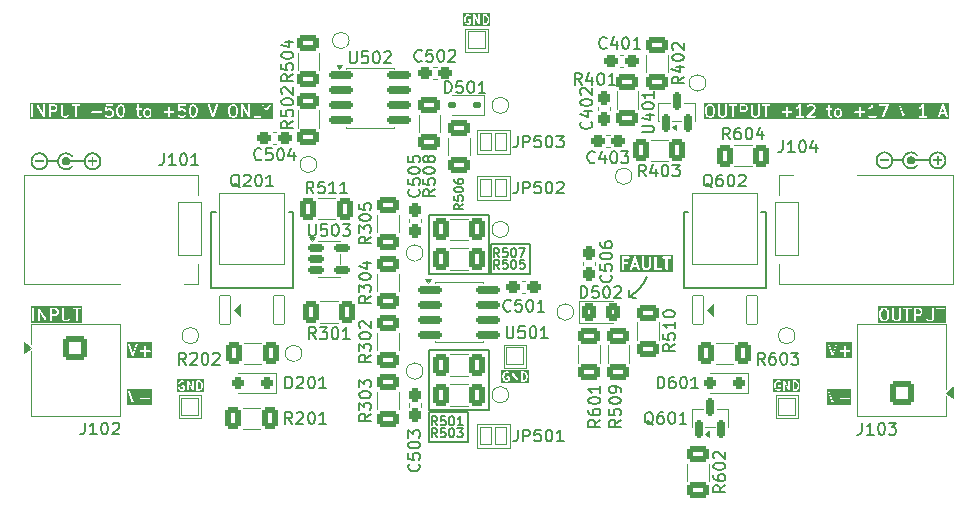
<source format=gbr>
%TF.GenerationSoftware,KiCad,Pcbnew,9.0.7+1*%
%TF.CreationDate,Date%
%TF.ProjectId,Input-Protection,496e7075-742d-4507-926f-74656374696f,1.0.0+ (Unreleased)*%
%TF.SameCoordinates,Original*%
%TF.FileFunction,Legend,Top*%
%TF.FilePolarity,Positive*%
%FSLAX46Y46*%
G04 Gerber Fmt 4.6, Leading zero omitted, Abs format (unit mm)*
G04 Created by KiCad*
%MOMM*%
%LPD*%
G01*
G04 APERTURE LIST*
G04 Aperture macros list*
%AMRoundRect*
0 Rectangle with rounded corners*
0 $1 Rounding radius*
0 $2 $3 $4 $5 $6 $7 $8 $9 X,Y pos of 4 corners*
0 Add a 4 corners polygon primitive as box body*
4,1,4,$2,$3,$4,$5,$6,$7,$8,$9,$2,$3,0*
0 Add four circle primitives for the rounded corners*
1,1,$1+$1,$2,$3*
1,1,$1+$1,$4,$5*
1,1,$1+$1,$6,$7*
1,1,$1+$1,$8,$9*
0 Add four rect primitives between the rounded corners*
20,1,$1+$1,$2,$3,$4,$5,0*
20,1,$1+$1,$4,$5,$6,$7,0*
20,1,$1+$1,$6,$7,$8,$9,0*
20,1,$1+$1,$8,$9,$2,$3,0*%
G04 Aperture macros list end*
%ADD10C,0.000000*%
%ADD11C,0.150000*%
%ADD12C,0.125000*%
%ADD13C,0.200000*%
%ADD14C,0.120000*%
%ADD15C,0.152400*%
%ADD16C,0.100000*%
%ADD17RoundRect,0.137500X0.212500X0.137500X-0.212500X0.137500X-0.212500X-0.137500X0.212500X-0.137500X0*%
%ADD18RoundRect,0.269231X0.430769X0.655769X-0.430769X0.655769X-0.430769X-0.655769X0.430769X-0.655769X0*%
%ADD19RoundRect,0.262500X-0.325000X-0.262500X0.325000X-0.262500X0.325000X0.262500X-0.325000X0.262500X0*%
%ADD20RoundRect,0.050000X-0.457200X-1.206500X0.457200X-1.206500X0.457200X1.206500X-0.457200X1.206500X0*%
%ADD21RoundRect,0.050000X-2.755900X-3.035300X2.755900X-3.035300X2.755900X3.035300X-2.755900X3.035300X0*%
%ADD22RoundRect,0.269231X-0.655769X0.430769X-0.655769X-0.430769X0.655769X-0.430769X0.655769X0.430769X0*%
%ADD23RoundRect,0.175000X-0.850000X-0.175000X0.850000X-0.175000X0.850000X0.175000X-0.850000X0.175000X0*%
%ADD24RoundRect,0.050000X-0.750000X-0.750000X0.750000X-0.750000X0.750000X0.750000X-0.750000X0.750000X0*%
%ADD25C,1.100000*%
%ADD26RoundRect,0.269231X0.655769X-0.430769X0.655769X0.430769X-0.655769X0.430769X-0.655769X-0.430769X0*%
%ADD27C,2.000000*%
%ADD28RoundRect,0.050000X-1.000000X-2.250000X1.000000X-2.250000X1.000000X2.250000X-1.000000X2.250000X0*%
%ADD29O,2.100000X4.100000*%
%ADD30O,4.100000X2.100000*%
%ADD31RoundRect,0.262500X0.262500X-0.325000X0.262500X0.325000X-0.262500X0.325000X-0.262500X-0.325000X0*%
%ADD32RoundRect,0.275000X0.275000X0.275000X-0.275000X0.275000X-0.275000X-0.275000X0.275000X-0.275000X0*%
%ADD33RoundRect,0.269231X-0.430769X-0.655769X0.430769X-0.655769X0.430769X0.655769X-0.430769X0.655769X0*%
%ADD34RoundRect,0.262500X0.325000X0.262500X-0.325000X0.262500X-0.325000X-0.262500X0.325000X-0.262500X0*%
%ADD35C,5.800000*%
%ADD36RoundRect,0.050000X1.000000X2.250000X-1.000000X2.250000X-1.000000X-2.250000X1.000000X-2.250000X0*%
%ADD37RoundRect,0.262500X-0.787500X0.787500X-0.787500X-0.787500X0.787500X-0.787500X0.787500X0.787500X0*%
%ADD38C,2.100000*%
%ADD39RoundRect,0.050000X0.500000X0.750000X-0.500000X0.750000X-0.500000X-0.750000X0.500000X-0.750000X0*%
%ADD40RoundRect,0.262500X0.787500X-0.787500X0.787500X0.787500X-0.787500X0.787500X-0.787500X-0.787500X0*%
%ADD41RoundRect,0.050000X0.750000X0.750000X-0.750000X0.750000X-0.750000X-0.750000X0.750000X-0.750000X0*%
%ADD42RoundRect,0.271739X-0.353261X-0.478261X0.353261X-0.478261X0.353261X0.478261X-0.353261X0.478261X0*%
%ADD43RoundRect,0.175000X0.175000X-0.612500X0.175000X0.612500X-0.175000X0.612500X-0.175000X-0.612500X0*%
%ADD44RoundRect,0.175000X-0.537500X-0.175000X0.537500X-0.175000X0.537500X0.175000X-0.537500X0.175000X0*%
G04 APERTURE END LIST*
D10*
G36*
X193391145Y-65053442D02*
G01*
X193428145Y-65056942D01*
X193465145Y-65062442D01*
X193501645Y-65069442D01*
X193537645Y-65077942D01*
X193573145Y-65088942D01*
X193608145Y-65101942D01*
X193642645Y-65115942D01*
X193676645Y-65131442D01*
X193709145Y-65148942D01*
X193741145Y-65167942D01*
X193772145Y-65188942D01*
X193802145Y-65210942D01*
X193830645Y-65234442D01*
X193858145Y-65259442D01*
X193884645Y-65285942D01*
X193909645Y-65313442D01*
X193933145Y-65341942D01*
X193955145Y-65371942D01*
X193821145Y-65465442D01*
X193804645Y-65441942D01*
X193786145Y-65419442D01*
X193766645Y-65397942D01*
X193746145Y-65376942D01*
X193724145Y-65357442D01*
X193701645Y-65338942D01*
X193678145Y-65321942D01*
X193654145Y-65305442D01*
X193629145Y-65290442D01*
X193603145Y-65276942D01*
X193577145Y-65263942D01*
X193550145Y-65252942D01*
X193522645Y-65243442D01*
X193494645Y-65234942D01*
X193466145Y-65227942D01*
X193437645Y-65222442D01*
X193408645Y-65218442D01*
X193379645Y-65215942D01*
X193350645Y-65214442D01*
X193321645Y-65214942D01*
X193292145Y-65216442D01*
X193263145Y-65219442D01*
X193234645Y-65223942D01*
X193206145Y-65229942D01*
X193177645Y-65237442D01*
X193150145Y-65246442D01*
X193122645Y-65256442D01*
X193096145Y-65267442D01*
X193069645Y-65279942D01*
X193044145Y-65294442D01*
X193019145Y-65309442D01*
X192995145Y-65325942D01*
X192972145Y-65343942D01*
X192950145Y-65362442D01*
X192928645Y-65382442D01*
X192908645Y-65403442D01*
X192889145Y-65425442D01*
X192870645Y-65448442D01*
X192853645Y-65471942D01*
X192838145Y-65496442D01*
X192823645Y-65521942D01*
X192810145Y-65547942D01*
X192798145Y-65574442D01*
X192787645Y-65601442D01*
X192778645Y-65629442D01*
X192770645Y-65657442D01*
X192764145Y-65685942D01*
X192759145Y-65714442D01*
X192755645Y-65743442D01*
X192753145Y-65772442D01*
X192752645Y-65801442D01*
X192753145Y-65830942D01*
X192755645Y-65859942D01*
X192759145Y-65888942D01*
X192764145Y-65917442D01*
X192770645Y-65945942D01*
X192778645Y-65973942D01*
X192787645Y-66001442D01*
X192798645Y-66028942D01*
X192810145Y-66055442D01*
X192823645Y-66081442D01*
X192838145Y-66106442D01*
X192853645Y-66130942D01*
X192870645Y-66154942D01*
X192888645Y-66177442D01*
X192907645Y-66199442D01*
X192928145Y-66220442D01*
X192949145Y-66240442D01*
X192971645Y-66259442D01*
X192994645Y-66276942D01*
X193018645Y-66293442D01*
X193043645Y-66308942D01*
X193069145Y-66322942D01*
X193095145Y-66335442D01*
X193122145Y-66347442D01*
X193149145Y-66357942D01*
X193177145Y-66366442D01*
X193205145Y-66373942D01*
X193233645Y-66379942D01*
X193262645Y-66384442D01*
X193291645Y-66387442D01*
X193320645Y-66388942D01*
X193350145Y-66389442D01*
X193379145Y-66387942D01*
X193408145Y-66385442D01*
X193437145Y-66381442D01*
X193465645Y-66375942D01*
X193493645Y-66368942D01*
X193521645Y-66360442D01*
X193549145Y-66350942D01*
X193576145Y-66339442D01*
X193602645Y-66327942D01*
X193628145Y-66313942D01*
X193653645Y-66298942D01*
X193677645Y-66282942D01*
X193701145Y-66265442D01*
X193723645Y-66246942D01*
X193745145Y-66227442D01*
X193765645Y-66206942D01*
X193785145Y-66185442D01*
X193803645Y-66162442D01*
X193821645Y-66139442D01*
X193954145Y-66231942D01*
X193931645Y-66261942D01*
X193908145Y-66290942D01*
X193883145Y-66318442D01*
X193857145Y-66344942D01*
X193829645Y-66369442D01*
X193800645Y-66393442D01*
X193770645Y-66415442D01*
X193739645Y-66435942D01*
X193708145Y-66454942D01*
X193675145Y-66472442D01*
X193641645Y-66488442D01*
X193607145Y-66502442D01*
X193572145Y-66514442D01*
X193536145Y-66524942D01*
X193500145Y-66533442D01*
X193463645Y-66540442D01*
X193426645Y-66545942D01*
X193389645Y-66549442D01*
X193352645Y-66550942D01*
X193315645Y-66550442D01*
X193278145Y-66548442D01*
X193241645Y-66544442D01*
X193204645Y-66538442D01*
X193168145Y-66530942D01*
X193132145Y-66521442D01*
X193096645Y-66509942D01*
X193062145Y-66496942D01*
X193027645Y-66482442D01*
X192994645Y-66465942D01*
X192961645Y-66447942D01*
X192930145Y-66428442D01*
X192899645Y-66407442D01*
X192870145Y-66384942D01*
X192841645Y-66360442D01*
X192814645Y-66335442D01*
X192788645Y-66308442D01*
X192764145Y-66280442D01*
X192741145Y-66251442D01*
X192719645Y-66220942D01*
X192699645Y-66189942D01*
X192681645Y-66157442D01*
X192664645Y-66124442D01*
X192649145Y-66090442D01*
X192635645Y-66055942D01*
X192624145Y-66019942D01*
X192614145Y-65984442D01*
X192605645Y-65947942D01*
X192599645Y-65911442D01*
X192594645Y-65874442D01*
X192592145Y-65837442D01*
X192591145Y-65800442D01*
X192592145Y-65762942D01*
X192594645Y-65725942D01*
X192599645Y-65688942D01*
X192606145Y-65652442D01*
X192614145Y-65616442D01*
X192624145Y-65580442D01*
X192636145Y-65545442D01*
X192649645Y-65510942D01*
X192664645Y-65476942D01*
X192681645Y-65443942D01*
X192700645Y-65411942D01*
X192720645Y-65380442D01*
X192742145Y-65349942D01*
X192765645Y-65320942D01*
X192790145Y-65292942D01*
X192815645Y-65266442D01*
X192843145Y-65240942D01*
X192871145Y-65216942D01*
X192901145Y-65194442D01*
X192931645Y-65173442D01*
X192963145Y-65153942D01*
X192995645Y-65135942D01*
X193029145Y-65119442D01*
X193063145Y-65104942D01*
X193098145Y-65091942D01*
X193133645Y-65081442D01*
X193169645Y-65071942D01*
X193206145Y-65064442D01*
X193242645Y-65058442D01*
X193279645Y-65054442D01*
X193317145Y-65052442D01*
X193354145Y-65051942D01*
X193391145Y-65053442D01*
G37*
D11*
X169465645Y-77350000D02*
X169465645Y-76750000D01*
X152565645Y-87150000D02*
X155815645Y-87150000D01*
X155815645Y-89650000D01*
X152565645Y-89650000D01*
X152565645Y-87150000D01*
D10*
G36*
X195965645Y-65875942D02*
G01*
X195590645Y-65875942D01*
X195215645Y-65875942D01*
X195215645Y-65725942D01*
X195965645Y-65725942D01*
X195965645Y-65875942D01*
G37*
G36*
X194865645Y-65875942D02*
G01*
X194215645Y-65875942D01*
X193565645Y-65875942D01*
X193565645Y-65725942D01*
X194865645Y-65725942D01*
X194865645Y-65875942D01*
G37*
G36*
X121808450Y-65529346D02*
G01*
X121826586Y-65530655D01*
X121844413Y-65532813D01*
X121861912Y-65535801D01*
X121879065Y-65539601D01*
X121895850Y-65544191D01*
X121912250Y-65549554D01*
X121928244Y-65555671D01*
X121943814Y-65562521D01*
X121958939Y-65570085D01*
X121973601Y-65578346D01*
X121987780Y-65587282D01*
X122001456Y-65596875D01*
X122014610Y-65607106D01*
X122027223Y-65617956D01*
X122039276Y-65629405D01*
X122050748Y-65641434D01*
X122061621Y-65654024D01*
X122071875Y-65667155D01*
X122081490Y-65680809D01*
X122090448Y-65694966D01*
X122098729Y-65709607D01*
X122106313Y-65724713D01*
X122113182Y-65740264D01*
X122119315Y-65756242D01*
X122124693Y-65772626D01*
X122129297Y-65789399D01*
X122133108Y-65806540D01*
X122136105Y-65824030D01*
X122138270Y-65841851D01*
X122139583Y-65859982D01*
X122140026Y-65878405D01*
X122139583Y-65896829D01*
X122138270Y-65914965D01*
X122136105Y-65932792D01*
X122133108Y-65950292D01*
X122129297Y-65967444D01*
X122124693Y-65984230D01*
X122119315Y-66000629D01*
X122113182Y-66016624D01*
X122106313Y-66032193D01*
X122098729Y-66047319D01*
X122090448Y-66061980D01*
X122081490Y-66076159D01*
X122071875Y-66089835D01*
X122061621Y-66102989D01*
X122050748Y-66115603D01*
X122039276Y-66127655D01*
X122027223Y-66139127D01*
X122014610Y-66150000D01*
X122001456Y-66160254D01*
X121987780Y-66169870D01*
X121973601Y-66178828D01*
X121958939Y-66187109D01*
X121943814Y-66194693D01*
X121928244Y-66201561D01*
X121912250Y-66207694D01*
X121895850Y-66213072D01*
X121879065Y-66217677D01*
X121861912Y-66221487D01*
X121844413Y-66224485D01*
X121826586Y-66226650D01*
X121808450Y-66227963D01*
X121790026Y-66228405D01*
X121771603Y-66227963D01*
X121753471Y-66226650D01*
X121735651Y-66224485D01*
X121718160Y-66221487D01*
X121701020Y-66217677D01*
X121684247Y-66213072D01*
X121667863Y-66207694D01*
X121651885Y-66201561D01*
X121636334Y-66194693D01*
X121621228Y-66187109D01*
X121606587Y-66178828D01*
X121592430Y-66169870D01*
X121578776Y-66160254D01*
X121565645Y-66150000D01*
X121553055Y-66139127D01*
X121541026Y-66127655D01*
X121529577Y-66115603D01*
X121518727Y-66102989D01*
X121508496Y-66089835D01*
X121498903Y-66076159D01*
X121489966Y-66061980D01*
X121481706Y-66047319D01*
X121474141Y-66032193D01*
X121467291Y-66016624D01*
X121461175Y-66000629D01*
X121455812Y-65984230D01*
X121451221Y-65967444D01*
X121447422Y-65950292D01*
X121444434Y-65932792D01*
X121442275Y-65914965D01*
X121440966Y-65896829D01*
X121440526Y-65878405D01*
X121440966Y-65859982D01*
X121442275Y-65841851D01*
X121444434Y-65824030D01*
X121447422Y-65806540D01*
X121451221Y-65789399D01*
X121455812Y-65772626D01*
X121461175Y-65756242D01*
X121467291Y-65740264D01*
X121474141Y-65724713D01*
X121481706Y-65709607D01*
X121489966Y-65694966D01*
X121498903Y-65680809D01*
X121508496Y-65667155D01*
X121518727Y-65654024D01*
X121529577Y-65641434D01*
X121541026Y-65629405D01*
X121553055Y-65617956D01*
X121565645Y-65607106D01*
X121578776Y-65596875D01*
X121592430Y-65587282D01*
X121606587Y-65578346D01*
X121621228Y-65570085D01*
X121636334Y-65562521D01*
X121651885Y-65555671D01*
X121667863Y-65549554D01*
X121684247Y-65544191D01*
X121701020Y-65539601D01*
X121718160Y-65535801D01*
X121735651Y-65532813D01*
X121753471Y-65530655D01*
X121771603Y-65529346D01*
X121790026Y-65528905D01*
X121808450Y-65529346D01*
G37*
G36*
X121090526Y-65953905D02*
G01*
X120665526Y-65953905D01*
X120240526Y-65953905D01*
X120240526Y-65803905D01*
X121090526Y-65803905D01*
X121090526Y-65953905D01*
G37*
G36*
X124115526Y-66253905D02*
G01*
X124040526Y-66253905D01*
X123965526Y-66253905D01*
X123965526Y-65503905D01*
X124115526Y-65503905D01*
X124115526Y-66253905D01*
G37*
G36*
X195665645Y-66175942D02*
G01*
X195590645Y-66175942D01*
X195515645Y-66175942D01*
X195515645Y-65425942D01*
X195665645Y-65425942D01*
X195665645Y-66175942D01*
G37*
G36*
X192640645Y-65875942D02*
G01*
X192215645Y-65875942D01*
X191790645Y-65875942D01*
X191790645Y-65725942D01*
X192640645Y-65725942D01*
X192640645Y-65875942D01*
G37*
D11*
X170965645Y-75650000D02*
X170960587Y-75662539D01*
X170955434Y-75675097D01*
X170950187Y-75687676D01*
X170944845Y-75700274D01*
X170939408Y-75712893D01*
X170933875Y-75725532D01*
X170928247Y-75738191D01*
X170922522Y-75750870D01*
X170916700Y-75763570D01*
X170910781Y-75776290D01*
X170904764Y-75789031D01*
X170898650Y-75801792D01*
X170892437Y-75814573D01*
X170886126Y-75827375D01*
X170879715Y-75840198D01*
X170873205Y-75853041D01*
X170866595Y-75865904D01*
X170859885Y-75878788D01*
X170853074Y-75891693D01*
X170846162Y-75904618D01*
X170839149Y-75917564D01*
X170832034Y-75930530D01*
X170824816Y-75943517D01*
X170817496Y-75956524D01*
X170810073Y-75969551D01*
X170802547Y-75982599D01*
X170794916Y-75995666D01*
X170787182Y-76008754D01*
X170779343Y-76021863D01*
X170771399Y-76034991D01*
X170763350Y-76048139D01*
X170755196Y-76061306D01*
X170746935Y-76074494D01*
X170738568Y-76087701D01*
X170730094Y-76100927D01*
X170721513Y-76114173D01*
X170712825Y-76127438D01*
X170704029Y-76140722D01*
X170695125Y-76154025D01*
X170686112Y-76167346D01*
X170676991Y-76180686D01*
X170667760Y-76194043D01*
X170658421Y-76207419D01*
X170648971Y-76220813D01*
X170639412Y-76234224D01*
X170629743Y-76247653D01*
X170619963Y-76261099D01*
X170610072Y-76274561D01*
X170600070Y-76288040D01*
X170589958Y-76301535D01*
X170579733Y-76315046D01*
X170569397Y-76328572D01*
X170558949Y-76342113D01*
X170548390Y-76355669D01*
X170537717Y-76369240D01*
X170526933Y-76382825D01*
X170516036Y-76396423D01*
X170505027Y-76410034D01*
X170493905Y-76423658D01*
X170482670Y-76437294D01*
X170471323Y-76450941D01*
X170459862Y-76464600D01*
X170448289Y-76478269D01*
X170436603Y-76491949D01*
X170424805Y-76505637D01*
X170412893Y-76519335D01*
X170400869Y-76533041D01*
X170388733Y-76546754D01*
X170376485Y-76560474D01*
X170364124Y-76574200D01*
X170351652Y-76587931D01*
X170339068Y-76601667D01*
X170326373Y-76615406D01*
X170313567Y-76629148D01*
X170300651Y-76642892D01*
X170287624Y-76656637D01*
X170274489Y-76670382D01*
X170261244Y-76684125D01*
X170247891Y-76697867D01*
X170234431Y-76711605D01*
X170220864Y-76725339D01*
X170207191Y-76739067D01*
X170193412Y-76752787D01*
X170179530Y-76766500D01*
X170165545Y-76780203D01*
X170151457Y-76793895D01*
X170137269Y-76807573D01*
X170122981Y-76821238D01*
X170108596Y-76834886D01*
X170094114Y-76848517D01*
X170079538Y-76862128D01*
X170064868Y-76875717D01*
X170050108Y-76889282D01*
X170035258Y-76902822D01*
X170020322Y-76916333D01*
X170005302Y-76929814D01*
X169990201Y-76943262D01*
X169975020Y-76956674D01*
X169959764Y-76970047D01*
X169944436Y-76983379D01*
X169929038Y-76996665D01*
X169913576Y-77009904D01*
X169898053Y-77023090D01*
X169882473Y-77036222D01*
X169866842Y-77049293D01*
X169851165Y-77062300D01*
X169835447Y-77075239D01*
X169819695Y-77088104D01*
X169803916Y-77100889D01*
X169788117Y-77113590D01*
X169772305Y-77126200D01*
X169756491Y-77138712D01*
X169740684Y-77151118D01*
X169724894Y-77163411D01*
X169709135Y-77175582D01*
X169693418Y-77187620D01*
X169677760Y-77199516D01*
X169662176Y-77211258D01*
X169646687Y-77222831D01*
X169631313Y-77234222D01*
X169616080Y-77245412D01*
X169601016Y-77256383D01*
X169586154Y-77267111D01*
X169571534Y-77277571D01*
X169557204Y-77287730D01*
X169543222Y-77297550D01*
X169529660Y-77306984D01*
X169516612Y-77315970D01*
X169504204Y-77324428D01*
X169492613Y-77332244D01*
X169482110Y-77339243D01*
X169473170Y-77345127D01*
X169466858Y-77349223D01*
X169465645Y-77350000D01*
D10*
G36*
X193358569Y-65451383D02*
G01*
X193376705Y-65452692D01*
X193394532Y-65454850D01*
X193412031Y-65457838D01*
X193429184Y-65461638D01*
X193445969Y-65466228D01*
X193462369Y-65471591D01*
X193478363Y-65477708D01*
X193493933Y-65484558D01*
X193509058Y-65492122D01*
X193523720Y-65500383D01*
X193537899Y-65509319D01*
X193551575Y-65518912D01*
X193564729Y-65529143D01*
X193577342Y-65539993D01*
X193589395Y-65551442D01*
X193600867Y-65563471D01*
X193611740Y-65576061D01*
X193621994Y-65589192D01*
X193631609Y-65602846D01*
X193640567Y-65617003D01*
X193648848Y-65631644D01*
X193656432Y-65646750D01*
X193663301Y-65662301D01*
X193669434Y-65678279D01*
X193674812Y-65694663D01*
X193679416Y-65711436D01*
X193683227Y-65728577D01*
X193686224Y-65746067D01*
X193688389Y-65763888D01*
X193689702Y-65782019D01*
X193690145Y-65800442D01*
X193689702Y-65818866D01*
X193688389Y-65837002D01*
X193686224Y-65854829D01*
X193683227Y-65872329D01*
X193679416Y-65889481D01*
X193674812Y-65906267D01*
X193669434Y-65922666D01*
X193663301Y-65938661D01*
X193656432Y-65954230D01*
X193648848Y-65969356D01*
X193640567Y-65984017D01*
X193631609Y-65998196D01*
X193621994Y-66011872D01*
X193611740Y-66025026D01*
X193600867Y-66037640D01*
X193589395Y-66049692D01*
X193577342Y-66061164D01*
X193564729Y-66072037D01*
X193551575Y-66082291D01*
X193537899Y-66091907D01*
X193523720Y-66100865D01*
X193509058Y-66109146D01*
X193493933Y-66116730D01*
X193478363Y-66123598D01*
X193462369Y-66129731D01*
X193445969Y-66135109D01*
X193429184Y-66139714D01*
X193412031Y-66143524D01*
X193394532Y-66146522D01*
X193376705Y-66148687D01*
X193358569Y-66150000D01*
X193340145Y-66150442D01*
X193321722Y-66150000D01*
X193303590Y-66148687D01*
X193285770Y-66146522D01*
X193268279Y-66143524D01*
X193251139Y-66139714D01*
X193234366Y-66135109D01*
X193217982Y-66129731D01*
X193202004Y-66123598D01*
X193186453Y-66116730D01*
X193171347Y-66109146D01*
X193156706Y-66100865D01*
X193142549Y-66091907D01*
X193128895Y-66082291D01*
X193115764Y-66072037D01*
X193103174Y-66061164D01*
X193091145Y-66049692D01*
X193079696Y-66037640D01*
X193068846Y-66025026D01*
X193058615Y-66011872D01*
X193049022Y-65998196D01*
X193040085Y-65984017D01*
X193031825Y-65969356D01*
X193024260Y-65954230D01*
X193017410Y-65938661D01*
X193011294Y-65922666D01*
X193005931Y-65906267D01*
X193001340Y-65889481D01*
X192997541Y-65872329D01*
X192994553Y-65854829D01*
X192992394Y-65837002D01*
X192991085Y-65818866D01*
X192990645Y-65800442D01*
X192991085Y-65782019D01*
X192992394Y-65763888D01*
X192994553Y-65746067D01*
X192997541Y-65728577D01*
X193001340Y-65711436D01*
X193005931Y-65694663D01*
X193011294Y-65678279D01*
X193017410Y-65662301D01*
X193024260Y-65646750D01*
X193031825Y-65631644D01*
X193040085Y-65617003D01*
X193049022Y-65602846D01*
X193058615Y-65589192D01*
X193068846Y-65576061D01*
X193079696Y-65563471D01*
X193091145Y-65551442D01*
X193103174Y-65539993D01*
X193115764Y-65529143D01*
X193128895Y-65518912D01*
X193142549Y-65509319D01*
X193156706Y-65500383D01*
X193171347Y-65492122D01*
X193186453Y-65484558D01*
X193202004Y-65477708D01*
X193217982Y-65471591D01*
X193234366Y-65466228D01*
X193251139Y-65461638D01*
X193268279Y-65457838D01*
X193285770Y-65454850D01*
X193303590Y-65452692D01*
X193321722Y-65451383D01*
X193340145Y-65450942D01*
X193358569Y-65451383D01*
G37*
G36*
X121841026Y-65131405D02*
G01*
X121878026Y-65134905D01*
X121915026Y-65140405D01*
X121951526Y-65147405D01*
X121987526Y-65155905D01*
X122023026Y-65166905D01*
X122058026Y-65179905D01*
X122092526Y-65193905D01*
X122126526Y-65209405D01*
X122159026Y-65226905D01*
X122191026Y-65245905D01*
X122222026Y-65266905D01*
X122252026Y-65288905D01*
X122280526Y-65312405D01*
X122308026Y-65337405D01*
X122334526Y-65363905D01*
X122359526Y-65391405D01*
X122383026Y-65419905D01*
X122405026Y-65449905D01*
X122271026Y-65543405D01*
X122254526Y-65519905D01*
X122236026Y-65497405D01*
X122216526Y-65475905D01*
X122196026Y-65454905D01*
X122174026Y-65435405D01*
X122151526Y-65416905D01*
X122128026Y-65399905D01*
X122104026Y-65383405D01*
X122079026Y-65368405D01*
X122053026Y-65354905D01*
X122027026Y-65341905D01*
X122000026Y-65330905D01*
X121972526Y-65321405D01*
X121944526Y-65312905D01*
X121916026Y-65305905D01*
X121887526Y-65300405D01*
X121858526Y-65296405D01*
X121829526Y-65293905D01*
X121800526Y-65292405D01*
X121771526Y-65292905D01*
X121742026Y-65294405D01*
X121713026Y-65297405D01*
X121684526Y-65301905D01*
X121656026Y-65307905D01*
X121627526Y-65315405D01*
X121600026Y-65324405D01*
X121572526Y-65334405D01*
X121546026Y-65345405D01*
X121519526Y-65357905D01*
X121494026Y-65372405D01*
X121469026Y-65387405D01*
X121445026Y-65403905D01*
X121422026Y-65421905D01*
X121400026Y-65440405D01*
X121378526Y-65460405D01*
X121358526Y-65481405D01*
X121339026Y-65503405D01*
X121320526Y-65526405D01*
X121303526Y-65549905D01*
X121288026Y-65574405D01*
X121273526Y-65599905D01*
X121260026Y-65625905D01*
X121248026Y-65652405D01*
X121237526Y-65679405D01*
X121228526Y-65707405D01*
X121220526Y-65735405D01*
X121214026Y-65763905D01*
X121209026Y-65792405D01*
X121205526Y-65821405D01*
X121203026Y-65850405D01*
X121202526Y-65879405D01*
X121203026Y-65908905D01*
X121205526Y-65937905D01*
X121209026Y-65966905D01*
X121214026Y-65995405D01*
X121220526Y-66023905D01*
X121228526Y-66051905D01*
X121237526Y-66079405D01*
X121248526Y-66106905D01*
X121260026Y-66133405D01*
X121273526Y-66159405D01*
X121288026Y-66184405D01*
X121303526Y-66208905D01*
X121320526Y-66232905D01*
X121338526Y-66255405D01*
X121357526Y-66277405D01*
X121378026Y-66298405D01*
X121399026Y-66318405D01*
X121421526Y-66337405D01*
X121444526Y-66354905D01*
X121468526Y-66371405D01*
X121493526Y-66386905D01*
X121519026Y-66400905D01*
X121545026Y-66413405D01*
X121572026Y-66425405D01*
X121599026Y-66435905D01*
X121627026Y-66444405D01*
X121655026Y-66451905D01*
X121683526Y-66457905D01*
X121712526Y-66462405D01*
X121741526Y-66465405D01*
X121770526Y-66466905D01*
X121800026Y-66467405D01*
X121829026Y-66465905D01*
X121858026Y-66463405D01*
X121887026Y-66459405D01*
X121915526Y-66453905D01*
X121943526Y-66446905D01*
X121971526Y-66438405D01*
X121999026Y-66428905D01*
X122026026Y-66417405D01*
X122052526Y-66405905D01*
X122078026Y-66391905D01*
X122103526Y-66376905D01*
X122127526Y-66360905D01*
X122151026Y-66343405D01*
X122173526Y-66324905D01*
X122195026Y-66305405D01*
X122215526Y-66284905D01*
X122235026Y-66263405D01*
X122253526Y-66240405D01*
X122271526Y-66217405D01*
X122404026Y-66309905D01*
X122381526Y-66339905D01*
X122358026Y-66368905D01*
X122333026Y-66396405D01*
X122307026Y-66422905D01*
X122279526Y-66447405D01*
X122250526Y-66471405D01*
X122220526Y-66493405D01*
X122189526Y-66513905D01*
X122158026Y-66532905D01*
X122125026Y-66550405D01*
X122091526Y-66566405D01*
X122057026Y-66580405D01*
X122022026Y-66592405D01*
X121986026Y-66602905D01*
X121950026Y-66611405D01*
X121913526Y-66618405D01*
X121876526Y-66623905D01*
X121839526Y-66627405D01*
X121802526Y-66628905D01*
X121765526Y-66628405D01*
X121728026Y-66626405D01*
X121691526Y-66622405D01*
X121654526Y-66616405D01*
X121618026Y-66608905D01*
X121582026Y-66599405D01*
X121546526Y-66587905D01*
X121512026Y-66574905D01*
X121477526Y-66560405D01*
X121444526Y-66543905D01*
X121411526Y-66525905D01*
X121380026Y-66506405D01*
X121349526Y-66485405D01*
X121320026Y-66462905D01*
X121291526Y-66438405D01*
X121264526Y-66413405D01*
X121238526Y-66386405D01*
X121214026Y-66358405D01*
X121191026Y-66329405D01*
X121169526Y-66298905D01*
X121149526Y-66267905D01*
X121131526Y-66235405D01*
X121114526Y-66202405D01*
X121099026Y-66168405D01*
X121085526Y-66133905D01*
X121074026Y-66097905D01*
X121064026Y-66062405D01*
X121055526Y-66025905D01*
X121049526Y-65989405D01*
X121044526Y-65952405D01*
X121042026Y-65915405D01*
X121041026Y-65878405D01*
X121042026Y-65840905D01*
X121044526Y-65803905D01*
X121049526Y-65766905D01*
X121056026Y-65730405D01*
X121064026Y-65694405D01*
X121074026Y-65658405D01*
X121086026Y-65623405D01*
X121099526Y-65588905D01*
X121114526Y-65554905D01*
X121131526Y-65521905D01*
X121150526Y-65489905D01*
X121170526Y-65458405D01*
X121192026Y-65427905D01*
X121215526Y-65398905D01*
X121240026Y-65370905D01*
X121265526Y-65344405D01*
X121293026Y-65318905D01*
X121321026Y-65294905D01*
X121351026Y-65272405D01*
X121381526Y-65251405D01*
X121413026Y-65231905D01*
X121445526Y-65213905D01*
X121479026Y-65197405D01*
X121513026Y-65182905D01*
X121548026Y-65169905D01*
X121583526Y-65159405D01*
X121619526Y-65149905D01*
X121656026Y-65142405D01*
X121692526Y-65136405D01*
X121729526Y-65132405D01*
X121767026Y-65130405D01*
X121804026Y-65129905D01*
X121841026Y-65131405D01*
G37*
D11*
X152565645Y-81900000D02*
X157565645Y-81900000D01*
X157565645Y-86900000D01*
X152565645Y-86900000D01*
X152565645Y-81900000D01*
D10*
G36*
X124415526Y-65953905D02*
G01*
X124040526Y-65953905D01*
X123665526Y-65953905D01*
X123665526Y-65803905D01*
X124415526Y-65803905D01*
X124415526Y-65953905D01*
G37*
D11*
X152565645Y-70400000D02*
X157565645Y-70400000D01*
X157565645Y-75400000D01*
X152565645Y-75400000D01*
X152565645Y-70400000D01*
D10*
G36*
X191130189Y-65051887D02*
G01*
X191169105Y-65054696D01*
X191207354Y-65059326D01*
X191244893Y-65065737D01*
X191281681Y-65073887D01*
X191317677Y-65083736D01*
X191352840Y-65095242D01*
X191387129Y-65108364D01*
X191420502Y-65123060D01*
X191452919Y-65139290D01*
X191484338Y-65157013D01*
X191514717Y-65176186D01*
X191544016Y-65196769D01*
X191572194Y-65218722D01*
X191599209Y-65242001D01*
X191625020Y-65266567D01*
X191649586Y-65292378D01*
X191672865Y-65319393D01*
X191694817Y-65347571D01*
X191715401Y-65376870D01*
X191734574Y-65407249D01*
X191752296Y-65438668D01*
X191768526Y-65471084D01*
X191783223Y-65504458D01*
X191796345Y-65538746D01*
X191807851Y-65573910D01*
X191817699Y-65609906D01*
X191825850Y-65646694D01*
X191832261Y-65684233D01*
X191836891Y-65722481D01*
X191839699Y-65761398D01*
X191840645Y-65800942D01*
X191839699Y-65840486D01*
X191836891Y-65879403D01*
X191832261Y-65917651D01*
X191825850Y-65955190D01*
X191817699Y-65991978D01*
X191807851Y-66027974D01*
X191796345Y-66063138D01*
X191783223Y-66097426D01*
X191768526Y-66130800D01*
X191752296Y-66163216D01*
X191734574Y-66194635D01*
X191715401Y-66225014D01*
X191694817Y-66254313D01*
X191672865Y-66282491D01*
X191649586Y-66309506D01*
X191625020Y-66335317D01*
X191599209Y-66359883D01*
X191572194Y-66383162D01*
X191544016Y-66405115D01*
X191514717Y-66425698D01*
X191484338Y-66444871D01*
X191452919Y-66462594D01*
X191420502Y-66478824D01*
X191387129Y-66493520D01*
X191352840Y-66506642D01*
X191317677Y-66518148D01*
X191281681Y-66527997D01*
X191244893Y-66536147D01*
X191207354Y-66542558D01*
X191169105Y-66547188D01*
X191130189Y-66549997D01*
X191090645Y-66550942D01*
X191051101Y-66549997D01*
X191012184Y-66547188D01*
X190973936Y-66542558D01*
X190936397Y-66536147D01*
X190899609Y-66527997D01*
X190863612Y-66518148D01*
X190828449Y-66506642D01*
X190794160Y-66493520D01*
X190760787Y-66478824D01*
X190728371Y-66462594D01*
X190696952Y-66444871D01*
X190666573Y-66425698D01*
X190637273Y-66405115D01*
X190609096Y-66383162D01*
X190582081Y-66359883D01*
X190556270Y-66335317D01*
X190531704Y-66309506D01*
X190508424Y-66282491D01*
X190486472Y-66254313D01*
X190465889Y-66225014D01*
X190446716Y-66194635D01*
X190428993Y-66163216D01*
X190412763Y-66130800D01*
X190398067Y-66097426D01*
X190384945Y-66063138D01*
X190373439Y-66027974D01*
X190363590Y-65991978D01*
X190355440Y-65955190D01*
X190349029Y-65917651D01*
X190344398Y-65879403D01*
X190341590Y-65840486D01*
X190340645Y-65800942D01*
X190340657Y-65800442D01*
X190505145Y-65800442D01*
X190505882Y-65831286D01*
X190508073Y-65861641D01*
X190511684Y-65891475D01*
X190516685Y-65920755D01*
X190523042Y-65949450D01*
X190530724Y-65977527D01*
X190539699Y-66004955D01*
X190549934Y-66031700D01*
X190561397Y-66057731D01*
X190574057Y-66083016D01*
X190587880Y-66107522D01*
X190602835Y-66131218D01*
X190618890Y-66154072D01*
X190636013Y-66176050D01*
X190654171Y-66197122D01*
X190673332Y-66217254D01*
X190693465Y-66236416D01*
X190714537Y-66254574D01*
X190736515Y-66271697D01*
X190759368Y-66287752D01*
X190783064Y-66302707D01*
X190807571Y-66316530D01*
X190832856Y-66329190D01*
X190858887Y-66340653D01*
X190885632Y-66350888D01*
X190913059Y-66359862D01*
X190941137Y-66367545D01*
X190969831Y-66373902D01*
X190999112Y-66378902D01*
X191028945Y-66382514D01*
X191059301Y-66384705D01*
X191090145Y-66385442D01*
X191120989Y-66384705D01*
X191151344Y-66382514D01*
X191181178Y-66378902D01*
X191210458Y-66373902D01*
X191239153Y-66367545D01*
X191267230Y-66359862D01*
X191294657Y-66350888D01*
X191321403Y-66340653D01*
X191347434Y-66329190D01*
X191372719Y-66316530D01*
X191397225Y-66302707D01*
X191420921Y-66287752D01*
X191443774Y-66271697D01*
X191465753Y-66254574D01*
X191486825Y-66236416D01*
X191506957Y-66217254D01*
X191526119Y-66197122D01*
X191544277Y-66176050D01*
X191561399Y-66154072D01*
X191577454Y-66131218D01*
X191592410Y-66107522D01*
X191606233Y-66083016D01*
X191618892Y-66057731D01*
X191630356Y-66031700D01*
X191640591Y-66004955D01*
X191649565Y-65977527D01*
X191657247Y-65949450D01*
X191663605Y-65920755D01*
X191668605Y-65891475D01*
X191672217Y-65861641D01*
X191674407Y-65831286D01*
X191675145Y-65800442D01*
X191674407Y-65769598D01*
X191672217Y-65739243D01*
X191668605Y-65709409D01*
X191663605Y-65680129D01*
X191657247Y-65651434D01*
X191649565Y-65623357D01*
X191640591Y-65595929D01*
X191630356Y-65569184D01*
X191618892Y-65543153D01*
X191606233Y-65517868D01*
X191592410Y-65493362D01*
X191577454Y-65469666D01*
X191561399Y-65446812D01*
X191544277Y-65424834D01*
X191526119Y-65403762D01*
X191506957Y-65383629D01*
X191486825Y-65364468D01*
X191465753Y-65346310D01*
X191443774Y-65329187D01*
X191420921Y-65313132D01*
X191397225Y-65298177D01*
X191372719Y-65284354D01*
X191347434Y-65271694D01*
X191321403Y-65260231D01*
X191294657Y-65249996D01*
X191267230Y-65241021D01*
X191239153Y-65233339D01*
X191210458Y-65226982D01*
X191181178Y-65221981D01*
X191151344Y-65218370D01*
X191120989Y-65216179D01*
X191090145Y-65215442D01*
X191059301Y-65216179D01*
X191028945Y-65218370D01*
X190999112Y-65221981D01*
X190969831Y-65226982D01*
X190941137Y-65233339D01*
X190913059Y-65241021D01*
X190885632Y-65249996D01*
X190858887Y-65260231D01*
X190832856Y-65271694D01*
X190807571Y-65284354D01*
X190783064Y-65298177D01*
X190759368Y-65313132D01*
X190736515Y-65329187D01*
X190714537Y-65346310D01*
X190693465Y-65364468D01*
X190673332Y-65383629D01*
X190654171Y-65403762D01*
X190636013Y-65424834D01*
X190618890Y-65446812D01*
X190602835Y-65469666D01*
X190587880Y-65493362D01*
X190574057Y-65517868D01*
X190561397Y-65543153D01*
X190549934Y-65569184D01*
X190539699Y-65595929D01*
X190530724Y-65623357D01*
X190523042Y-65651434D01*
X190516685Y-65680129D01*
X190511684Y-65709409D01*
X190508073Y-65739243D01*
X190505882Y-65769598D01*
X190505145Y-65800442D01*
X190340657Y-65800442D01*
X190341590Y-65761398D01*
X190344398Y-65722481D01*
X190349029Y-65684233D01*
X190355440Y-65646694D01*
X190363590Y-65609906D01*
X190373439Y-65573910D01*
X190384945Y-65538746D01*
X190398067Y-65504458D01*
X190412763Y-65471084D01*
X190428993Y-65438668D01*
X190446716Y-65407249D01*
X190465889Y-65376870D01*
X190486472Y-65347571D01*
X190508424Y-65319393D01*
X190531704Y-65292378D01*
X190556270Y-65266567D01*
X190582081Y-65242001D01*
X190609096Y-65218722D01*
X190637273Y-65196769D01*
X190666573Y-65176186D01*
X190696952Y-65157013D01*
X190728371Y-65139290D01*
X190760787Y-65123060D01*
X190794160Y-65108364D01*
X190828449Y-65095242D01*
X190863612Y-65083736D01*
X190899609Y-65073887D01*
X190936397Y-65065737D01*
X190973936Y-65059326D01*
X191012184Y-65054696D01*
X191051101Y-65051887D01*
X191090645Y-65050942D01*
X191130189Y-65051887D01*
G37*
G36*
X191465645Y-65875942D02*
G01*
X191090645Y-65875942D01*
X190715645Y-65875942D01*
X190715645Y-65725942D01*
X191465645Y-65725942D01*
X191465645Y-65875942D01*
G37*
D11*
X157815645Y-72900000D02*
X161065645Y-72900000D01*
X161065645Y-75400000D01*
X157815645Y-75400000D01*
X157815645Y-72900000D01*
D10*
G36*
X119915526Y-65953905D02*
G01*
X119540526Y-65953905D01*
X119165526Y-65953905D01*
X119165526Y-65803905D01*
X119915526Y-65803905D01*
X119915526Y-65953905D01*
G37*
G36*
X123315526Y-65953905D02*
G01*
X122665526Y-65953905D01*
X122015526Y-65953905D01*
X122015526Y-65803905D01*
X123315526Y-65803905D01*
X123315526Y-65953905D01*
G37*
D11*
X169465645Y-77350000D02*
X170065645Y-77450000D01*
D10*
G36*
X195630189Y-65051887D02*
G01*
X195669106Y-65054696D01*
X195707354Y-65059326D01*
X195744893Y-65065737D01*
X195781681Y-65073887D01*
X195817677Y-65083736D01*
X195852841Y-65095242D01*
X195887129Y-65108364D01*
X195920503Y-65123060D01*
X195952919Y-65139290D01*
X195984338Y-65157013D01*
X196014717Y-65176186D01*
X196044016Y-65196769D01*
X196072194Y-65218722D01*
X196099209Y-65242001D01*
X196125020Y-65266567D01*
X196149586Y-65292378D01*
X196172865Y-65319393D01*
X196194818Y-65347571D01*
X196215401Y-65376870D01*
X196234574Y-65407249D01*
X196252297Y-65438668D01*
X196268527Y-65471084D01*
X196283223Y-65504458D01*
X196296345Y-65538746D01*
X196307851Y-65573910D01*
X196317700Y-65609906D01*
X196325850Y-65646694D01*
X196332261Y-65684233D01*
X196336891Y-65722481D01*
X196339700Y-65761398D01*
X196340645Y-65800942D01*
X196339700Y-65840486D01*
X196336891Y-65879403D01*
X196332261Y-65917651D01*
X196325850Y-65955190D01*
X196317700Y-65991978D01*
X196307851Y-66027974D01*
X196296345Y-66063138D01*
X196283223Y-66097426D01*
X196268527Y-66130800D01*
X196252297Y-66163216D01*
X196234574Y-66194635D01*
X196215401Y-66225014D01*
X196194818Y-66254313D01*
X196172865Y-66282491D01*
X196149586Y-66309506D01*
X196125020Y-66335317D01*
X196099209Y-66359883D01*
X196072194Y-66383162D01*
X196044016Y-66405115D01*
X196014717Y-66425698D01*
X195984338Y-66444871D01*
X195952919Y-66462594D01*
X195920503Y-66478824D01*
X195887129Y-66493520D01*
X195852841Y-66506642D01*
X195817677Y-66518148D01*
X195781681Y-66527997D01*
X195744893Y-66536147D01*
X195707354Y-66542558D01*
X195669106Y-66547188D01*
X195630189Y-66549997D01*
X195590645Y-66550942D01*
X195551101Y-66549997D01*
X195512184Y-66547188D01*
X195473936Y-66542558D01*
X195436397Y-66536147D01*
X195399609Y-66527997D01*
X195363613Y-66518148D01*
X195328449Y-66506642D01*
X195294161Y-66493520D01*
X195260787Y-66478824D01*
X195228371Y-66462594D01*
X195196952Y-66444871D01*
X195166573Y-66425698D01*
X195137274Y-66405115D01*
X195109096Y-66383162D01*
X195082081Y-66359883D01*
X195056270Y-66335317D01*
X195031704Y-66309506D01*
X195008425Y-66282491D01*
X194986472Y-66254313D01*
X194965889Y-66225014D01*
X194946716Y-66194635D01*
X194928993Y-66163216D01*
X194912763Y-66130800D01*
X194898067Y-66097426D01*
X194884945Y-66063138D01*
X194873439Y-66027974D01*
X194863590Y-65991978D01*
X194855440Y-65955190D01*
X194849029Y-65917651D01*
X194844399Y-65879403D01*
X194841590Y-65840486D01*
X194840645Y-65800942D01*
X194840657Y-65800442D01*
X195005145Y-65800442D01*
X195005882Y-65831286D01*
X195008073Y-65861641D01*
X195011685Y-65891475D01*
X195016685Y-65920755D01*
X195023042Y-65949450D01*
X195030725Y-65977527D01*
X195039699Y-66004955D01*
X195049934Y-66031700D01*
X195061397Y-66057731D01*
X195074057Y-66083016D01*
X195087880Y-66107522D01*
X195102835Y-66131218D01*
X195118890Y-66154072D01*
X195136013Y-66176050D01*
X195154171Y-66197122D01*
X195173333Y-66217254D01*
X195193465Y-66236416D01*
X195214537Y-66254574D01*
X195236515Y-66271697D01*
X195259369Y-66287752D01*
X195283065Y-66302707D01*
X195307571Y-66316530D01*
X195332856Y-66329190D01*
X195358887Y-66340653D01*
X195385632Y-66350888D01*
X195413060Y-66359862D01*
X195441137Y-66367545D01*
X195469831Y-66373902D01*
X195499112Y-66378902D01*
X195528946Y-66382514D01*
X195559301Y-66384705D01*
X195590145Y-66385442D01*
X195620989Y-66384705D01*
X195651344Y-66382514D01*
X195681178Y-66378902D01*
X195710458Y-66373902D01*
X195739153Y-66367545D01*
X195767230Y-66359862D01*
X195794657Y-66350888D01*
X195821403Y-66340653D01*
X195847434Y-66329190D01*
X195872719Y-66316530D01*
X195897225Y-66302707D01*
X195920921Y-66287752D01*
X195943774Y-66271697D01*
X195965753Y-66254574D01*
X195986825Y-66236416D01*
X196006957Y-66217254D01*
X196026119Y-66197122D01*
X196044277Y-66176050D01*
X196061399Y-66154072D01*
X196077454Y-66131218D01*
X196092410Y-66107522D01*
X196106233Y-66083016D01*
X196118892Y-66057731D01*
X196130356Y-66031700D01*
X196140591Y-66004955D01*
X196149565Y-65977527D01*
X196157247Y-65949450D01*
X196163605Y-65920755D01*
X196168605Y-65891475D01*
X196172217Y-65861641D01*
X196174407Y-65831286D01*
X196175145Y-65800442D01*
X196174407Y-65769598D01*
X196172217Y-65739243D01*
X196168605Y-65709409D01*
X196163605Y-65680129D01*
X196157247Y-65651434D01*
X196149565Y-65623357D01*
X196140591Y-65595929D01*
X196130356Y-65569184D01*
X196118892Y-65543153D01*
X196106233Y-65517868D01*
X196092410Y-65493362D01*
X196077454Y-65469666D01*
X196061399Y-65446812D01*
X196044277Y-65424834D01*
X196026119Y-65403762D01*
X196006957Y-65383629D01*
X195986825Y-65364468D01*
X195965753Y-65346310D01*
X195943774Y-65329187D01*
X195920921Y-65313132D01*
X195897225Y-65298177D01*
X195872719Y-65284354D01*
X195847434Y-65271694D01*
X195821403Y-65260231D01*
X195794657Y-65249996D01*
X195767230Y-65241021D01*
X195739153Y-65233339D01*
X195710458Y-65226982D01*
X195681178Y-65221981D01*
X195651344Y-65218370D01*
X195620989Y-65216179D01*
X195590145Y-65215442D01*
X195559301Y-65216179D01*
X195528946Y-65218370D01*
X195499112Y-65221981D01*
X195469831Y-65226982D01*
X195441137Y-65233339D01*
X195413060Y-65241021D01*
X195385632Y-65249996D01*
X195358887Y-65260231D01*
X195332856Y-65271694D01*
X195307571Y-65284354D01*
X195283065Y-65298177D01*
X195259369Y-65313132D01*
X195236515Y-65329187D01*
X195214537Y-65346310D01*
X195193465Y-65364468D01*
X195173333Y-65383629D01*
X195154171Y-65403762D01*
X195136013Y-65424834D01*
X195118890Y-65446812D01*
X195102835Y-65469666D01*
X195087880Y-65493362D01*
X195074057Y-65517868D01*
X195061397Y-65543153D01*
X195049934Y-65569184D01*
X195039699Y-65595929D01*
X195030725Y-65623357D01*
X195023042Y-65651434D01*
X195016685Y-65680129D01*
X195011685Y-65709409D01*
X195008073Y-65739243D01*
X195005882Y-65769598D01*
X195005145Y-65800442D01*
X194840657Y-65800442D01*
X194841590Y-65761398D01*
X194844399Y-65722481D01*
X194849029Y-65684233D01*
X194855440Y-65646694D01*
X194863590Y-65609906D01*
X194873439Y-65573910D01*
X194884945Y-65538746D01*
X194898067Y-65504458D01*
X194912763Y-65471084D01*
X194928993Y-65438668D01*
X194946716Y-65407249D01*
X194965889Y-65376870D01*
X194986472Y-65347571D01*
X195008425Y-65319393D01*
X195031704Y-65292378D01*
X195056270Y-65266567D01*
X195082081Y-65242001D01*
X195109096Y-65218722D01*
X195137274Y-65196769D01*
X195166573Y-65176186D01*
X195196952Y-65157013D01*
X195228371Y-65139290D01*
X195260787Y-65123060D01*
X195294161Y-65108364D01*
X195328449Y-65095242D01*
X195363613Y-65083736D01*
X195399609Y-65073887D01*
X195436397Y-65065737D01*
X195473936Y-65059326D01*
X195512184Y-65054696D01*
X195551101Y-65051887D01*
X195590645Y-65050942D01*
X195630189Y-65051887D01*
G37*
G36*
X119580070Y-65129850D02*
G01*
X119618986Y-65132659D01*
X119657235Y-65137289D01*
X119694774Y-65143700D01*
X119731562Y-65151850D01*
X119767558Y-65161699D01*
X119802721Y-65173205D01*
X119837010Y-65186327D01*
X119870383Y-65201023D01*
X119902800Y-65217253D01*
X119934219Y-65234976D01*
X119964598Y-65254149D01*
X119993897Y-65274732D01*
X120022075Y-65296685D01*
X120049090Y-65319964D01*
X120074901Y-65344530D01*
X120099467Y-65370341D01*
X120122746Y-65397356D01*
X120144698Y-65425534D01*
X120165282Y-65454833D01*
X120184455Y-65485212D01*
X120202177Y-65516631D01*
X120218407Y-65549047D01*
X120233104Y-65582421D01*
X120246226Y-65616709D01*
X120257732Y-65651873D01*
X120267580Y-65687869D01*
X120275731Y-65724657D01*
X120282142Y-65762196D01*
X120286772Y-65800444D01*
X120289580Y-65839361D01*
X120290526Y-65878905D01*
X120289580Y-65918449D01*
X120286772Y-65957366D01*
X120282142Y-65995614D01*
X120275731Y-66033153D01*
X120267580Y-66069941D01*
X120257732Y-66105937D01*
X120246226Y-66141101D01*
X120233104Y-66175389D01*
X120218407Y-66208763D01*
X120202177Y-66241179D01*
X120184455Y-66272598D01*
X120165282Y-66302977D01*
X120144698Y-66332276D01*
X120122746Y-66360454D01*
X120099467Y-66387469D01*
X120074901Y-66413280D01*
X120049090Y-66437846D01*
X120022075Y-66461125D01*
X119993897Y-66483078D01*
X119964598Y-66503661D01*
X119934219Y-66522834D01*
X119902800Y-66540557D01*
X119870383Y-66556787D01*
X119837010Y-66571483D01*
X119802721Y-66584605D01*
X119767558Y-66596111D01*
X119731562Y-66605960D01*
X119694774Y-66614110D01*
X119657235Y-66620521D01*
X119618986Y-66625151D01*
X119580070Y-66627960D01*
X119540526Y-66628905D01*
X119500982Y-66627960D01*
X119462065Y-66625151D01*
X119423817Y-66620521D01*
X119386278Y-66614110D01*
X119349490Y-66605960D01*
X119313493Y-66596111D01*
X119278330Y-66584605D01*
X119244041Y-66571483D01*
X119210668Y-66556787D01*
X119178252Y-66540557D01*
X119146833Y-66522834D01*
X119116454Y-66503661D01*
X119087154Y-66483078D01*
X119058977Y-66461125D01*
X119031962Y-66437846D01*
X119006151Y-66413280D01*
X118981585Y-66387469D01*
X118958305Y-66360454D01*
X118936353Y-66332276D01*
X118915770Y-66302977D01*
X118896597Y-66272598D01*
X118878874Y-66241179D01*
X118862644Y-66208763D01*
X118847948Y-66175389D01*
X118834826Y-66141101D01*
X118823320Y-66105937D01*
X118813471Y-66069941D01*
X118805321Y-66033153D01*
X118798910Y-65995614D01*
X118794279Y-65957366D01*
X118791471Y-65918449D01*
X118790526Y-65878905D01*
X118790538Y-65878405D01*
X118955026Y-65878405D01*
X118955763Y-65909249D01*
X118957954Y-65939604D01*
X118961565Y-65969438D01*
X118966566Y-65998718D01*
X118972923Y-66027413D01*
X118980605Y-66055490D01*
X118989580Y-66082918D01*
X118999815Y-66109663D01*
X119011278Y-66135694D01*
X119023938Y-66160979D01*
X119037761Y-66185485D01*
X119052716Y-66209181D01*
X119068771Y-66232035D01*
X119085894Y-66254013D01*
X119104052Y-66275085D01*
X119123213Y-66295217D01*
X119143346Y-66314379D01*
X119164418Y-66332537D01*
X119186396Y-66349660D01*
X119209249Y-66365715D01*
X119232945Y-66380670D01*
X119257452Y-66394493D01*
X119282737Y-66407153D01*
X119308768Y-66418616D01*
X119335513Y-66428851D01*
X119362940Y-66437825D01*
X119391018Y-66445508D01*
X119419712Y-66451865D01*
X119448993Y-66456865D01*
X119478826Y-66460477D01*
X119509182Y-66462668D01*
X119540026Y-66463405D01*
X119570870Y-66462668D01*
X119601225Y-66460477D01*
X119631059Y-66456865D01*
X119660339Y-66451865D01*
X119689034Y-66445508D01*
X119717111Y-66437825D01*
X119744538Y-66428851D01*
X119771284Y-66418616D01*
X119797315Y-66407153D01*
X119822600Y-66394493D01*
X119847106Y-66380670D01*
X119870802Y-66365715D01*
X119893655Y-66349660D01*
X119915634Y-66332537D01*
X119936706Y-66314379D01*
X119956838Y-66295217D01*
X119976000Y-66275085D01*
X119994158Y-66254013D01*
X120011280Y-66232035D01*
X120027335Y-66209181D01*
X120042291Y-66185485D01*
X120056114Y-66160979D01*
X120068773Y-66135694D01*
X120080237Y-66109663D01*
X120090472Y-66082918D01*
X120099446Y-66055490D01*
X120107128Y-66027413D01*
X120113486Y-65998718D01*
X120118486Y-65969438D01*
X120122098Y-65939604D01*
X120124288Y-65909249D01*
X120125026Y-65878405D01*
X120124288Y-65847561D01*
X120122098Y-65817206D01*
X120118486Y-65787372D01*
X120113486Y-65758092D01*
X120107128Y-65729397D01*
X120099446Y-65701320D01*
X120090472Y-65673892D01*
X120080237Y-65647147D01*
X120068773Y-65621116D01*
X120056114Y-65595831D01*
X120042291Y-65571325D01*
X120027335Y-65547629D01*
X120011280Y-65524775D01*
X119994158Y-65502797D01*
X119976000Y-65481725D01*
X119956838Y-65461592D01*
X119936706Y-65442431D01*
X119915634Y-65424273D01*
X119893655Y-65407150D01*
X119870802Y-65391095D01*
X119847106Y-65376140D01*
X119822600Y-65362317D01*
X119797315Y-65349657D01*
X119771284Y-65338194D01*
X119744538Y-65327959D01*
X119717111Y-65318984D01*
X119689034Y-65311302D01*
X119660339Y-65304945D01*
X119631059Y-65299944D01*
X119601225Y-65296333D01*
X119570870Y-65294142D01*
X119540026Y-65293405D01*
X119509182Y-65294142D01*
X119478826Y-65296333D01*
X119448993Y-65299944D01*
X119419712Y-65304945D01*
X119391018Y-65311302D01*
X119362940Y-65318984D01*
X119335513Y-65327959D01*
X119308768Y-65338194D01*
X119282737Y-65349657D01*
X119257452Y-65362317D01*
X119232945Y-65376140D01*
X119209249Y-65391095D01*
X119186396Y-65407150D01*
X119164418Y-65424273D01*
X119143346Y-65442431D01*
X119123213Y-65461592D01*
X119104052Y-65481725D01*
X119085894Y-65502797D01*
X119068771Y-65524775D01*
X119052716Y-65547629D01*
X119037761Y-65571325D01*
X119023938Y-65595831D01*
X119011278Y-65621116D01*
X118999815Y-65647147D01*
X118989580Y-65673892D01*
X118980605Y-65701320D01*
X118972923Y-65729397D01*
X118966566Y-65758092D01*
X118961565Y-65787372D01*
X118957954Y-65817206D01*
X118955763Y-65847561D01*
X118955026Y-65878405D01*
X118790538Y-65878405D01*
X118791471Y-65839361D01*
X118794279Y-65800444D01*
X118798910Y-65762196D01*
X118805321Y-65724657D01*
X118813471Y-65687869D01*
X118823320Y-65651873D01*
X118834826Y-65616709D01*
X118847948Y-65582421D01*
X118862644Y-65549047D01*
X118878874Y-65516631D01*
X118896597Y-65485212D01*
X118915770Y-65454833D01*
X118936353Y-65425534D01*
X118958305Y-65397356D01*
X118981585Y-65370341D01*
X119006151Y-65344530D01*
X119031962Y-65319964D01*
X119058977Y-65296685D01*
X119087154Y-65274732D01*
X119116454Y-65254149D01*
X119146833Y-65234976D01*
X119178252Y-65217253D01*
X119210668Y-65201023D01*
X119244041Y-65186327D01*
X119278330Y-65173205D01*
X119313493Y-65161699D01*
X119349490Y-65151850D01*
X119386278Y-65143700D01*
X119423817Y-65137289D01*
X119462065Y-65132659D01*
X119500982Y-65129850D01*
X119540526Y-65128905D01*
X119580070Y-65129850D01*
G37*
G36*
X124080070Y-65129850D02*
G01*
X124118987Y-65132659D01*
X124157235Y-65137289D01*
X124194774Y-65143700D01*
X124231562Y-65151850D01*
X124267558Y-65161699D01*
X124302722Y-65173205D01*
X124337010Y-65186327D01*
X124370384Y-65201023D01*
X124402800Y-65217253D01*
X124434219Y-65234976D01*
X124464598Y-65254149D01*
X124493897Y-65274732D01*
X124522075Y-65296685D01*
X124549090Y-65319964D01*
X124574901Y-65344530D01*
X124599467Y-65370341D01*
X124622746Y-65397356D01*
X124644699Y-65425534D01*
X124665282Y-65454833D01*
X124684455Y-65485212D01*
X124702178Y-65516631D01*
X124718408Y-65549047D01*
X124733104Y-65582421D01*
X124746226Y-65616709D01*
X124757732Y-65651873D01*
X124767581Y-65687869D01*
X124775731Y-65724657D01*
X124782142Y-65762196D01*
X124786772Y-65800444D01*
X124789581Y-65839361D01*
X124790526Y-65878905D01*
X124789581Y-65918449D01*
X124786772Y-65957366D01*
X124782142Y-65995614D01*
X124775731Y-66033153D01*
X124767581Y-66069941D01*
X124757732Y-66105937D01*
X124746226Y-66141101D01*
X124733104Y-66175389D01*
X124718408Y-66208763D01*
X124702178Y-66241179D01*
X124684455Y-66272598D01*
X124665282Y-66302977D01*
X124644699Y-66332276D01*
X124622746Y-66360454D01*
X124599467Y-66387469D01*
X124574901Y-66413280D01*
X124549090Y-66437846D01*
X124522075Y-66461125D01*
X124493897Y-66483078D01*
X124464598Y-66503661D01*
X124434219Y-66522834D01*
X124402800Y-66540557D01*
X124370384Y-66556787D01*
X124337010Y-66571483D01*
X124302722Y-66584605D01*
X124267558Y-66596111D01*
X124231562Y-66605960D01*
X124194774Y-66614110D01*
X124157235Y-66620521D01*
X124118987Y-66625151D01*
X124080070Y-66627960D01*
X124040526Y-66628905D01*
X124000982Y-66627960D01*
X123962065Y-66625151D01*
X123923817Y-66620521D01*
X123886278Y-66614110D01*
X123849490Y-66605960D01*
X123813494Y-66596111D01*
X123778330Y-66584605D01*
X123744042Y-66571483D01*
X123710668Y-66556787D01*
X123678252Y-66540557D01*
X123646833Y-66522834D01*
X123616454Y-66503661D01*
X123587155Y-66483078D01*
X123558977Y-66461125D01*
X123531962Y-66437846D01*
X123506151Y-66413280D01*
X123481585Y-66387469D01*
X123458306Y-66360454D01*
X123436353Y-66332276D01*
X123415770Y-66302977D01*
X123396597Y-66272598D01*
X123378874Y-66241179D01*
X123362644Y-66208763D01*
X123347948Y-66175389D01*
X123334826Y-66141101D01*
X123323320Y-66105937D01*
X123313471Y-66069941D01*
X123305321Y-66033153D01*
X123298910Y-65995614D01*
X123294280Y-65957366D01*
X123291471Y-65918449D01*
X123290526Y-65878905D01*
X123290538Y-65878405D01*
X123455026Y-65878405D01*
X123455763Y-65909249D01*
X123457954Y-65939604D01*
X123461566Y-65969438D01*
X123466566Y-65998718D01*
X123472923Y-66027413D01*
X123480606Y-66055490D01*
X123489580Y-66082918D01*
X123499815Y-66109663D01*
X123511278Y-66135694D01*
X123523938Y-66160979D01*
X123537761Y-66185485D01*
X123552716Y-66209181D01*
X123568771Y-66232035D01*
X123585894Y-66254013D01*
X123604052Y-66275085D01*
X123623214Y-66295217D01*
X123643346Y-66314379D01*
X123664418Y-66332537D01*
X123686396Y-66349660D01*
X123709250Y-66365715D01*
X123732946Y-66380670D01*
X123757452Y-66394493D01*
X123782737Y-66407153D01*
X123808768Y-66418616D01*
X123835513Y-66428851D01*
X123862941Y-66437825D01*
X123891018Y-66445508D01*
X123919712Y-66451865D01*
X123948993Y-66456865D01*
X123978827Y-66460477D01*
X124009182Y-66462668D01*
X124040026Y-66463405D01*
X124070870Y-66462668D01*
X124101225Y-66460477D01*
X124131059Y-66456865D01*
X124160339Y-66451865D01*
X124189034Y-66445508D01*
X124217111Y-66437825D01*
X124244538Y-66428851D01*
X124271284Y-66418616D01*
X124297315Y-66407153D01*
X124322600Y-66394493D01*
X124347106Y-66380670D01*
X124370802Y-66365715D01*
X124393655Y-66349660D01*
X124415634Y-66332537D01*
X124436706Y-66314379D01*
X124456838Y-66295217D01*
X124476000Y-66275085D01*
X124494158Y-66254013D01*
X124511280Y-66232035D01*
X124527335Y-66209181D01*
X124542291Y-66185485D01*
X124556114Y-66160979D01*
X124568773Y-66135694D01*
X124580237Y-66109663D01*
X124590472Y-66082918D01*
X124599446Y-66055490D01*
X124607128Y-66027413D01*
X124613486Y-65998718D01*
X124618486Y-65969438D01*
X124622098Y-65939604D01*
X124624288Y-65909249D01*
X124625026Y-65878405D01*
X124624288Y-65847561D01*
X124622098Y-65817206D01*
X124618486Y-65787372D01*
X124613486Y-65758092D01*
X124607128Y-65729397D01*
X124599446Y-65701320D01*
X124590472Y-65673892D01*
X124580237Y-65647147D01*
X124568773Y-65621116D01*
X124556114Y-65595831D01*
X124542291Y-65571325D01*
X124527335Y-65547629D01*
X124511280Y-65524775D01*
X124494158Y-65502797D01*
X124476000Y-65481725D01*
X124456838Y-65461592D01*
X124436706Y-65442431D01*
X124415634Y-65424273D01*
X124393655Y-65407150D01*
X124370802Y-65391095D01*
X124347106Y-65376140D01*
X124322600Y-65362317D01*
X124297315Y-65349657D01*
X124271284Y-65338194D01*
X124244538Y-65327959D01*
X124217111Y-65318984D01*
X124189034Y-65311302D01*
X124160339Y-65304945D01*
X124131059Y-65299944D01*
X124101225Y-65296333D01*
X124070870Y-65294142D01*
X124040026Y-65293405D01*
X124009182Y-65294142D01*
X123978827Y-65296333D01*
X123948993Y-65299944D01*
X123919712Y-65304945D01*
X123891018Y-65311302D01*
X123862941Y-65318984D01*
X123835513Y-65327959D01*
X123808768Y-65338194D01*
X123782737Y-65349657D01*
X123757452Y-65362317D01*
X123732946Y-65376140D01*
X123709250Y-65391095D01*
X123686396Y-65407150D01*
X123664418Y-65424273D01*
X123643346Y-65442431D01*
X123623214Y-65461592D01*
X123604052Y-65481725D01*
X123585894Y-65502797D01*
X123568771Y-65524775D01*
X123552716Y-65547629D01*
X123537761Y-65571325D01*
X123523938Y-65595831D01*
X123511278Y-65621116D01*
X123499815Y-65647147D01*
X123489580Y-65673892D01*
X123480606Y-65701320D01*
X123472923Y-65729397D01*
X123466566Y-65758092D01*
X123461566Y-65787372D01*
X123457954Y-65817206D01*
X123455763Y-65847561D01*
X123455026Y-65878405D01*
X123290538Y-65878405D01*
X123291471Y-65839361D01*
X123294280Y-65800444D01*
X123298910Y-65762196D01*
X123305321Y-65724657D01*
X123313471Y-65687869D01*
X123323320Y-65651873D01*
X123334826Y-65616709D01*
X123347948Y-65582421D01*
X123362644Y-65549047D01*
X123378874Y-65516631D01*
X123396597Y-65485212D01*
X123415770Y-65454833D01*
X123436353Y-65425534D01*
X123458306Y-65397356D01*
X123481585Y-65370341D01*
X123506151Y-65344530D01*
X123531962Y-65319964D01*
X123558977Y-65296685D01*
X123587155Y-65274732D01*
X123616454Y-65254149D01*
X123646833Y-65234976D01*
X123678252Y-65217253D01*
X123710668Y-65201023D01*
X123744042Y-65186327D01*
X123778330Y-65173205D01*
X123813494Y-65161699D01*
X123849490Y-65151850D01*
X123886278Y-65143700D01*
X123923817Y-65137289D01*
X123962065Y-65132659D01*
X124000982Y-65129850D01*
X124040526Y-65128905D01*
X124080070Y-65129850D01*
G37*
D11*
G36*
X126524663Y-61214077D02*
G01*
X126555070Y-61244484D01*
X126593563Y-61321471D01*
X126636947Y-61495005D01*
X126636947Y-61714632D01*
X126593563Y-61888166D01*
X126555069Y-61965153D01*
X126524662Y-61995561D01*
X126456147Y-62029819D01*
X126396319Y-62029819D01*
X126327803Y-61995561D01*
X126297396Y-61965153D01*
X126258902Y-61888166D01*
X126215519Y-61714632D01*
X126215519Y-61495005D01*
X126258902Y-61321471D01*
X126297396Y-61244484D01*
X126327803Y-61214077D01*
X126396319Y-61179819D01*
X126456147Y-61179819D01*
X126524663Y-61214077D01*
G37*
G36*
X128810378Y-61547410D02*
G01*
X128840785Y-61577817D01*
X128875043Y-61646333D01*
X128875043Y-61896637D01*
X128840784Y-61965153D01*
X128810377Y-61995561D01*
X128741862Y-62029819D01*
X128634415Y-62029819D01*
X128565899Y-61995561D01*
X128535492Y-61965153D01*
X128501234Y-61896637D01*
X128501234Y-61646333D01*
X128535492Y-61577817D01*
X128565899Y-61547410D01*
X128634415Y-61513152D01*
X128741862Y-61513152D01*
X128810378Y-61547410D01*
G37*
G36*
X132667521Y-61214077D02*
G01*
X132697928Y-61244484D01*
X132736421Y-61321471D01*
X132779805Y-61495005D01*
X132779805Y-61714632D01*
X132736421Y-61888166D01*
X132697927Y-61965153D01*
X132667520Y-61995561D01*
X132599005Y-62029819D01*
X132539177Y-62029819D01*
X132470661Y-61995561D01*
X132440254Y-61965153D01*
X132401760Y-61888166D01*
X132358377Y-61714632D01*
X132358377Y-61495005D01*
X132401760Y-61321471D01*
X132440254Y-61244484D01*
X132470661Y-61214077D01*
X132539177Y-61179819D01*
X132599005Y-61179819D01*
X132667521Y-61214077D01*
G37*
G36*
X136096093Y-61214077D02*
G01*
X136168035Y-61286019D01*
X136208377Y-61447386D01*
X136208377Y-61762251D01*
X136168035Y-61923617D01*
X136096092Y-61995561D01*
X136027577Y-62029819D01*
X135872511Y-62029819D01*
X135803995Y-61995561D01*
X135732052Y-61923617D01*
X135691711Y-61762251D01*
X135691711Y-61447386D01*
X135732052Y-61286019D01*
X135803995Y-61214077D01*
X135872511Y-61179819D01*
X136027577Y-61179819D01*
X136096093Y-61214077D01*
G37*
G36*
X120857996Y-61214077D02*
G01*
X120888403Y-61244484D01*
X120922661Y-61313000D01*
X120922661Y-61420447D01*
X120888403Y-61488963D01*
X120857996Y-61519370D01*
X120789480Y-61553628D01*
X120501233Y-61553628D01*
X120501233Y-61179819D01*
X120789480Y-61179819D01*
X120857996Y-61214077D01*
G37*
G36*
X139278993Y-62290930D02*
G01*
X118716313Y-62290930D01*
X118716313Y-61104819D01*
X118827424Y-61104819D01*
X118827424Y-62104819D01*
X118828865Y-62119451D01*
X118840064Y-62146487D01*
X118860756Y-62167179D01*
X118887792Y-62178378D01*
X118917056Y-62178378D01*
X118944092Y-62167179D01*
X118964784Y-62146487D01*
X118975983Y-62119451D01*
X118977424Y-62104819D01*
X118977424Y-61104819D01*
X119303614Y-61104819D01*
X119303614Y-62104819D01*
X119305055Y-62119451D01*
X119316254Y-62146487D01*
X119336946Y-62167179D01*
X119363982Y-62178378D01*
X119393246Y-62178378D01*
X119420282Y-62167179D01*
X119440974Y-62146487D01*
X119452173Y-62119451D01*
X119453614Y-62104819D01*
X119453614Y-61387235D01*
X119884924Y-62142030D01*
X119887113Y-62145114D01*
X119887682Y-62146487D01*
X119889079Y-62147884D01*
X119893434Y-62154019D01*
X119901322Y-62160127D01*
X119908374Y-62167179D01*
X119912792Y-62169009D01*
X119916572Y-62171936D01*
X119926193Y-62174560D01*
X119935410Y-62178378D01*
X119940191Y-62178378D01*
X119944803Y-62179636D01*
X119954700Y-62178378D01*
X119964674Y-62178378D01*
X119969089Y-62176548D01*
X119973833Y-62175946D01*
X119982497Y-62170995D01*
X119991710Y-62167179D01*
X119995088Y-62163800D01*
X119999242Y-62161427D01*
X120005351Y-62153537D01*
X120012402Y-62146487D01*
X120014231Y-62142070D01*
X120017159Y-62138290D01*
X120019783Y-62128666D01*
X120023601Y-62119451D01*
X120024337Y-62111968D01*
X120024859Y-62110058D01*
X120024671Y-62108582D01*
X120025042Y-62104819D01*
X120025042Y-61104819D01*
X120351233Y-61104819D01*
X120351233Y-62104819D01*
X120352674Y-62119451D01*
X120363873Y-62146487D01*
X120384565Y-62167179D01*
X120411601Y-62178378D01*
X120440865Y-62178378D01*
X120467901Y-62167179D01*
X120488593Y-62146487D01*
X120499792Y-62119451D01*
X120501233Y-62104819D01*
X120501233Y-61703628D01*
X120807185Y-61703628D01*
X120821817Y-61702187D01*
X120824306Y-61701155D01*
X120826994Y-61700965D01*
X120840726Y-61695710D01*
X120935964Y-61648091D01*
X120942263Y-61644126D01*
X120944091Y-61643369D01*
X120946147Y-61641680D01*
X120948407Y-61640259D01*
X120949706Y-61638760D01*
X120955456Y-61634042D01*
X121003075Y-61586423D01*
X121007793Y-61580673D01*
X121009292Y-61579374D01*
X121010713Y-61577114D01*
X121012402Y-61575058D01*
X121013159Y-61573230D01*
X121017124Y-61566931D01*
X121064743Y-61471693D01*
X121069998Y-61457962D01*
X121070189Y-61455272D01*
X121071220Y-61452784D01*
X121072661Y-61438152D01*
X121072661Y-61295295D01*
X121071220Y-61280663D01*
X121070189Y-61278174D01*
X121069998Y-61275485D01*
X121064743Y-61261754D01*
X121017124Y-61166516D01*
X121013159Y-61160216D01*
X121012402Y-61158389D01*
X121010713Y-61156332D01*
X121009292Y-61154073D01*
X121007793Y-61152773D01*
X121003075Y-61147024D01*
X120960870Y-61104819D01*
X121351233Y-61104819D01*
X121351233Y-61914342D01*
X121352674Y-61928974D01*
X121353705Y-61931463D01*
X121353896Y-61934151D01*
X121359151Y-61947883D01*
X121406770Y-62043121D01*
X121410733Y-62049417D01*
X121411491Y-62051247D01*
X121413180Y-62053305D01*
X121414602Y-62055564D01*
X121416100Y-62056863D01*
X121420818Y-62062612D01*
X121468437Y-62110232D01*
X121474186Y-62114950D01*
X121475487Y-62116450D01*
X121477746Y-62117872D01*
X121479803Y-62119560D01*
X121481630Y-62120317D01*
X121487930Y-62124282D01*
X121583168Y-62171901D01*
X121596899Y-62177156D01*
X121599588Y-62177347D01*
X121602077Y-62178378D01*
X121616709Y-62179819D01*
X121807185Y-62179819D01*
X121821817Y-62178378D01*
X121824306Y-62177346D01*
X121826994Y-62177156D01*
X121840726Y-62171901D01*
X121935964Y-62124282D01*
X121942263Y-62120317D01*
X121944091Y-62119560D01*
X121946147Y-62117872D01*
X121948407Y-62116450D01*
X121949707Y-62114950D01*
X121955457Y-62110232D01*
X122003075Y-62062613D01*
X122007793Y-62056863D01*
X122009292Y-62055564D01*
X122010713Y-62053305D01*
X122012403Y-62051247D01*
X122013160Y-62049417D01*
X122017124Y-62043121D01*
X122064743Y-61947883D01*
X122069998Y-61934152D01*
X122070189Y-61931462D01*
X122071220Y-61928974D01*
X122072661Y-61914342D01*
X122072661Y-61104819D01*
X122071220Y-61090187D01*
X122257436Y-61090187D01*
X122257436Y-61119451D01*
X122268635Y-61146487D01*
X122289327Y-61167179D01*
X122316363Y-61178378D01*
X122330995Y-61179819D01*
X122541709Y-61179819D01*
X122541709Y-62104819D01*
X122543150Y-62119451D01*
X122554349Y-62146487D01*
X122575041Y-62167179D01*
X122602077Y-62178378D01*
X122631341Y-62178378D01*
X122658377Y-62167179D01*
X122679069Y-62146487D01*
X122690268Y-62119451D01*
X122691709Y-62104819D01*
X122691709Y-61709234D01*
X123924103Y-61709234D01*
X123924103Y-61738498D01*
X123935302Y-61765534D01*
X123955994Y-61786226D01*
X123983030Y-61797425D01*
X123997662Y-61798866D01*
X124759567Y-61798866D01*
X124774199Y-61797425D01*
X124801235Y-61786226D01*
X124821927Y-61765534D01*
X124833126Y-61738498D01*
X124833126Y-61709234D01*
X124821927Y-61682198D01*
X124801235Y-61661506D01*
X124774199Y-61650307D01*
X124759567Y-61648866D01*
X123997662Y-61648866D01*
X123983030Y-61650307D01*
X123955994Y-61661506D01*
X123935302Y-61682198D01*
X123924103Y-61709234D01*
X122691709Y-61709234D01*
X122691709Y-61588249D01*
X125113488Y-61588249D01*
X125114579Y-61591864D01*
X125114579Y-61595640D01*
X125118773Y-61605765D01*
X125121941Y-61616265D01*
X125124332Y-61619188D01*
X125125778Y-61622677D01*
X125133531Y-61630430D01*
X125140472Y-61638913D01*
X125143798Y-61640697D01*
X125146470Y-61643369D01*
X125156597Y-61647564D01*
X125166259Y-61652747D01*
X125170018Y-61653122D01*
X125173507Y-61654568D01*
X125184468Y-61654568D01*
X125195378Y-61655659D01*
X125198994Y-61654568D01*
X125202769Y-61654568D01*
X125212894Y-61650373D01*
X125223394Y-61647206D01*
X125226317Y-61644814D01*
X125229806Y-61643369D01*
X125241171Y-61634042D01*
X125280184Y-61595029D01*
X125348700Y-61560771D01*
X125551385Y-61560771D01*
X125619901Y-61595029D01*
X125650308Y-61625436D01*
X125684566Y-61693952D01*
X125684566Y-61896637D01*
X125650307Y-61965153D01*
X125619900Y-61995561D01*
X125551385Y-62029819D01*
X125348700Y-62029819D01*
X125280184Y-61995561D01*
X125241172Y-61956548D01*
X125229806Y-61947220D01*
X125202770Y-61936021D01*
X125173507Y-61936021D01*
X125146471Y-61947219D01*
X125125778Y-61967912D01*
X125114579Y-61994948D01*
X125114579Y-62024211D01*
X125125777Y-62051247D01*
X125135104Y-62062612D01*
X125182723Y-62110232D01*
X125188472Y-62114950D01*
X125189773Y-62116450D01*
X125192032Y-62117872D01*
X125194089Y-62119560D01*
X125195916Y-62120317D01*
X125202216Y-62124282D01*
X125297454Y-62171901D01*
X125311185Y-62177156D01*
X125313874Y-62177347D01*
X125316363Y-62178378D01*
X125330995Y-62179819D01*
X125569090Y-62179819D01*
X125583722Y-62178378D01*
X125586211Y-62177346D01*
X125588899Y-62177156D01*
X125602631Y-62171901D01*
X125697869Y-62124282D01*
X125704168Y-62120317D01*
X125705996Y-62119560D01*
X125708052Y-62117872D01*
X125710312Y-62116450D01*
X125711612Y-62114950D01*
X125717362Y-62110232D01*
X125764980Y-62062613D01*
X125769698Y-62056863D01*
X125771197Y-62055564D01*
X125772618Y-62053305D01*
X125774308Y-62051247D01*
X125775065Y-62049417D01*
X125779029Y-62043121D01*
X125826648Y-61947883D01*
X125831903Y-61934152D01*
X125832094Y-61931462D01*
X125833125Y-61928974D01*
X125834566Y-61914342D01*
X125834566Y-61676247D01*
X125833125Y-61661615D01*
X125832094Y-61659126D01*
X125831903Y-61656437D01*
X125826648Y-61642706D01*
X125779029Y-61547468D01*
X125775064Y-61541168D01*
X125774307Y-61539341D01*
X125772618Y-61537284D01*
X125771197Y-61535025D01*
X125769698Y-61533725D01*
X125764980Y-61527976D01*
X125722775Y-61485771D01*
X126065519Y-61485771D01*
X126065519Y-61723866D01*
X126065770Y-61726419D01*
X126065608Y-61727512D01*
X126066417Y-61732985D01*
X126066960Y-61738498D01*
X126067382Y-61739519D01*
X126067758Y-61742056D01*
X126115377Y-61932532D01*
X126115762Y-61933611D01*
X126115801Y-61934151D01*
X126118128Y-61940232D01*
X126120324Y-61946378D01*
X126120646Y-61946813D01*
X126121056Y-61947883D01*
X126168675Y-62043121D01*
X126172638Y-62049417D01*
X126173396Y-62051247D01*
X126175085Y-62053305D01*
X126176507Y-62055564D01*
X126178005Y-62056863D01*
X126182723Y-62062612D01*
X126230342Y-62110232D01*
X126236091Y-62114950D01*
X126237392Y-62116450D01*
X126239651Y-62117872D01*
X126241708Y-62119560D01*
X126243535Y-62120317D01*
X126249835Y-62124282D01*
X126345073Y-62171901D01*
X126358804Y-62177156D01*
X126361493Y-62177347D01*
X126363982Y-62178378D01*
X126378614Y-62179819D01*
X126473852Y-62179819D01*
X126488484Y-62178378D01*
X126490973Y-62177346D01*
X126493661Y-62177156D01*
X126507393Y-62171901D01*
X126602631Y-62124282D01*
X126608930Y-62120317D01*
X126610758Y-62119560D01*
X126612814Y-62117872D01*
X126615074Y-62116450D01*
X126616374Y-62114950D01*
X126622124Y-62110232D01*
X126669742Y-62062613D01*
X126674460Y-62056863D01*
X126675959Y-62055564D01*
X126677380Y-62053305D01*
X126679070Y-62051247D01*
X126679827Y-62049417D01*
X126683791Y-62043121D01*
X126731410Y-61947883D01*
X126731819Y-61946813D01*
X126732142Y-61946378D01*
X126734334Y-61940241D01*
X126736665Y-61934152D01*
X126736703Y-61933611D01*
X126737089Y-61932532D01*
X126784708Y-61742056D01*
X126785083Y-61739519D01*
X126785506Y-61738498D01*
X126786048Y-61732985D01*
X126786858Y-61727512D01*
X126786695Y-61726419D01*
X126786947Y-61723866D01*
X126786947Y-61485771D01*
X126786695Y-61483217D01*
X126786858Y-61482125D01*
X126786048Y-61476651D01*
X126785506Y-61471139D01*
X126785083Y-61470117D01*
X126784708Y-61467581D01*
X126773693Y-61423520D01*
X127686008Y-61423520D01*
X127686008Y-61452784D01*
X127697207Y-61479820D01*
X127717899Y-61500512D01*
X127744935Y-61511711D01*
X127759567Y-61513152D01*
X127827424Y-61513152D01*
X127827424Y-61961961D01*
X127828865Y-61976593D01*
X127829896Y-61979082D01*
X127830087Y-61981770D01*
X127835342Y-61995502D01*
X127882961Y-62090741D01*
X127884501Y-62093187D01*
X127884886Y-62094342D01*
X127886132Y-62095779D01*
X127890793Y-62103183D01*
X127897895Y-62109342D01*
X127904059Y-62116450D01*
X127911464Y-62121111D01*
X127912901Y-62122357D01*
X127914054Y-62122741D01*
X127916502Y-62124282D01*
X128011740Y-62171901D01*
X128025471Y-62177156D01*
X128028160Y-62177347D01*
X128030649Y-62178378D01*
X128045281Y-62179819D01*
X128140519Y-62179819D01*
X128155151Y-62178378D01*
X128182187Y-62167179D01*
X128202879Y-62146487D01*
X128214078Y-62119451D01*
X128214078Y-62090187D01*
X128202879Y-62063151D01*
X128182187Y-62042459D01*
X128155151Y-62031260D01*
X128140519Y-62029819D01*
X128062986Y-62029819D01*
X128005944Y-62001298D01*
X127977424Y-61944256D01*
X127977424Y-61628628D01*
X128351234Y-61628628D01*
X128351234Y-61914342D01*
X128352675Y-61928974D01*
X128353706Y-61931463D01*
X128353897Y-61934151D01*
X128359152Y-61947883D01*
X128406771Y-62043121D01*
X128410734Y-62049417D01*
X128411492Y-62051247D01*
X128413181Y-62053305D01*
X128414603Y-62055564D01*
X128416101Y-62056863D01*
X128420819Y-62062612D01*
X128468438Y-62110232D01*
X128474187Y-62114950D01*
X128475488Y-62116450D01*
X128477747Y-62117872D01*
X128479804Y-62119560D01*
X128481631Y-62120317D01*
X128487931Y-62124282D01*
X128583169Y-62171901D01*
X128596900Y-62177156D01*
X128599589Y-62177347D01*
X128602078Y-62178378D01*
X128616710Y-62179819D01*
X128759567Y-62179819D01*
X128774199Y-62178378D01*
X128776688Y-62177346D01*
X128779376Y-62177156D01*
X128793108Y-62171901D01*
X128888346Y-62124282D01*
X128894645Y-62120317D01*
X128896473Y-62119560D01*
X128898529Y-62117872D01*
X128900789Y-62116450D01*
X128902089Y-62114950D01*
X128907839Y-62110232D01*
X128955457Y-62062613D01*
X128960175Y-62056863D01*
X128961674Y-62055564D01*
X128963095Y-62053305D01*
X128964785Y-62051247D01*
X128965542Y-62049417D01*
X128969506Y-62043121D01*
X129017125Y-61947883D01*
X129022380Y-61934152D01*
X129022571Y-61931462D01*
X129023602Y-61928974D01*
X129025043Y-61914342D01*
X129025043Y-61709234D01*
X130066961Y-61709234D01*
X130066961Y-61738498D01*
X130078160Y-61765534D01*
X130098852Y-61786226D01*
X130125888Y-61797425D01*
X130140520Y-61798866D01*
X130446472Y-61798866D01*
X130446472Y-62104819D01*
X130447913Y-62119451D01*
X130459112Y-62146487D01*
X130479804Y-62167179D01*
X130506840Y-62178378D01*
X130536104Y-62178378D01*
X130563140Y-62167179D01*
X130583832Y-62146487D01*
X130595031Y-62119451D01*
X130596472Y-62104819D01*
X130596472Y-61798866D01*
X130902425Y-61798866D01*
X130917057Y-61797425D01*
X130944093Y-61786226D01*
X130964785Y-61765534D01*
X130975984Y-61738498D01*
X130975984Y-61709234D01*
X130964785Y-61682198D01*
X130944093Y-61661506D01*
X130917057Y-61650307D01*
X130902425Y-61648866D01*
X130596472Y-61648866D01*
X130596472Y-61588249D01*
X131256346Y-61588249D01*
X131257437Y-61591864D01*
X131257437Y-61595640D01*
X131261631Y-61605765D01*
X131264799Y-61616265D01*
X131267190Y-61619188D01*
X131268636Y-61622677D01*
X131276389Y-61630430D01*
X131283330Y-61638913D01*
X131286656Y-61640697D01*
X131289328Y-61643369D01*
X131299455Y-61647564D01*
X131309117Y-61652747D01*
X131312876Y-61653122D01*
X131316365Y-61654568D01*
X131327326Y-61654568D01*
X131338236Y-61655659D01*
X131341852Y-61654568D01*
X131345627Y-61654568D01*
X131355752Y-61650373D01*
X131366252Y-61647206D01*
X131369175Y-61644814D01*
X131372664Y-61643369D01*
X131384029Y-61634042D01*
X131423042Y-61595029D01*
X131491558Y-61560771D01*
X131694243Y-61560771D01*
X131762759Y-61595029D01*
X131793166Y-61625436D01*
X131827424Y-61693952D01*
X131827424Y-61896637D01*
X131793165Y-61965153D01*
X131762758Y-61995561D01*
X131694243Y-62029819D01*
X131491558Y-62029819D01*
X131423042Y-61995561D01*
X131384030Y-61956548D01*
X131372664Y-61947220D01*
X131345628Y-61936021D01*
X131316365Y-61936021D01*
X131289329Y-61947219D01*
X131268636Y-61967912D01*
X131257437Y-61994948D01*
X131257437Y-62024211D01*
X131268635Y-62051247D01*
X131277962Y-62062612D01*
X131325581Y-62110232D01*
X131331330Y-62114950D01*
X131332631Y-62116450D01*
X131334890Y-62117872D01*
X131336947Y-62119560D01*
X131338774Y-62120317D01*
X131345074Y-62124282D01*
X131440312Y-62171901D01*
X131454043Y-62177156D01*
X131456732Y-62177347D01*
X131459221Y-62178378D01*
X131473853Y-62179819D01*
X131711948Y-62179819D01*
X131726580Y-62178378D01*
X131729069Y-62177346D01*
X131731757Y-62177156D01*
X131745489Y-62171901D01*
X131840727Y-62124282D01*
X131847026Y-62120317D01*
X131848854Y-62119560D01*
X131850910Y-62117872D01*
X131853170Y-62116450D01*
X131854470Y-62114950D01*
X131860220Y-62110232D01*
X131907838Y-62062613D01*
X131912556Y-62056863D01*
X131914055Y-62055564D01*
X131915476Y-62053305D01*
X131917166Y-62051247D01*
X131917923Y-62049417D01*
X131921887Y-62043121D01*
X131969506Y-61947883D01*
X131974761Y-61934152D01*
X131974952Y-61931462D01*
X131975983Y-61928974D01*
X131977424Y-61914342D01*
X131977424Y-61676247D01*
X131975983Y-61661615D01*
X131974952Y-61659126D01*
X131974761Y-61656437D01*
X131969506Y-61642706D01*
X131921887Y-61547468D01*
X131917922Y-61541168D01*
X131917165Y-61539341D01*
X131915476Y-61537284D01*
X131914055Y-61535025D01*
X131912556Y-61533725D01*
X131907838Y-61527976D01*
X131865633Y-61485771D01*
X132208377Y-61485771D01*
X132208377Y-61723866D01*
X132208628Y-61726419D01*
X132208466Y-61727512D01*
X132209275Y-61732985D01*
X132209818Y-61738498D01*
X132210240Y-61739519D01*
X132210616Y-61742056D01*
X132258235Y-61932532D01*
X132258620Y-61933611D01*
X132258659Y-61934151D01*
X132260986Y-61940232D01*
X132263182Y-61946378D01*
X132263504Y-61946813D01*
X132263914Y-61947883D01*
X132311533Y-62043121D01*
X132315496Y-62049417D01*
X132316254Y-62051247D01*
X132317943Y-62053305D01*
X132319365Y-62055564D01*
X132320863Y-62056863D01*
X132325581Y-62062612D01*
X132373200Y-62110232D01*
X132378949Y-62114950D01*
X132380250Y-62116450D01*
X132382509Y-62117872D01*
X132384566Y-62119560D01*
X132386393Y-62120317D01*
X132392693Y-62124282D01*
X132487931Y-62171901D01*
X132501662Y-62177156D01*
X132504351Y-62177347D01*
X132506840Y-62178378D01*
X132521472Y-62179819D01*
X132616710Y-62179819D01*
X132631342Y-62178378D01*
X132633831Y-62177346D01*
X132636519Y-62177156D01*
X132650251Y-62171901D01*
X132745489Y-62124282D01*
X132751788Y-62120317D01*
X132753616Y-62119560D01*
X132755672Y-62117872D01*
X132757932Y-62116450D01*
X132759232Y-62114950D01*
X132764982Y-62110232D01*
X132812600Y-62062613D01*
X132817318Y-62056863D01*
X132818817Y-62055564D01*
X132820238Y-62053305D01*
X132821928Y-62051247D01*
X132822685Y-62049417D01*
X132826649Y-62043121D01*
X132874268Y-61947883D01*
X132874677Y-61946813D01*
X132875000Y-61946378D01*
X132877192Y-61940241D01*
X132879523Y-61934152D01*
X132879561Y-61933611D01*
X132879947Y-61932532D01*
X132927566Y-61742056D01*
X132927941Y-61739519D01*
X132928364Y-61738498D01*
X132928906Y-61732985D01*
X132929716Y-61727512D01*
X132929553Y-61726419D01*
X132929805Y-61723866D01*
X132929805Y-61485771D01*
X132929553Y-61483217D01*
X132929716Y-61482125D01*
X132928906Y-61476651D01*
X132928364Y-61471139D01*
X132927941Y-61470117D01*
X132927566Y-61467581D01*
X132879947Y-61277105D01*
X132879561Y-61276025D01*
X132879523Y-61275485D01*
X132877192Y-61269395D01*
X132875000Y-61263259D01*
X132874677Y-61262823D01*
X132874268Y-61261754D01*
X132826649Y-61166516D01*
X132822684Y-61160216D01*
X132821927Y-61158389D01*
X132820238Y-61156332D01*
X132818817Y-61154073D01*
X132817318Y-61152773D01*
X132812600Y-61147024D01*
X132779775Y-61114199D01*
X133828014Y-61114199D01*
X133831274Y-61128536D01*
X134164607Y-62128536D01*
X134170601Y-62141961D01*
X134174111Y-62146008D01*
X134176508Y-62150802D01*
X134183616Y-62156967D01*
X134189775Y-62164068D01*
X134194564Y-62166462D01*
X134198615Y-62169976D01*
X134207540Y-62172950D01*
X134215948Y-62177155D01*
X134221292Y-62177534D01*
X134226378Y-62179230D01*
X134235758Y-62178563D01*
X134245138Y-62179230D01*
X134250223Y-62177534D01*
X134255568Y-62177155D01*
X134263978Y-62172949D01*
X134272900Y-62169976D01*
X134276947Y-62166465D01*
X134281741Y-62164069D01*
X134287904Y-62156963D01*
X134295008Y-62150802D01*
X134297403Y-62146010D01*
X134300915Y-62141962D01*
X134306909Y-62128536D01*
X134537037Y-61438152D01*
X135541711Y-61438152D01*
X135541711Y-61771485D01*
X135541962Y-61774038D01*
X135541800Y-61775131D01*
X135542609Y-61780604D01*
X135543152Y-61786117D01*
X135543574Y-61787138D01*
X135543950Y-61789675D01*
X135591569Y-61980151D01*
X135596516Y-61993997D01*
X135599835Y-61998476D01*
X135601969Y-62003628D01*
X135611297Y-62014994D01*
X135706535Y-62110233D01*
X135712285Y-62114953D01*
X135713584Y-62116450D01*
X135715838Y-62117869D01*
X135717900Y-62119561D01*
X135719732Y-62120319D01*
X135726027Y-62124282D01*
X135821265Y-62171901D01*
X135834996Y-62177156D01*
X135837685Y-62177347D01*
X135840174Y-62178378D01*
X135854806Y-62179819D01*
X136045282Y-62179819D01*
X136059914Y-62178378D01*
X136062403Y-62177346D01*
X136065091Y-62177156D01*
X136078823Y-62171901D01*
X136174061Y-62124282D01*
X136180360Y-62120317D01*
X136182188Y-62119560D01*
X136184244Y-62117871D01*
X136186504Y-62116450D01*
X136187803Y-62114951D01*
X136193553Y-62110233D01*
X136288792Y-62014993D01*
X136298119Y-62003628D01*
X136300252Y-61998476D01*
X136303572Y-61993997D01*
X136308519Y-61980151D01*
X136356138Y-61789675D01*
X136356513Y-61787138D01*
X136356936Y-61786117D01*
X136357478Y-61780604D01*
X136358288Y-61775131D01*
X136358125Y-61774038D01*
X136358377Y-61771485D01*
X136358377Y-61438152D01*
X136358125Y-61435598D01*
X136358288Y-61434506D01*
X136357478Y-61429032D01*
X136356936Y-61423520D01*
X136356513Y-61422498D01*
X136356138Y-61419962D01*
X136308519Y-61229486D01*
X136303572Y-61215640D01*
X136300253Y-61211161D01*
X136298119Y-61206008D01*
X136288791Y-61194643D01*
X136198967Y-61104819D01*
X136636949Y-61104819D01*
X136636949Y-62104819D01*
X136638390Y-62119451D01*
X136649589Y-62146487D01*
X136670281Y-62167179D01*
X136697317Y-62178378D01*
X136726581Y-62178378D01*
X136753617Y-62167179D01*
X136774309Y-62146487D01*
X136785508Y-62119451D01*
X136786949Y-62104819D01*
X136786949Y-61387235D01*
X137218259Y-62142030D01*
X137220448Y-62145114D01*
X137221017Y-62146487D01*
X137222414Y-62147884D01*
X137226769Y-62154019D01*
X137234657Y-62160127D01*
X137241709Y-62167179D01*
X137246127Y-62169009D01*
X137249907Y-62171936D01*
X137259528Y-62174560D01*
X137268745Y-62178378D01*
X137273526Y-62178378D01*
X137278138Y-62179636D01*
X137288035Y-62178378D01*
X137298009Y-62178378D01*
X137302424Y-62176548D01*
X137307168Y-62175946D01*
X137315832Y-62170995D01*
X137325045Y-62167179D01*
X137328423Y-62163800D01*
X137332577Y-62161427D01*
X137338686Y-62153537D01*
X137345737Y-62146487D01*
X137347566Y-62142070D01*
X137350494Y-62138290D01*
X137353118Y-62128666D01*
X137356936Y-62119451D01*
X137357672Y-62111968D01*
X137358194Y-62110058D01*
X137358006Y-62108582D01*
X137358377Y-62104819D01*
X137358377Y-61104819D01*
X137684568Y-61104819D01*
X137684568Y-62104819D01*
X137686009Y-62119451D01*
X137697208Y-62146487D01*
X137717900Y-62167179D01*
X137744936Y-62178378D01*
X137759568Y-62179819D01*
X138235758Y-62179819D01*
X138250390Y-62178378D01*
X138277426Y-62167179D01*
X138298118Y-62146487D01*
X138309317Y-62119451D01*
X138309317Y-62090187D01*
X138298118Y-62063151D01*
X138277426Y-62042459D01*
X138250390Y-62031260D01*
X138235758Y-62029819D01*
X137834568Y-62029819D01*
X137834568Y-61104819D01*
X137834403Y-61103145D01*
X138351254Y-61103145D01*
X138356321Y-61131967D01*
X138362960Y-61145085D01*
X138684568Y-61650469D01*
X138684568Y-62104819D01*
X138686009Y-62119451D01*
X138697208Y-62146487D01*
X138717900Y-62167179D01*
X138744936Y-62178378D01*
X138774200Y-62178378D01*
X138801236Y-62167179D01*
X138821928Y-62146487D01*
X138833127Y-62119451D01*
X138834568Y-62104819D01*
X138834568Y-61650468D01*
X139156176Y-61145084D01*
X139162816Y-61131966D01*
X139167882Y-61103145D01*
X139161534Y-61074579D01*
X139144738Y-61050615D01*
X139120049Y-61034904D01*
X139091227Y-61029838D01*
X139062661Y-61036186D01*
X139038698Y-61052982D01*
X139029626Y-61064553D01*
X138759567Y-61488930D01*
X138489510Y-61064553D01*
X138480438Y-61052983D01*
X138456475Y-61036186D01*
X138427909Y-61029838D01*
X138399087Y-61034905D01*
X138374399Y-61050616D01*
X138357602Y-61074579D01*
X138351254Y-61103145D01*
X137834403Y-61103145D01*
X137833127Y-61090187D01*
X137821928Y-61063151D01*
X137801236Y-61042459D01*
X137774200Y-61031260D01*
X137744936Y-61031260D01*
X137717900Y-61042459D01*
X137697208Y-61063151D01*
X137686009Y-61090187D01*
X137684568Y-61104819D01*
X137358377Y-61104819D01*
X137356936Y-61090187D01*
X137345737Y-61063151D01*
X137325045Y-61042459D01*
X137298009Y-61031260D01*
X137268745Y-61031260D01*
X137241709Y-61042459D01*
X137221017Y-61063151D01*
X137209818Y-61090187D01*
X137208377Y-61104819D01*
X137208377Y-61822402D01*
X136777067Y-61067609D01*
X136774878Y-61064525D01*
X136774309Y-61063151D01*
X136772909Y-61061751D01*
X136768557Y-61055619D01*
X136760667Y-61049509D01*
X136753617Y-61042459D01*
X136749200Y-61040629D01*
X136745420Y-61037702D01*
X136735796Y-61035077D01*
X136726581Y-61031260D01*
X136721800Y-61031260D01*
X136717188Y-61030002D01*
X136707291Y-61031260D01*
X136697317Y-61031260D01*
X136692901Y-61033089D01*
X136688158Y-61033692D01*
X136679493Y-61038642D01*
X136670281Y-61042459D01*
X136666902Y-61045837D01*
X136662749Y-61048211D01*
X136656639Y-61056100D01*
X136649589Y-61063151D01*
X136647759Y-61067567D01*
X136644832Y-61071348D01*
X136642207Y-61080971D01*
X136638390Y-61090187D01*
X136637653Y-61097669D01*
X136637132Y-61099580D01*
X136637319Y-61101055D01*
X136636949Y-61104819D01*
X136198967Y-61104819D01*
X136193553Y-61099405D01*
X136187803Y-61094686D01*
X136186504Y-61093188D01*
X136184244Y-61091766D01*
X136182188Y-61090078D01*
X136180360Y-61089320D01*
X136174061Y-61085356D01*
X136078823Y-61037737D01*
X136065091Y-61032482D01*
X136062403Y-61032291D01*
X136059914Y-61031260D01*
X136045282Y-61029819D01*
X135854806Y-61029819D01*
X135840174Y-61031260D01*
X135837685Y-61032290D01*
X135834996Y-61032482D01*
X135821265Y-61037737D01*
X135726027Y-61085356D01*
X135719732Y-61089318D01*
X135717900Y-61090077D01*
X135715838Y-61091768D01*
X135713584Y-61093188D01*
X135712285Y-61094684D01*
X135706535Y-61099405D01*
X135611297Y-61194643D01*
X135601970Y-61206008D01*
X135599836Y-61211158D01*
X135596516Y-61215640D01*
X135591569Y-61229486D01*
X135543950Y-61419962D01*
X135543574Y-61422498D01*
X135543152Y-61423520D01*
X135542609Y-61429032D01*
X135541800Y-61434506D01*
X135541962Y-61435598D01*
X135541711Y-61438152D01*
X134537037Y-61438152D01*
X134640242Y-61128536D01*
X134643502Y-61114200D01*
X134641427Y-61085010D01*
X134628341Y-61058836D01*
X134606233Y-61039662D01*
X134578471Y-61030408D01*
X134549281Y-61032483D01*
X134523108Y-61045570D01*
X134503934Y-61067677D01*
X134497940Y-61081102D01*
X134235758Y-61867648D01*
X133973576Y-61081102D01*
X133967582Y-61067676D01*
X133948408Y-61045569D01*
X133922235Y-61032483D01*
X133893045Y-61030408D01*
X133865282Y-61039662D01*
X133843175Y-61058836D01*
X133830089Y-61085009D01*
X133828014Y-61114199D01*
X132779775Y-61114199D01*
X132764981Y-61099405D01*
X132759231Y-61094686D01*
X132757932Y-61093188D01*
X132755672Y-61091766D01*
X132753616Y-61090078D01*
X132751788Y-61089320D01*
X132745489Y-61085356D01*
X132650251Y-61037737D01*
X132636519Y-61032482D01*
X132633831Y-61032291D01*
X132631342Y-61031260D01*
X132616710Y-61029819D01*
X132521472Y-61029819D01*
X132506840Y-61031260D01*
X132504351Y-61032290D01*
X132501662Y-61032482D01*
X132487931Y-61037737D01*
X132392693Y-61085356D01*
X132386393Y-61089320D01*
X132384566Y-61090078D01*
X132382509Y-61091766D01*
X132380250Y-61093188D01*
X132378950Y-61094686D01*
X132373201Y-61099405D01*
X132325582Y-61147024D01*
X132320863Y-61152773D01*
X132319365Y-61154073D01*
X132317943Y-61156332D01*
X132316255Y-61158389D01*
X132315497Y-61160216D01*
X132311533Y-61166516D01*
X132263914Y-61261754D01*
X132263504Y-61262823D01*
X132263182Y-61263259D01*
X132260986Y-61269404D01*
X132258659Y-61275486D01*
X132258620Y-61276025D01*
X132258235Y-61277105D01*
X132210616Y-61467581D01*
X132210240Y-61470117D01*
X132209818Y-61471139D01*
X132209275Y-61476651D01*
X132208466Y-61482125D01*
X132208628Y-61483217D01*
X132208377Y-61485771D01*
X131865633Y-61485771D01*
X131860219Y-61480357D01*
X131854469Y-61475638D01*
X131853170Y-61474140D01*
X131850910Y-61472718D01*
X131848854Y-61471030D01*
X131847026Y-61470272D01*
X131840727Y-61466308D01*
X131745489Y-61418689D01*
X131731757Y-61413434D01*
X131729069Y-61413243D01*
X131726580Y-61412212D01*
X131711948Y-61410771D01*
X131473853Y-61410771D01*
X131459221Y-61412212D01*
X131456732Y-61413242D01*
X131454043Y-61413434D01*
X131440312Y-61418689D01*
X131421670Y-61428009D01*
X131446489Y-61179819D01*
X131854805Y-61179819D01*
X131869437Y-61178378D01*
X131896473Y-61167179D01*
X131917165Y-61146487D01*
X131928364Y-61119451D01*
X131928364Y-61090187D01*
X131917165Y-61063151D01*
X131896473Y-61042459D01*
X131869437Y-61031260D01*
X131854805Y-61029819D01*
X131378615Y-61029819D01*
X131373203Y-61030351D01*
X131371375Y-61030169D01*
X131369588Y-61030707D01*
X131363983Y-61031260D01*
X131353856Y-61035454D01*
X131343359Y-61038622D01*
X131340435Y-61041013D01*
X131336947Y-61042459D01*
X131329193Y-61050212D01*
X131320711Y-61057153D01*
X131318926Y-61060479D01*
X131316255Y-61063151D01*
X131312059Y-61073280D01*
X131306877Y-61082940D01*
X131305769Y-61088464D01*
X131305056Y-61090187D01*
X131305056Y-61092023D01*
X131303987Y-61097356D01*
X131256368Y-61573546D01*
X131256346Y-61588249D01*
X130596472Y-61588249D01*
X130596472Y-61342914D01*
X130595031Y-61328282D01*
X130583832Y-61301246D01*
X130563140Y-61280554D01*
X130536104Y-61269355D01*
X130506840Y-61269355D01*
X130479804Y-61280554D01*
X130459112Y-61301246D01*
X130447913Y-61328282D01*
X130446472Y-61342914D01*
X130446472Y-61648866D01*
X130140520Y-61648866D01*
X130125888Y-61650307D01*
X130098852Y-61661506D01*
X130078160Y-61682198D01*
X130066961Y-61709234D01*
X129025043Y-61709234D01*
X129025043Y-61628628D01*
X129023602Y-61613996D01*
X129022571Y-61611507D01*
X129022380Y-61608818D01*
X129017125Y-61595087D01*
X128969506Y-61499849D01*
X128965541Y-61493549D01*
X128964784Y-61491722D01*
X128963095Y-61489665D01*
X128961674Y-61487406D01*
X128960175Y-61486106D01*
X128955457Y-61480357D01*
X128907838Y-61432738D01*
X128902088Y-61428019D01*
X128900789Y-61426521D01*
X128898529Y-61425099D01*
X128896473Y-61423411D01*
X128894645Y-61422653D01*
X128888346Y-61418689D01*
X128793108Y-61371070D01*
X128779376Y-61365815D01*
X128776688Y-61365624D01*
X128774199Y-61364593D01*
X128759567Y-61363152D01*
X128616710Y-61363152D01*
X128602078Y-61364593D01*
X128599589Y-61365623D01*
X128596900Y-61365815D01*
X128583169Y-61371070D01*
X128487931Y-61418689D01*
X128481631Y-61422653D01*
X128479804Y-61423411D01*
X128477747Y-61425099D01*
X128475488Y-61426521D01*
X128474188Y-61428019D01*
X128468439Y-61432738D01*
X128420820Y-61480357D01*
X128416101Y-61486106D01*
X128414603Y-61487406D01*
X128413181Y-61489665D01*
X128411493Y-61491722D01*
X128410735Y-61493549D01*
X128406771Y-61499849D01*
X128359152Y-61595087D01*
X128353897Y-61608819D01*
X128353706Y-61611506D01*
X128352675Y-61613996D01*
X128351234Y-61628628D01*
X127977424Y-61628628D01*
X127977424Y-61513152D01*
X128140519Y-61513152D01*
X128155151Y-61511711D01*
X128182187Y-61500512D01*
X128202879Y-61479820D01*
X128214078Y-61452784D01*
X128214078Y-61423520D01*
X128202879Y-61396484D01*
X128182187Y-61375792D01*
X128155151Y-61364593D01*
X128140519Y-61363152D01*
X127977424Y-61363152D01*
X127977424Y-61104819D01*
X127975983Y-61090187D01*
X127964784Y-61063151D01*
X127944092Y-61042459D01*
X127917056Y-61031260D01*
X127887792Y-61031260D01*
X127860756Y-61042459D01*
X127840064Y-61063151D01*
X127828865Y-61090187D01*
X127827424Y-61104819D01*
X127827424Y-61363152D01*
X127759567Y-61363152D01*
X127744935Y-61364593D01*
X127717899Y-61375792D01*
X127697207Y-61396484D01*
X127686008Y-61423520D01*
X126773693Y-61423520D01*
X126737089Y-61277105D01*
X126736703Y-61276025D01*
X126736665Y-61275485D01*
X126734334Y-61269395D01*
X126732142Y-61263259D01*
X126731819Y-61262823D01*
X126731410Y-61261754D01*
X126683791Y-61166516D01*
X126679826Y-61160216D01*
X126679069Y-61158389D01*
X126677380Y-61156332D01*
X126675959Y-61154073D01*
X126674460Y-61152773D01*
X126669742Y-61147024D01*
X126622123Y-61099405D01*
X126616373Y-61094686D01*
X126615074Y-61093188D01*
X126612814Y-61091766D01*
X126610758Y-61090078D01*
X126608930Y-61089320D01*
X126602631Y-61085356D01*
X126507393Y-61037737D01*
X126493661Y-61032482D01*
X126490973Y-61032291D01*
X126488484Y-61031260D01*
X126473852Y-61029819D01*
X126378614Y-61029819D01*
X126363982Y-61031260D01*
X126361493Y-61032290D01*
X126358804Y-61032482D01*
X126345073Y-61037737D01*
X126249835Y-61085356D01*
X126243535Y-61089320D01*
X126241708Y-61090078D01*
X126239651Y-61091766D01*
X126237392Y-61093188D01*
X126236092Y-61094686D01*
X126230343Y-61099405D01*
X126182724Y-61147024D01*
X126178005Y-61152773D01*
X126176507Y-61154073D01*
X126175085Y-61156332D01*
X126173397Y-61158389D01*
X126172639Y-61160216D01*
X126168675Y-61166516D01*
X126121056Y-61261754D01*
X126120646Y-61262823D01*
X126120324Y-61263259D01*
X126118128Y-61269404D01*
X126115801Y-61275486D01*
X126115762Y-61276025D01*
X126115377Y-61277105D01*
X126067758Y-61467581D01*
X126067382Y-61470117D01*
X126066960Y-61471139D01*
X126066417Y-61476651D01*
X126065608Y-61482125D01*
X126065770Y-61483217D01*
X126065519Y-61485771D01*
X125722775Y-61485771D01*
X125717361Y-61480357D01*
X125711611Y-61475638D01*
X125710312Y-61474140D01*
X125708052Y-61472718D01*
X125705996Y-61471030D01*
X125704168Y-61470272D01*
X125697869Y-61466308D01*
X125602631Y-61418689D01*
X125588899Y-61413434D01*
X125586211Y-61413243D01*
X125583722Y-61412212D01*
X125569090Y-61410771D01*
X125330995Y-61410771D01*
X125316363Y-61412212D01*
X125313874Y-61413242D01*
X125311185Y-61413434D01*
X125297454Y-61418689D01*
X125278812Y-61428009D01*
X125303631Y-61179819D01*
X125711947Y-61179819D01*
X125726579Y-61178378D01*
X125753615Y-61167179D01*
X125774307Y-61146487D01*
X125785506Y-61119451D01*
X125785506Y-61090187D01*
X125774307Y-61063151D01*
X125753615Y-61042459D01*
X125726579Y-61031260D01*
X125711947Y-61029819D01*
X125235757Y-61029819D01*
X125230345Y-61030351D01*
X125228517Y-61030169D01*
X125226730Y-61030707D01*
X125221125Y-61031260D01*
X125210998Y-61035454D01*
X125200501Y-61038622D01*
X125197577Y-61041013D01*
X125194089Y-61042459D01*
X125186335Y-61050212D01*
X125177853Y-61057153D01*
X125176068Y-61060479D01*
X125173397Y-61063151D01*
X125169201Y-61073280D01*
X125164019Y-61082940D01*
X125162911Y-61088464D01*
X125162198Y-61090187D01*
X125162198Y-61092023D01*
X125161129Y-61097356D01*
X125113510Y-61573546D01*
X125113488Y-61588249D01*
X122691709Y-61588249D01*
X122691709Y-61179819D01*
X122902423Y-61179819D01*
X122917055Y-61178378D01*
X122944091Y-61167179D01*
X122964783Y-61146487D01*
X122975982Y-61119451D01*
X122975982Y-61090187D01*
X122964783Y-61063151D01*
X122944091Y-61042459D01*
X122917055Y-61031260D01*
X122902423Y-61029819D01*
X122330995Y-61029819D01*
X122316363Y-61031260D01*
X122289327Y-61042459D01*
X122268635Y-61063151D01*
X122257436Y-61090187D01*
X122071220Y-61090187D01*
X122060021Y-61063151D01*
X122039329Y-61042459D01*
X122012293Y-61031260D01*
X121983029Y-61031260D01*
X121955993Y-61042459D01*
X121935301Y-61063151D01*
X121924102Y-61090187D01*
X121922661Y-61104819D01*
X121922661Y-61896637D01*
X121888402Y-61965153D01*
X121857995Y-61995561D01*
X121789480Y-62029819D01*
X121634414Y-62029819D01*
X121565898Y-61995561D01*
X121535491Y-61965153D01*
X121501233Y-61896637D01*
X121501233Y-61104819D01*
X121499792Y-61090187D01*
X121488593Y-61063151D01*
X121467901Y-61042459D01*
X121440865Y-61031260D01*
X121411601Y-61031260D01*
X121384565Y-61042459D01*
X121363873Y-61063151D01*
X121352674Y-61090187D01*
X121351233Y-61104819D01*
X120960870Y-61104819D01*
X120955456Y-61099405D01*
X120949706Y-61094686D01*
X120948407Y-61093188D01*
X120946147Y-61091766D01*
X120944091Y-61090078D01*
X120942263Y-61089320D01*
X120935964Y-61085356D01*
X120840726Y-61037737D01*
X120826994Y-61032482D01*
X120824306Y-61032291D01*
X120821817Y-61031260D01*
X120807185Y-61029819D01*
X120426233Y-61029819D01*
X120411601Y-61031260D01*
X120384565Y-61042459D01*
X120363873Y-61063151D01*
X120352674Y-61090187D01*
X120351233Y-61104819D01*
X120025042Y-61104819D01*
X120023601Y-61090187D01*
X120012402Y-61063151D01*
X119991710Y-61042459D01*
X119964674Y-61031260D01*
X119935410Y-61031260D01*
X119908374Y-61042459D01*
X119887682Y-61063151D01*
X119876483Y-61090187D01*
X119875042Y-61104819D01*
X119875042Y-61822402D01*
X119443732Y-61067609D01*
X119441543Y-61064525D01*
X119440974Y-61063151D01*
X119439574Y-61061751D01*
X119435222Y-61055619D01*
X119427332Y-61049509D01*
X119420282Y-61042459D01*
X119415865Y-61040629D01*
X119412085Y-61037702D01*
X119402461Y-61035077D01*
X119393246Y-61031260D01*
X119388465Y-61031260D01*
X119383853Y-61030002D01*
X119373956Y-61031260D01*
X119363982Y-61031260D01*
X119359566Y-61033089D01*
X119354823Y-61033692D01*
X119346158Y-61038642D01*
X119336946Y-61042459D01*
X119333567Y-61045837D01*
X119329414Y-61048211D01*
X119323304Y-61056100D01*
X119316254Y-61063151D01*
X119314424Y-61067567D01*
X119311497Y-61071348D01*
X119308872Y-61080971D01*
X119305055Y-61090187D01*
X119304318Y-61097669D01*
X119303797Y-61099580D01*
X119303984Y-61101055D01*
X119303614Y-61104819D01*
X118977424Y-61104819D01*
X118975983Y-61090187D01*
X118964784Y-61063151D01*
X118944092Y-61042459D01*
X118917056Y-61031260D01*
X118887792Y-61031260D01*
X118860756Y-61042459D01*
X118840064Y-61063151D01*
X118828865Y-61090187D01*
X118827424Y-61104819D01*
X118716313Y-61104819D01*
X118716313Y-60918708D01*
X139278993Y-60918708D01*
X139278993Y-62290930D01*
G37*
G36*
X188309839Y-82540341D02*
G01*
X186177742Y-82540341D01*
X186177742Y-81364199D01*
X186288853Y-81364199D01*
X186292113Y-81378536D01*
X186625446Y-82378536D01*
X186631440Y-82391961D01*
X186634950Y-82396008D01*
X186637347Y-82400802D01*
X186644455Y-82406967D01*
X186650614Y-82414068D01*
X186655403Y-82416462D01*
X186659454Y-82419976D01*
X186668379Y-82422950D01*
X186676787Y-82427155D01*
X186682131Y-82427534D01*
X186687217Y-82429230D01*
X186696597Y-82428563D01*
X186705977Y-82429230D01*
X186711062Y-82427534D01*
X186716407Y-82427155D01*
X186724817Y-82422949D01*
X186733739Y-82419976D01*
X186737786Y-82416465D01*
X186742580Y-82414069D01*
X186748743Y-82406963D01*
X186755847Y-82400802D01*
X186758242Y-82396010D01*
X186761754Y-82391962D01*
X186767748Y-82378536D01*
X186907515Y-81959234D01*
X187289705Y-81959234D01*
X187289705Y-81988498D01*
X187300904Y-82015534D01*
X187321596Y-82036226D01*
X187348632Y-82047425D01*
X187363264Y-82048866D01*
X187669216Y-82048866D01*
X187669216Y-82354819D01*
X187670657Y-82369451D01*
X187681856Y-82396487D01*
X187702548Y-82417179D01*
X187729584Y-82428378D01*
X187758848Y-82428378D01*
X187785884Y-82417179D01*
X187806576Y-82396487D01*
X187817775Y-82369451D01*
X187819216Y-82354819D01*
X187819216Y-82048866D01*
X188125169Y-82048866D01*
X188139801Y-82047425D01*
X188166837Y-82036226D01*
X188187529Y-82015534D01*
X188198728Y-81988498D01*
X188198728Y-81959234D01*
X188187529Y-81932198D01*
X188166837Y-81911506D01*
X188139801Y-81900307D01*
X188125169Y-81898866D01*
X187819216Y-81898866D01*
X187819216Y-81592914D01*
X187817775Y-81578282D01*
X187806576Y-81551246D01*
X187785884Y-81530554D01*
X187758848Y-81519355D01*
X187729584Y-81519355D01*
X187702548Y-81530554D01*
X187681856Y-81551246D01*
X187670657Y-81578282D01*
X187669216Y-81592914D01*
X187669216Y-81898866D01*
X187363264Y-81898866D01*
X187348632Y-81900307D01*
X187321596Y-81911506D01*
X187300904Y-81932198D01*
X187289705Y-81959234D01*
X186907515Y-81959234D01*
X187101081Y-81378536D01*
X187104341Y-81364200D01*
X187102266Y-81335010D01*
X187089180Y-81308836D01*
X187067072Y-81289662D01*
X187039310Y-81280408D01*
X187010120Y-81282483D01*
X186983947Y-81295570D01*
X186964773Y-81317677D01*
X186958779Y-81331102D01*
X186696597Y-82117648D01*
X186434415Y-81331102D01*
X186428421Y-81317676D01*
X186409247Y-81295569D01*
X186383074Y-81282483D01*
X186353884Y-81280408D01*
X186326121Y-81289662D01*
X186304014Y-81308836D01*
X186290928Y-81335009D01*
X186288853Y-81364199D01*
X186177742Y-81364199D01*
X186177742Y-81169297D01*
X188309839Y-81169297D01*
X188309839Y-82540341D01*
G37*
D12*
G36*
X188294022Y-86529572D02*
G01*
X186189811Y-86529572D01*
X186189811Y-85351688D01*
X186300922Y-85351688D01*
X186303971Y-85375883D01*
X186637304Y-86375883D01*
X186649382Y-86397069D01*
X186653558Y-86399157D01*
X186655647Y-86403334D01*
X186674442Y-86409599D01*
X186692166Y-86418461D01*
X186696597Y-86416984D01*
X186701028Y-86418461D01*
X186718752Y-86409599D01*
X186737547Y-86403334D01*
X186739635Y-86399157D01*
X186743812Y-86397069D01*
X186755890Y-86375883D01*
X186897435Y-85951248D01*
X187305522Y-85951248D01*
X187305522Y-85999084D01*
X187339346Y-86032908D01*
X187363264Y-86037666D01*
X188125169Y-86037666D01*
X188149087Y-86032908D01*
X188182911Y-85999084D01*
X188182911Y-85951248D01*
X188149087Y-85917424D01*
X188125169Y-85912666D01*
X187363264Y-85912666D01*
X187339346Y-85917424D01*
X187305522Y-85951248D01*
X186897435Y-85951248D01*
X187089223Y-85375884D01*
X187092272Y-85351688D01*
X187070880Y-85308904D01*
X187025499Y-85293777D01*
X186982715Y-85315169D01*
X186970637Y-85336355D01*
X186696597Y-86158475D01*
X186422557Y-85336355D01*
X186410479Y-85315169D01*
X186367695Y-85293777D01*
X186322314Y-85308904D01*
X186300922Y-85351688D01*
X186189811Y-85351688D01*
X186189811Y-85182666D01*
X188294022Y-85182666D01*
X188294022Y-86529572D01*
G37*
D13*
G36*
X170082290Y-74631504D02*
G01*
X169883585Y-74631504D01*
X169982937Y-74333446D01*
X170082290Y-74631504D01*
G37*
G36*
X173144508Y-75228330D02*
G01*
X168724207Y-75228330D01*
X168724207Y-74017219D01*
X168835318Y-74017219D01*
X168835318Y-75017219D01*
X168837239Y-75036728D01*
X168852171Y-75072776D01*
X168879761Y-75100366D01*
X168915809Y-75115298D01*
X168954827Y-75115298D01*
X168990875Y-75100366D01*
X169018465Y-75072776D01*
X169033397Y-75036728D01*
X169035318Y-75017219D01*
X169035318Y-75004712D01*
X169550389Y-75004712D01*
X169553155Y-75043632D01*
X169570605Y-75078531D01*
X169600081Y-75104096D01*
X169637097Y-75116434D01*
X169676017Y-75113668D01*
X169710916Y-75096218D01*
X169736481Y-75066742D01*
X169744472Y-75048842D01*
X169816918Y-74831504D01*
X170148956Y-74831504D01*
X170221402Y-75048841D01*
X170229393Y-75066742D01*
X170254958Y-75096218D01*
X170289857Y-75113667D01*
X170328777Y-75116434D01*
X170365793Y-75104095D01*
X170395269Y-75078530D01*
X170412719Y-75043631D01*
X170415485Y-75004711D01*
X170411138Y-74985596D01*
X170088346Y-74017219D01*
X170549604Y-74017219D01*
X170549604Y-74826742D01*
X170551525Y-74846251D01*
X170552900Y-74849571D01*
X170553155Y-74853155D01*
X170560161Y-74871463D01*
X170607780Y-74966701D01*
X170613063Y-74975093D01*
X170614075Y-74977537D01*
X170616331Y-74980286D01*
X170618223Y-74983291D01*
X170620217Y-74985020D01*
X170626512Y-74992690D01*
X170674130Y-75040310D01*
X170681798Y-75046603D01*
X170683530Y-75048600D01*
X170686538Y-75050493D01*
X170689284Y-75052747D01*
X170691724Y-75053757D01*
X170700121Y-75059043D01*
X170795358Y-75106662D01*
X170813667Y-75113668D01*
X170817250Y-75113922D01*
X170820571Y-75115298D01*
X170840080Y-75117219D01*
X171030556Y-75117219D01*
X171050065Y-75115298D01*
X171053385Y-75113922D01*
X171056969Y-75113668D01*
X171075277Y-75106662D01*
X171170515Y-75059043D01*
X171178910Y-75053758D01*
X171181352Y-75052747D01*
X171184099Y-75050491D01*
X171187105Y-75048600D01*
X171188835Y-75046605D01*
X171196505Y-75040310D01*
X171244124Y-74992690D01*
X171250416Y-74985023D01*
X171252413Y-74983292D01*
X171254306Y-74980284D01*
X171256561Y-74977537D01*
X171257572Y-74975095D01*
X171262856Y-74966701D01*
X171310475Y-74871464D01*
X171317481Y-74853155D01*
X171317735Y-74849571D01*
X171319111Y-74846251D01*
X171321032Y-74826742D01*
X171321032Y-74017219D01*
X171597223Y-74017219D01*
X171597223Y-75017219D01*
X171599144Y-75036728D01*
X171614076Y-75072776D01*
X171641666Y-75100366D01*
X171677714Y-75115298D01*
X171697223Y-75117219D01*
X172173413Y-75117219D01*
X172192922Y-75115298D01*
X172228970Y-75100366D01*
X172256560Y-75072776D01*
X172271492Y-75036728D01*
X172271492Y-74997710D01*
X172256560Y-74961662D01*
X172228970Y-74934072D01*
X172192922Y-74919140D01*
X172173413Y-74917219D01*
X171797223Y-74917219D01*
X171797223Y-74017219D01*
X171795302Y-73997710D01*
X172265811Y-73997710D01*
X172265811Y-74036728D01*
X172280743Y-74072776D01*
X172308333Y-74100366D01*
X172344381Y-74115298D01*
X172363890Y-74117219D01*
X172549604Y-74117219D01*
X172549604Y-75017219D01*
X172551525Y-75036728D01*
X172566457Y-75072776D01*
X172594047Y-75100366D01*
X172630095Y-75115298D01*
X172669113Y-75115298D01*
X172705161Y-75100366D01*
X172732751Y-75072776D01*
X172747683Y-75036728D01*
X172749604Y-75017219D01*
X172749604Y-74117219D01*
X172935318Y-74117219D01*
X172954827Y-74115298D01*
X172990875Y-74100366D01*
X173018465Y-74072776D01*
X173033397Y-74036728D01*
X173033397Y-73997710D01*
X173018465Y-73961662D01*
X172990875Y-73934072D01*
X172954827Y-73919140D01*
X172935318Y-73917219D01*
X172363890Y-73917219D01*
X172344381Y-73919140D01*
X172308333Y-73934072D01*
X172280743Y-73961662D01*
X172265811Y-73997710D01*
X171795302Y-73997710D01*
X171780370Y-73961662D01*
X171752780Y-73934072D01*
X171716732Y-73919140D01*
X171677714Y-73919140D01*
X171641666Y-73934072D01*
X171614076Y-73961662D01*
X171599144Y-73997710D01*
X171597223Y-74017219D01*
X171321032Y-74017219D01*
X171319111Y-73997710D01*
X171304179Y-73961662D01*
X171276589Y-73934072D01*
X171240541Y-73919140D01*
X171201523Y-73919140D01*
X171165475Y-73934072D01*
X171137885Y-73961662D01*
X171122953Y-73997710D01*
X171121032Y-74017219D01*
X171121032Y-74803135D01*
X171091227Y-74862743D01*
X171066558Y-74887413D01*
X171006949Y-74917219D01*
X170863687Y-74917219D01*
X170804077Y-74887414D01*
X170779410Y-74862746D01*
X170749604Y-74803134D01*
X170749604Y-74017219D01*
X170747683Y-73997710D01*
X170732751Y-73961662D01*
X170705161Y-73934072D01*
X170669113Y-73919140D01*
X170630095Y-73919140D01*
X170594047Y-73934072D01*
X170566457Y-73961662D01*
X170551525Y-73997710D01*
X170549604Y-74017219D01*
X170088346Y-74017219D01*
X170077805Y-73985596D01*
X170069814Y-73967696D01*
X170065129Y-73962294D01*
X170061936Y-73955908D01*
X170052467Y-73947695D01*
X170044249Y-73938220D01*
X170037857Y-73935023D01*
X170032460Y-73930343D01*
X170020566Y-73926378D01*
X170009350Y-73920770D01*
X170002222Y-73920263D01*
X169995444Y-73918004D01*
X169982939Y-73918893D01*
X169970430Y-73918004D01*
X169963648Y-73920264D01*
X169956524Y-73920771D01*
X169945315Y-73926374D01*
X169933414Y-73930342D01*
X169928013Y-73935025D01*
X169921625Y-73938220D01*
X169913409Y-73947691D01*
X169903938Y-73955907D01*
X169900743Y-73962296D01*
X169896060Y-73967696D01*
X169888069Y-73985597D01*
X169554736Y-74985596D01*
X169550389Y-75004712D01*
X169035318Y-75004712D01*
X169035318Y-74593409D01*
X169268651Y-74593409D01*
X169288160Y-74591488D01*
X169324208Y-74576556D01*
X169351798Y-74548966D01*
X169366730Y-74512918D01*
X169366730Y-74473900D01*
X169351798Y-74437852D01*
X169324208Y-74410262D01*
X169288160Y-74395330D01*
X169268651Y-74393409D01*
X169035318Y-74393409D01*
X169035318Y-74117219D01*
X169411508Y-74117219D01*
X169431017Y-74115298D01*
X169467065Y-74100366D01*
X169494655Y-74072776D01*
X169509587Y-74036728D01*
X169509587Y-73997710D01*
X169494655Y-73961662D01*
X169467065Y-73934072D01*
X169431017Y-73919140D01*
X169411508Y-73917219D01*
X168935318Y-73917219D01*
X168915809Y-73919140D01*
X168879761Y-73934072D01*
X168852171Y-73961662D01*
X168837239Y-73997710D01*
X168835318Y-74017219D01*
X168724207Y-74017219D01*
X168724207Y-73806108D01*
X173144508Y-73806108D01*
X173144508Y-75228330D01*
G37*
D11*
G36*
X129059839Y-82540341D02*
G01*
X126927742Y-82540341D01*
X126927742Y-81364199D01*
X127038853Y-81364199D01*
X127042113Y-81378536D01*
X127375446Y-82378536D01*
X127381440Y-82391961D01*
X127384950Y-82396008D01*
X127387347Y-82400802D01*
X127394455Y-82406967D01*
X127400614Y-82414068D01*
X127405403Y-82416462D01*
X127409454Y-82419976D01*
X127418379Y-82422950D01*
X127426787Y-82427155D01*
X127432131Y-82427534D01*
X127437217Y-82429230D01*
X127446597Y-82428563D01*
X127455977Y-82429230D01*
X127461062Y-82427534D01*
X127466407Y-82427155D01*
X127474817Y-82422949D01*
X127483739Y-82419976D01*
X127487786Y-82416465D01*
X127492580Y-82414069D01*
X127498743Y-82406963D01*
X127505847Y-82400802D01*
X127508242Y-82396010D01*
X127511754Y-82391962D01*
X127517748Y-82378536D01*
X127657515Y-81959234D01*
X128039705Y-81959234D01*
X128039705Y-81988498D01*
X128050904Y-82015534D01*
X128071596Y-82036226D01*
X128098632Y-82047425D01*
X128113264Y-82048866D01*
X128419216Y-82048866D01*
X128419216Y-82354819D01*
X128420657Y-82369451D01*
X128431856Y-82396487D01*
X128452548Y-82417179D01*
X128479584Y-82428378D01*
X128508848Y-82428378D01*
X128535884Y-82417179D01*
X128556576Y-82396487D01*
X128567775Y-82369451D01*
X128569216Y-82354819D01*
X128569216Y-82048866D01*
X128875169Y-82048866D01*
X128889801Y-82047425D01*
X128916837Y-82036226D01*
X128937529Y-82015534D01*
X128948728Y-81988498D01*
X128948728Y-81959234D01*
X128937529Y-81932198D01*
X128916837Y-81911506D01*
X128889801Y-81900307D01*
X128875169Y-81898866D01*
X128569216Y-81898866D01*
X128569216Y-81592914D01*
X128567775Y-81578282D01*
X128556576Y-81551246D01*
X128535884Y-81530554D01*
X128508848Y-81519355D01*
X128479584Y-81519355D01*
X128452548Y-81530554D01*
X128431856Y-81551246D01*
X128420657Y-81578282D01*
X128419216Y-81592914D01*
X128419216Y-81898866D01*
X128113264Y-81898866D01*
X128098632Y-81900307D01*
X128071596Y-81911506D01*
X128050904Y-81932198D01*
X128039705Y-81959234D01*
X127657515Y-81959234D01*
X127851081Y-81378536D01*
X127854341Y-81364200D01*
X127852266Y-81335010D01*
X127839180Y-81308836D01*
X127817072Y-81289662D01*
X127789310Y-81280408D01*
X127760120Y-81282483D01*
X127733947Y-81295570D01*
X127714773Y-81317677D01*
X127708779Y-81331102D01*
X127446597Y-82117648D01*
X127184415Y-81331102D01*
X127178421Y-81317676D01*
X127159247Y-81295569D01*
X127133074Y-81282483D01*
X127103884Y-81280408D01*
X127076121Y-81289662D01*
X127054014Y-81308836D01*
X127040928Y-81335009D01*
X127038853Y-81364199D01*
X126927742Y-81364199D01*
X126927742Y-81169297D01*
X129059839Y-81169297D01*
X129059839Y-82540341D01*
G37*
G36*
X191220152Y-78464077D02*
G01*
X191292094Y-78536019D01*
X191332436Y-78697386D01*
X191332436Y-79012251D01*
X191292094Y-79173617D01*
X191220151Y-79245561D01*
X191151636Y-79279819D01*
X190996570Y-79279819D01*
X190928054Y-79245561D01*
X190856111Y-79173617D01*
X190815770Y-79012251D01*
X190815770Y-78697386D01*
X190856111Y-78536019D01*
X190928054Y-78464077D01*
X190996570Y-78429819D01*
X191151636Y-78429819D01*
X191220152Y-78464077D01*
G37*
G36*
X194077295Y-78464077D02*
G01*
X194107702Y-78494484D01*
X194141960Y-78563000D01*
X194141960Y-78670447D01*
X194107702Y-78738963D01*
X194077295Y-78769370D01*
X194008779Y-78803628D01*
X193720532Y-78803628D01*
X193720532Y-78429819D01*
X194008779Y-78429819D01*
X194077295Y-78464077D01*
G37*
G36*
X196306392Y-79540930D02*
G01*
X190554659Y-79540930D01*
X190554659Y-78688152D01*
X190665770Y-78688152D01*
X190665770Y-79021485D01*
X190666021Y-79024038D01*
X190665859Y-79025131D01*
X190666668Y-79030604D01*
X190667211Y-79036117D01*
X190667633Y-79037138D01*
X190668009Y-79039675D01*
X190715628Y-79230151D01*
X190720575Y-79243997D01*
X190723894Y-79248476D01*
X190726028Y-79253628D01*
X190735356Y-79264994D01*
X190830594Y-79360233D01*
X190836344Y-79364953D01*
X190837643Y-79366450D01*
X190839897Y-79367869D01*
X190841959Y-79369561D01*
X190843791Y-79370319D01*
X190850086Y-79374282D01*
X190945324Y-79421901D01*
X190959055Y-79427156D01*
X190961744Y-79427347D01*
X190964233Y-79428378D01*
X190978865Y-79429819D01*
X191169341Y-79429819D01*
X191183973Y-79428378D01*
X191186462Y-79427346D01*
X191189150Y-79427156D01*
X191202882Y-79421901D01*
X191298120Y-79374282D01*
X191304419Y-79370317D01*
X191306247Y-79369560D01*
X191308303Y-79367871D01*
X191310563Y-79366450D01*
X191311862Y-79364951D01*
X191317612Y-79360233D01*
X191412851Y-79264993D01*
X191422178Y-79253628D01*
X191424311Y-79248476D01*
X191427631Y-79243997D01*
X191432578Y-79230151D01*
X191480197Y-79039675D01*
X191480572Y-79037138D01*
X191480995Y-79036117D01*
X191481537Y-79030604D01*
X191482347Y-79025131D01*
X191482184Y-79024038D01*
X191482436Y-79021485D01*
X191482436Y-78688152D01*
X191482184Y-78685598D01*
X191482347Y-78684506D01*
X191481537Y-78679032D01*
X191480995Y-78673520D01*
X191480572Y-78672498D01*
X191480197Y-78669962D01*
X191432578Y-78479486D01*
X191427631Y-78465640D01*
X191424312Y-78461161D01*
X191422178Y-78456008D01*
X191412850Y-78444643D01*
X191323026Y-78354819D01*
X191761008Y-78354819D01*
X191761008Y-79164342D01*
X191762449Y-79178974D01*
X191763480Y-79181463D01*
X191763671Y-79184151D01*
X191768926Y-79197883D01*
X191816545Y-79293121D01*
X191820508Y-79299417D01*
X191821266Y-79301247D01*
X191822955Y-79303305D01*
X191824377Y-79305564D01*
X191825875Y-79306863D01*
X191830593Y-79312612D01*
X191878212Y-79360232D01*
X191883961Y-79364950D01*
X191885262Y-79366450D01*
X191887521Y-79367872D01*
X191889578Y-79369560D01*
X191891405Y-79370317D01*
X191897705Y-79374282D01*
X191992943Y-79421901D01*
X192006674Y-79427156D01*
X192009363Y-79427347D01*
X192011852Y-79428378D01*
X192026484Y-79429819D01*
X192216960Y-79429819D01*
X192231592Y-79428378D01*
X192234081Y-79427346D01*
X192236769Y-79427156D01*
X192250501Y-79421901D01*
X192345739Y-79374282D01*
X192352038Y-79370317D01*
X192353866Y-79369560D01*
X192355922Y-79367872D01*
X192358182Y-79366450D01*
X192359482Y-79364950D01*
X192365232Y-79360232D01*
X192412850Y-79312613D01*
X192417568Y-79306863D01*
X192419067Y-79305564D01*
X192420488Y-79303305D01*
X192422178Y-79301247D01*
X192422935Y-79299417D01*
X192426899Y-79293121D01*
X192474518Y-79197883D01*
X192479773Y-79184152D01*
X192479964Y-79181462D01*
X192480995Y-79178974D01*
X192482436Y-79164342D01*
X192482436Y-78354819D01*
X192480995Y-78340187D01*
X192667211Y-78340187D01*
X192667211Y-78369451D01*
X192678410Y-78396487D01*
X192699102Y-78417179D01*
X192726138Y-78428378D01*
X192740770Y-78429819D01*
X192951484Y-78429819D01*
X192951484Y-79354819D01*
X192952925Y-79369451D01*
X192964124Y-79396487D01*
X192984816Y-79417179D01*
X193011852Y-79428378D01*
X193041116Y-79428378D01*
X193068152Y-79417179D01*
X193088844Y-79396487D01*
X193100043Y-79369451D01*
X193101484Y-79354819D01*
X193101484Y-78429819D01*
X193312198Y-78429819D01*
X193326830Y-78428378D01*
X193353866Y-78417179D01*
X193374558Y-78396487D01*
X193385757Y-78369451D01*
X193385757Y-78354819D01*
X193570532Y-78354819D01*
X193570532Y-79354819D01*
X193571973Y-79369451D01*
X193583172Y-79396487D01*
X193603864Y-79417179D01*
X193630900Y-79428378D01*
X193660164Y-79428378D01*
X193687200Y-79417179D01*
X193707892Y-79396487D01*
X193719091Y-79369451D01*
X193720532Y-79354819D01*
X193720532Y-78953628D01*
X194026484Y-78953628D01*
X194041116Y-78952187D01*
X194043605Y-78951155D01*
X194046293Y-78950965D01*
X194060025Y-78945710D01*
X194155263Y-78898091D01*
X194161562Y-78894126D01*
X194163390Y-78893369D01*
X194165446Y-78891680D01*
X194167706Y-78890259D01*
X194169005Y-78888760D01*
X194174755Y-78884042D01*
X194222374Y-78836423D01*
X194227092Y-78830673D01*
X194228591Y-78829374D01*
X194230012Y-78827114D01*
X194231701Y-78825058D01*
X194232458Y-78823230D01*
X194236423Y-78816931D01*
X194284042Y-78721693D01*
X194289297Y-78707962D01*
X194289488Y-78705272D01*
X194290519Y-78702784D01*
X194291960Y-78688152D01*
X194291960Y-78545295D01*
X194290519Y-78530663D01*
X194289488Y-78528174D01*
X194289297Y-78525485D01*
X194284042Y-78511754D01*
X194236423Y-78416516D01*
X194232458Y-78410216D01*
X194231701Y-78408389D01*
X194230012Y-78406332D01*
X194228591Y-78404073D01*
X194227092Y-78402773D01*
X194222374Y-78397024D01*
X194180169Y-78354819D01*
X194570532Y-78354819D01*
X194570532Y-79164342D01*
X194571973Y-79178974D01*
X194573004Y-79181463D01*
X194573195Y-79184151D01*
X194578450Y-79197883D01*
X194626069Y-79293121D01*
X194630032Y-79299417D01*
X194630790Y-79301247D01*
X194632479Y-79303305D01*
X194633901Y-79305564D01*
X194635399Y-79306863D01*
X194640117Y-79312612D01*
X194687736Y-79360232D01*
X194693485Y-79364950D01*
X194694786Y-79366450D01*
X194697045Y-79367872D01*
X194699102Y-79369560D01*
X194700929Y-79370317D01*
X194707229Y-79374282D01*
X194802467Y-79421901D01*
X194816198Y-79427156D01*
X194818887Y-79427347D01*
X194821376Y-79428378D01*
X194836008Y-79429819D01*
X195026484Y-79429819D01*
X195041116Y-79428378D01*
X195043605Y-79427346D01*
X195046293Y-79427156D01*
X195060025Y-79421901D01*
X195155263Y-79374282D01*
X195161562Y-79370317D01*
X195163390Y-79369560D01*
X195165446Y-79367872D01*
X195167706Y-79366450D01*
X195169006Y-79364950D01*
X195174756Y-79360232D01*
X195222374Y-79312613D01*
X195227092Y-79306863D01*
X195228591Y-79305564D01*
X195230012Y-79303305D01*
X195231702Y-79301247D01*
X195232459Y-79299417D01*
X195236423Y-79293121D01*
X195284042Y-79197883D01*
X195289297Y-79184152D01*
X195289488Y-79181462D01*
X195290519Y-79178974D01*
X195291960Y-79164342D01*
X195291960Y-78354819D01*
X195290519Y-78340187D01*
X195476735Y-78340187D01*
X195476735Y-78369451D01*
X195487934Y-78396487D01*
X195508626Y-78417179D01*
X195535662Y-78428378D01*
X195550294Y-78429819D01*
X195761008Y-78429819D01*
X195761008Y-79354819D01*
X195762449Y-79369451D01*
X195773648Y-79396487D01*
X195794340Y-79417179D01*
X195821376Y-79428378D01*
X195850640Y-79428378D01*
X195877676Y-79417179D01*
X195898368Y-79396487D01*
X195909567Y-79369451D01*
X195911008Y-79354819D01*
X195911008Y-78429819D01*
X196121722Y-78429819D01*
X196136354Y-78428378D01*
X196163390Y-78417179D01*
X196184082Y-78396487D01*
X196195281Y-78369451D01*
X196195281Y-78340187D01*
X196184082Y-78313151D01*
X196163390Y-78292459D01*
X196136354Y-78281260D01*
X196121722Y-78279819D01*
X195550294Y-78279819D01*
X195535662Y-78281260D01*
X195508626Y-78292459D01*
X195487934Y-78313151D01*
X195476735Y-78340187D01*
X195290519Y-78340187D01*
X195279320Y-78313151D01*
X195258628Y-78292459D01*
X195231592Y-78281260D01*
X195202328Y-78281260D01*
X195175292Y-78292459D01*
X195154600Y-78313151D01*
X195143401Y-78340187D01*
X195141960Y-78354819D01*
X195141960Y-79146637D01*
X195107701Y-79215153D01*
X195077294Y-79245561D01*
X195008779Y-79279819D01*
X194853713Y-79279819D01*
X194785197Y-79245561D01*
X194754790Y-79215153D01*
X194720532Y-79146637D01*
X194720532Y-78354819D01*
X194719091Y-78340187D01*
X194707892Y-78313151D01*
X194687200Y-78292459D01*
X194660164Y-78281260D01*
X194630900Y-78281260D01*
X194603864Y-78292459D01*
X194583172Y-78313151D01*
X194571973Y-78340187D01*
X194570532Y-78354819D01*
X194180169Y-78354819D01*
X194174755Y-78349405D01*
X194169005Y-78344686D01*
X194167706Y-78343188D01*
X194165446Y-78341766D01*
X194163390Y-78340078D01*
X194161562Y-78339320D01*
X194155263Y-78335356D01*
X194060025Y-78287737D01*
X194046293Y-78282482D01*
X194043605Y-78282291D01*
X194041116Y-78281260D01*
X194026484Y-78279819D01*
X193645532Y-78279819D01*
X193630900Y-78281260D01*
X193603864Y-78292459D01*
X193583172Y-78313151D01*
X193571973Y-78340187D01*
X193570532Y-78354819D01*
X193385757Y-78354819D01*
X193385757Y-78340187D01*
X193374558Y-78313151D01*
X193353866Y-78292459D01*
X193326830Y-78281260D01*
X193312198Y-78279819D01*
X192740770Y-78279819D01*
X192726138Y-78281260D01*
X192699102Y-78292459D01*
X192678410Y-78313151D01*
X192667211Y-78340187D01*
X192480995Y-78340187D01*
X192469796Y-78313151D01*
X192449104Y-78292459D01*
X192422068Y-78281260D01*
X192392804Y-78281260D01*
X192365768Y-78292459D01*
X192345076Y-78313151D01*
X192333877Y-78340187D01*
X192332436Y-78354819D01*
X192332436Y-79146637D01*
X192298177Y-79215153D01*
X192267770Y-79245561D01*
X192199255Y-79279819D01*
X192044189Y-79279819D01*
X191975673Y-79245561D01*
X191945266Y-79215153D01*
X191911008Y-79146637D01*
X191911008Y-78354819D01*
X191909567Y-78340187D01*
X191898368Y-78313151D01*
X191877676Y-78292459D01*
X191850640Y-78281260D01*
X191821376Y-78281260D01*
X191794340Y-78292459D01*
X191773648Y-78313151D01*
X191762449Y-78340187D01*
X191761008Y-78354819D01*
X191323026Y-78354819D01*
X191317612Y-78349405D01*
X191311862Y-78344686D01*
X191310563Y-78343188D01*
X191308303Y-78341766D01*
X191306247Y-78340078D01*
X191304419Y-78339320D01*
X191298120Y-78335356D01*
X191202882Y-78287737D01*
X191189150Y-78282482D01*
X191186462Y-78282291D01*
X191183973Y-78281260D01*
X191169341Y-78279819D01*
X190978865Y-78279819D01*
X190964233Y-78281260D01*
X190961744Y-78282290D01*
X190959055Y-78282482D01*
X190945324Y-78287737D01*
X190850086Y-78335356D01*
X190843791Y-78339318D01*
X190841959Y-78340077D01*
X190839897Y-78341768D01*
X190837643Y-78343188D01*
X190836344Y-78344684D01*
X190830594Y-78349405D01*
X190735356Y-78444643D01*
X190726029Y-78456008D01*
X190723895Y-78461158D01*
X190720575Y-78465640D01*
X190715628Y-78479486D01*
X190668009Y-78669962D01*
X190667633Y-78672498D01*
X190667211Y-78673520D01*
X190666668Y-78679032D01*
X190665859Y-78684506D01*
X190666021Y-78685598D01*
X190665770Y-78688152D01*
X190554659Y-78688152D01*
X190554659Y-78168708D01*
X196306392Y-78168708D01*
X196306392Y-79540930D01*
G37*
G36*
X120957996Y-78464077D02*
G01*
X120988403Y-78494484D01*
X121022661Y-78563000D01*
X121022661Y-78670447D01*
X120988403Y-78738963D01*
X120957996Y-78769370D01*
X120889480Y-78803628D01*
X120601233Y-78803628D01*
X120601233Y-78429819D01*
X120889480Y-78429819D01*
X120957996Y-78464077D01*
G37*
G36*
X123187093Y-79540930D02*
G01*
X118816313Y-79540930D01*
X118816313Y-78354819D01*
X118927424Y-78354819D01*
X118927424Y-79354819D01*
X118928865Y-79369451D01*
X118940064Y-79396487D01*
X118960756Y-79417179D01*
X118987792Y-79428378D01*
X119017056Y-79428378D01*
X119044092Y-79417179D01*
X119064784Y-79396487D01*
X119075983Y-79369451D01*
X119077424Y-79354819D01*
X119077424Y-78354819D01*
X119403614Y-78354819D01*
X119403614Y-79354819D01*
X119405055Y-79369451D01*
X119416254Y-79396487D01*
X119436946Y-79417179D01*
X119463982Y-79428378D01*
X119493246Y-79428378D01*
X119520282Y-79417179D01*
X119540974Y-79396487D01*
X119552173Y-79369451D01*
X119553614Y-79354819D01*
X119553614Y-78637235D01*
X119984924Y-79392030D01*
X119987113Y-79395114D01*
X119987682Y-79396487D01*
X119989079Y-79397884D01*
X119993434Y-79404019D01*
X120001322Y-79410127D01*
X120008374Y-79417179D01*
X120012792Y-79419009D01*
X120016572Y-79421936D01*
X120026193Y-79424560D01*
X120035410Y-79428378D01*
X120040191Y-79428378D01*
X120044803Y-79429636D01*
X120054700Y-79428378D01*
X120064674Y-79428378D01*
X120069089Y-79426548D01*
X120073833Y-79425946D01*
X120082497Y-79420995D01*
X120091710Y-79417179D01*
X120095088Y-79413800D01*
X120099242Y-79411427D01*
X120105351Y-79403537D01*
X120112402Y-79396487D01*
X120114231Y-79392070D01*
X120117159Y-79388290D01*
X120119783Y-79378666D01*
X120123601Y-79369451D01*
X120124337Y-79361968D01*
X120124859Y-79360058D01*
X120124671Y-79358582D01*
X120125042Y-79354819D01*
X120125042Y-78354819D01*
X120451233Y-78354819D01*
X120451233Y-79354819D01*
X120452674Y-79369451D01*
X120463873Y-79396487D01*
X120484565Y-79417179D01*
X120511601Y-79428378D01*
X120540865Y-79428378D01*
X120567901Y-79417179D01*
X120588593Y-79396487D01*
X120599792Y-79369451D01*
X120601233Y-79354819D01*
X120601233Y-78953628D01*
X120907185Y-78953628D01*
X120921817Y-78952187D01*
X120924306Y-78951155D01*
X120926994Y-78950965D01*
X120940726Y-78945710D01*
X121035964Y-78898091D01*
X121042263Y-78894126D01*
X121044091Y-78893369D01*
X121046147Y-78891680D01*
X121048407Y-78890259D01*
X121049706Y-78888760D01*
X121055456Y-78884042D01*
X121103075Y-78836423D01*
X121107793Y-78830673D01*
X121109292Y-78829374D01*
X121110713Y-78827114D01*
X121112402Y-78825058D01*
X121113159Y-78823230D01*
X121117124Y-78816931D01*
X121164743Y-78721693D01*
X121169998Y-78707962D01*
X121170189Y-78705272D01*
X121171220Y-78702784D01*
X121172661Y-78688152D01*
X121172661Y-78545295D01*
X121171220Y-78530663D01*
X121170189Y-78528174D01*
X121169998Y-78525485D01*
X121164743Y-78511754D01*
X121117124Y-78416516D01*
X121113159Y-78410216D01*
X121112402Y-78408389D01*
X121110713Y-78406332D01*
X121109292Y-78404073D01*
X121107793Y-78402773D01*
X121103075Y-78397024D01*
X121060870Y-78354819D01*
X121451233Y-78354819D01*
X121451233Y-79164342D01*
X121452674Y-79178974D01*
X121453705Y-79181463D01*
X121453896Y-79184151D01*
X121459151Y-79197883D01*
X121506770Y-79293121D01*
X121510733Y-79299417D01*
X121511491Y-79301247D01*
X121513180Y-79303305D01*
X121514602Y-79305564D01*
X121516100Y-79306863D01*
X121520818Y-79312612D01*
X121568437Y-79360232D01*
X121574186Y-79364950D01*
X121575487Y-79366450D01*
X121577746Y-79367872D01*
X121579803Y-79369560D01*
X121581630Y-79370317D01*
X121587930Y-79374282D01*
X121683168Y-79421901D01*
X121696899Y-79427156D01*
X121699588Y-79427347D01*
X121702077Y-79428378D01*
X121716709Y-79429819D01*
X121907185Y-79429819D01*
X121921817Y-79428378D01*
X121924306Y-79427346D01*
X121926994Y-79427156D01*
X121940726Y-79421901D01*
X122035964Y-79374282D01*
X122042263Y-79370317D01*
X122044091Y-79369560D01*
X122046147Y-79367872D01*
X122048407Y-79366450D01*
X122049707Y-79364950D01*
X122055457Y-79360232D01*
X122103075Y-79312613D01*
X122107793Y-79306863D01*
X122109292Y-79305564D01*
X122110713Y-79303305D01*
X122112403Y-79301247D01*
X122113160Y-79299417D01*
X122117124Y-79293121D01*
X122164743Y-79197883D01*
X122169998Y-79184152D01*
X122170189Y-79181462D01*
X122171220Y-79178974D01*
X122172661Y-79164342D01*
X122172661Y-78354819D01*
X122171220Y-78340187D01*
X122357436Y-78340187D01*
X122357436Y-78369451D01*
X122368635Y-78396487D01*
X122389327Y-78417179D01*
X122416363Y-78428378D01*
X122430995Y-78429819D01*
X122641709Y-78429819D01*
X122641709Y-79354819D01*
X122643150Y-79369451D01*
X122654349Y-79396487D01*
X122675041Y-79417179D01*
X122702077Y-79428378D01*
X122731341Y-79428378D01*
X122758377Y-79417179D01*
X122779069Y-79396487D01*
X122790268Y-79369451D01*
X122791709Y-79354819D01*
X122791709Y-78429819D01*
X123002423Y-78429819D01*
X123017055Y-78428378D01*
X123044091Y-78417179D01*
X123064783Y-78396487D01*
X123075982Y-78369451D01*
X123075982Y-78340187D01*
X123064783Y-78313151D01*
X123044091Y-78292459D01*
X123017055Y-78281260D01*
X123002423Y-78279819D01*
X122430995Y-78279819D01*
X122416363Y-78281260D01*
X122389327Y-78292459D01*
X122368635Y-78313151D01*
X122357436Y-78340187D01*
X122171220Y-78340187D01*
X122160021Y-78313151D01*
X122139329Y-78292459D01*
X122112293Y-78281260D01*
X122083029Y-78281260D01*
X122055993Y-78292459D01*
X122035301Y-78313151D01*
X122024102Y-78340187D01*
X122022661Y-78354819D01*
X122022661Y-79146637D01*
X121988402Y-79215153D01*
X121957995Y-79245561D01*
X121889480Y-79279819D01*
X121734414Y-79279819D01*
X121665898Y-79245561D01*
X121635491Y-79215153D01*
X121601233Y-79146637D01*
X121601233Y-78354819D01*
X121599792Y-78340187D01*
X121588593Y-78313151D01*
X121567901Y-78292459D01*
X121540865Y-78281260D01*
X121511601Y-78281260D01*
X121484565Y-78292459D01*
X121463873Y-78313151D01*
X121452674Y-78340187D01*
X121451233Y-78354819D01*
X121060870Y-78354819D01*
X121055456Y-78349405D01*
X121049706Y-78344686D01*
X121048407Y-78343188D01*
X121046147Y-78341766D01*
X121044091Y-78340078D01*
X121042263Y-78339320D01*
X121035964Y-78335356D01*
X120940726Y-78287737D01*
X120926994Y-78282482D01*
X120924306Y-78282291D01*
X120921817Y-78281260D01*
X120907185Y-78279819D01*
X120526233Y-78279819D01*
X120511601Y-78281260D01*
X120484565Y-78292459D01*
X120463873Y-78313151D01*
X120452674Y-78340187D01*
X120451233Y-78354819D01*
X120125042Y-78354819D01*
X120123601Y-78340187D01*
X120112402Y-78313151D01*
X120091710Y-78292459D01*
X120064674Y-78281260D01*
X120035410Y-78281260D01*
X120008374Y-78292459D01*
X119987682Y-78313151D01*
X119976483Y-78340187D01*
X119975042Y-78354819D01*
X119975042Y-79072402D01*
X119543732Y-78317609D01*
X119541543Y-78314525D01*
X119540974Y-78313151D01*
X119539574Y-78311751D01*
X119535222Y-78305619D01*
X119527332Y-78299509D01*
X119520282Y-78292459D01*
X119515865Y-78290629D01*
X119512085Y-78287702D01*
X119502461Y-78285077D01*
X119493246Y-78281260D01*
X119488465Y-78281260D01*
X119483853Y-78280002D01*
X119473956Y-78281260D01*
X119463982Y-78281260D01*
X119459566Y-78283089D01*
X119454823Y-78283692D01*
X119446158Y-78288642D01*
X119436946Y-78292459D01*
X119433567Y-78295837D01*
X119429414Y-78298211D01*
X119423304Y-78306100D01*
X119416254Y-78313151D01*
X119414424Y-78317567D01*
X119411497Y-78321348D01*
X119408872Y-78330971D01*
X119405055Y-78340187D01*
X119404318Y-78347669D01*
X119403797Y-78349580D01*
X119403984Y-78351055D01*
X119403614Y-78354819D01*
X119077424Y-78354819D01*
X119075983Y-78340187D01*
X119064784Y-78313151D01*
X119044092Y-78292459D01*
X119017056Y-78281260D01*
X118987792Y-78281260D01*
X118960756Y-78292459D01*
X118940064Y-78313151D01*
X118928865Y-78340187D01*
X118927424Y-78354819D01*
X118816313Y-78354819D01*
X118816313Y-78168708D01*
X123187093Y-78168708D01*
X123187093Y-79540930D01*
G37*
D12*
G36*
X129044022Y-86529572D02*
G01*
X126939811Y-86529572D01*
X126939811Y-85351688D01*
X127050922Y-85351688D01*
X127053971Y-85375883D01*
X127387304Y-86375883D01*
X127399382Y-86397069D01*
X127403558Y-86399157D01*
X127405647Y-86403334D01*
X127424442Y-86409599D01*
X127442166Y-86418461D01*
X127446597Y-86416984D01*
X127451028Y-86418461D01*
X127468752Y-86409599D01*
X127487547Y-86403334D01*
X127489635Y-86399157D01*
X127493812Y-86397069D01*
X127505890Y-86375883D01*
X127647435Y-85951248D01*
X128055522Y-85951248D01*
X128055522Y-85999084D01*
X128089346Y-86032908D01*
X128113264Y-86037666D01*
X128875169Y-86037666D01*
X128899087Y-86032908D01*
X128932911Y-85999084D01*
X128932911Y-85951248D01*
X128899087Y-85917424D01*
X128875169Y-85912666D01*
X128113264Y-85912666D01*
X128089346Y-85917424D01*
X128055522Y-85951248D01*
X127647435Y-85951248D01*
X127839223Y-85375884D01*
X127842272Y-85351688D01*
X127820880Y-85308904D01*
X127775499Y-85293777D01*
X127732715Y-85315169D01*
X127720637Y-85336355D01*
X127446597Y-86158475D01*
X127172557Y-85336355D01*
X127160479Y-85315169D01*
X127117695Y-85293777D01*
X127072314Y-85308904D01*
X127050922Y-85351688D01*
X126939811Y-85351688D01*
X126939811Y-85182666D01*
X129044022Y-85182666D01*
X129044022Y-86529572D01*
G37*
D11*
G36*
X176470150Y-61214077D02*
G01*
X176542092Y-61286019D01*
X176582434Y-61447386D01*
X176582434Y-61762251D01*
X176542092Y-61923617D01*
X176470149Y-61995561D01*
X176401634Y-62029819D01*
X176246568Y-62029819D01*
X176178052Y-61995561D01*
X176106109Y-61923617D01*
X176065768Y-61762251D01*
X176065768Y-61447386D01*
X176106109Y-61286019D01*
X176178052Y-61214077D01*
X176246568Y-61179819D01*
X176401634Y-61179819D01*
X176470150Y-61214077D01*
G37*
G36*
X187279675Y-61547410D02*
G01*
X187310082Y-61577817D01*
X187344340Y-61646333D01*
X187344340Y-61896637D01*
X187310081Y-61965153D01*
X187279674Y-61995561D01*
X187211159Y-62029819D01*
X187103712Y-62029819D01*
X187035196Y-61995561D01*
X187004789Y-61965153D01*
X186970531Y-61896637D01*
X186970531Y-61646333D01*
X187004789Y-61577817D01*
X187035196Y-61547410D01*
X187103712Y-61513152D01*
X187211159Y-61513152D01*
X187279675Y-61547410D01*
G37*
G36*
X196172427Y-61744104D02*
G01*
X195904351Y-61744104D01*
X196038389Y-61341989D01*
X196172427Y-61744104D01*
G37*
G36*
X179327293Y-61214077D02*
G01*
X179357700Y-61244484D01*
X179391958Y-61313000D01*
X179391958Y-61420447D01*
X179357700Y-61488963D01*
X179327293Y-61519370D01*
X179258777Y-61553628D01*
X178970530Y-61553628D01*
X178970530Y-61179819D01*
X179258777Y-61179819D01*
X179327293Y-61214077D01*
G37*
G36*
X196557244Y-62290930D02*
G01*
X175804657Y-62290930D01*
X175804657Y-61438152D01*
X175915768Y-61438152D01*
X175915768Y-61771485D01*
X175916019Y-61774038D01*
X175915857Y-61775131D01*
X175916666Y-61780604D01*
X175917209Y-61786117D01*
X175917631Y-61787138D01*
X175918007Y-61789675D01*
X175965626Y-61980151D01*
X175970573Y-61993997D01*
X175973892Y-61998476D01*
X175976026Y-62003628D01*
X175985354Y-62014994D01*
X176080592Y-62110233D01*
X176086342Y-62114953D01*
X176087641Y-62116450D01*
X176089895Y-62117869D01*
X176091957Y-62119561D01*
X176093789Y-62120319D01*
X176100084Y-62124282D01*
X176195322Y-62171901D01*
X176209053Y-62177156D01*
X176211742Y-62177347D01*
X176214231Y-62178378D01*
X176228863Y-62179819D01*
X176419339Y-62179819D01*
X176433971Y-62178378D01*
X176436460Y-62177346D01*
X176439148Y-62177156D01*
X176452880Y-62171901D01*
X176548118Y-62124282D01*
X176554417Y-62120317D01*
X176556245Y-62119560D01*
X176558301Y-62117871D01*
X176560561Y-62116450D01*
X176561860Y-62114951D01*
X176567610Y-62110233D01*
X176662849Y-62014993D01*
X176672176Y-62003628D01*
X176674309Y-61998476D01*
X176677629Y-61993997D01*
X176682576Y-61980151D01*
X176730195Y-61789675D01*
X176730570Y-61787138D01*
X176730993Y-61786117D01*
X176731535Y-61780604D01*
X176732345Y-61775131D01*
X176732182Y-61774038D01*
X176732434Y-61771485D01*
X176732434Y-61438152D01*
X176732182Y-61435598D01*
X176732345Y-61434506D01*
X176731535Y-61429032D01*
X176730993Y-61423520D01*
X176730570Y-61422498D01*
X176730195Y-61419962D01*
X176682576Y-61229486D01*
X176677629Y-61215640D01*
X176674310Y-61211161D01*
X176672176Y-61206008D01*
X176662848Y-61194643D01*
X176573024Y-61104819D01*
X177011006Y-61104819D01*
X177011006Y-61914342D01*
X177012447Y-61928974D01*
X177013478Y-61931463D01*
X177013669Y-61934151D01*
X177018924Y-61947883D01*
X177066543Y-62043121D01*
X177070506Y-62049417D01*
X177071264Y-62051247D01*
X177072953Y-62053305D01*
X177074375Y-62055564D01*
X177075873Y-62056863D01*
X177080591Y-62062612D01*
X177128210Y-62110232D01*
X177133959Y-62114950D01*
X177135260Y-62116450D01*
X177137519Y-62117872D01*
X177139576Y-62119560D01*
X177141403Y-62120317D01*
X177147703Y-62124282D01*
X177242941Y-62171901D01*
X177256672Y-62177156D01*
X177259361Y-62177347D01*
X177261850Y-62178378D01*
X177276482Y-62179819D01*
X177466958Y-62179819D01*
X177481590Y-62178378D01*
X177484079Y-62177346D01*
X177486767Y-62177156D01*
X177500499Y-62171901D01*
X177595737Y-62124282D01*
X177602036Y-62120317D01*
X177603864Y-62119560D01*
X177605920Y-62117872D01*
X177608180Y-62116450D01*
X177609480Y-62114950D01*
X177615230Y-62110232D01*
X177662848Y-62062613D01*
X177667566Y-62056863D01*
X177669065Y-62055564D01*
X177670486Y-62053305D01*
X177672176Y-62051247D01*
X177672933Y-62049417D01*
X177676897Y-62043121D01*
X177724516Y-61947883D01*
X177729771Y-61934152D01*
X177729962Y-61931462D01*
X177730993Y-61928974D01*
X177732434Y-61914342D01*
X177732434Y-61104819D01*
X177730993Y-61090187D01*
X177917209Y-61090187D01*
X177917209Y-61119451D01*
X177928408Y-61146487D01*
X177949100Y-61167179D01*
X177976136Y-61178378D01*
X177990768Y-61179819D01*
X178201482Y-61179819D01*
X178201482Y-62104819D01*
X178202923Y-62119451D01*
X178214122Y-62146487D01*
X178234814Y-62167179D01*
X178261850Y-62178378D01*
X178291114Y-62178378D01*
X178318150Y-62167179D01*
X178338842Y-62146487D01*
X178350041Y-62119451D01*
X178351482Y-62104819D01*
X178351482Y-61179819D01*
X178562196Y-61179819D01*
X178576828Y-61178378D01*
X178603864Y-61167179D01*
X178624556Y-61146487D01*
X178635755Y-61119451D01*
X178635755Y-61104819D01*
X178820530Y-61104819D01*
X178820530Y-62104819D01*
X178821971Y-62119451D01*
X178833170Y-62146487D01*
X178853862Y-62167179D01*
X178880898Y-62178378D01*
X178910162Y-62178378D01*
X178937198Y-62167179D01*
X178957890Y-62146487D01*
X178969089Y-62119451D01*
X178970530Y-62104819D01*
X178970530Y-61703628D01*
X179276482Y-61703628D01*
X179291114Y-61702187D01*
X179293603Y-61701155D01*
X179296291Y-61700965D01*
X179310023Y-61695710D01*
X179405261Y-61648091D01*
X179411560Y-61644126D01*
X179413388Y-61643369D01*
X179415444Y-61641680D01*
X179417704Y-61640259D01*
X179419003Y-61638760D01*
X179424753Y-61634042D01*
X179472372Y-61586423D01*
X179477090Y-61580673D01*
X179478589Y-61579374D01*
X179480010Y-61577114D01*
X179481699Y-61575058D01*
X179482456Y-61573230D01*
X179486421Y-61566931D01*
X179534040Y-61471693D01*
X179539295Y-61457962D01*
X179539486Y-61455272D01*
X179540517Y-61452784D01*
X179541958Y-61438152D01*
X179541958Y-61295295D01*
X179540517Y-61280663D01*
X179539486Y-61278174D01*
X179539295Y-61275485D01*
X179534040Y-61261754D01*
X179486421Y-61166516D01*
X179482456Y-61160216D01*
X179481699Y-61158389D01*
X179480010Y-61156332D01*
X179478589Y-61154073D01*
X179477090Y-61152773D01*
X179472372Y-61147024D01*
X179430167Y-61104819D01*
X179820530Y-61104819D01*
X179820530Y-61914342D01*
X179821971Y-61928974D01*
X179823002Y-61931463D01*
X179823193Y-61934151D01*
X179828448Y-61947883D01*
X179876067Y-62043121D01*
X179880030Y-62049417D01*
X179880788Y-62051247D01*
X179882477Y-62053305D01*
X179883899Y-62055564D01*
X179885397Y-62056863D01*
X179890115Y-62062612D01*
X179937734Y-62110232D01*
X179943483Y-62114950D01*
X179944784Y-62116450D01*
X179947043Y-62117872D01*
X179949100Y-62119560D01*
X179950927Y-62120317D01*
X179957227Y-62124282D01*
X180052465Y-62171901D01*
X180066196Y-62177156D01*
X180068885Y-62177347D01*
X180071374Y-62178378D01*
X180086006Y-62179819D01*
X180276482Y-62179819D01*
X180291114Y-62178378D01*
X180293603Y-62177346D01*
X180296291Y-62177156D01*
X180310023Y-62171901D01*
X180405261Y-62124282D01*
X180411560Y-62120317D01*
X180413388Y-62119560D01*
X180415444Y-62117872D01*
X180417704Y-62116450D01*
X180419004Y-62114950D01*
X180424754Y-62110232D01*
X180472372Y-62062613D01*
X180477090Y-62056863D01*
X180478589Y-62055564D01*
X180480010Y-62053305D01*
X180481700Y-62051247D01*
X180482457Y-62049417D01*
X180486421Y-62043121D01*
X180534040Y-61947883D01*
X180539295Y-61934152D01*
X180539486Y-61931462D01*
X180540517Y-61928974D01*
X180541958Y-61914342D01*
X180541958Y-61104819D01*
X180540517Y-61090187D01*
X180726733Y-61090187D01*
X180726733Y-61119451D01*
X180737932Y-61146487D01*
X180758624Y-61167179D01*
X180785660Y-61178378D01*
X180800292Y-61179819D01*
X181011006Y-61179819D01*
X181011006Y-62104819D01*
X181012447Y-62119451D01*
X181023646Y-62146487D01*
X181044338Y-62167179D01*
X181071374Y-62178378D01*
X181100638Y-62178378D01*
X181127674Y-62167179D01*
X181148366Y-62146487D01*
X181159565Y-62119451D01*
X181161006Y-62104819D01*
X181161006Y-61709234D01*
X182393400Y-61709234D01*
X182393400Y-61738498D01*
X182404599Y-61765534D01*
X182425291Y-61786226D01*
X182452327Y-61797425D01*
X182466959Y-61798866D01*
X182772911Y-61798866D01*
X182772911Y-62104819D01*
X182774352Y-62119451D01*
X182785551Y-62146487D01*
X182806243Y-62167179D01*
X182833279Y-62178378D01*
X182862543Y-62178378D01*
X182889579Y-62167179D01*
X182910271Y-62146487D01*
X182921470Y-62119451D01*
X182922911Y-62104819D01*
X182922911Y-61798866D01*
X183228864Y-61798866D01*
X183243496Y-61797425D01*
X183270532Y-61786226D01*
X183291224Y-61765534D01*
X183302423Y-61738498D01*
X183302423Y-61709234D01*
X183291224Y-61682198D01*
X183270532Y-61661506D01*
X183243496Y-61650307D01*
X183228864Y-61648866D01*
X182922911Y-61648866D01*
X182922911Y-61381152D01*
X183583024Y-61381152D01*
X183585098Y-61410342D01*
X183598185Y-61436517D01*
X183620293Y-61455690D01*
X183648054Y-61464944D01*
X183677244Y-61462870D01*
X183690976Y-61457615D01*
X183786214Y-61409996D01*
X183792513Y-61406031D01*
X183794341Y-61405274D01*
X183796397Y-61403585D01*
X183798657Y-61402164D01*
X183799956Y-61400665D01*
X183805706Y-61395947D01*
X183868149Y-61333504D01*
X183868149Y-62029819D01*
X183657435Y-62029819D01*
X183642803Y-62031260D01*
X183615767Y-62042459D01*
X183595075Y-62063151D01*
X183583876Y-62090187D01*
X183583876Y-62119451D01*
X183595075Y-62146487D01*
X183615767Y-62167179D01*
X183642803Y-62178378D01*
X183657435Y-62179819D01*
X184228863Y-62179819D01*
X184243495Y-62178378D01*
X184270531Y-62167179D01*
X184291223Y-62146487D01*
X184302422Y-62119451D01*
X184302422Y-62090187D01*
X184488638Y-62090187D01*
X184488638Y-62119451D01*
X184499837Y-62146487D01*
X184520529Y-62167179D01*
X184547565Y-62178378D01*
X184562197Y-62179819D01*
X185181244Y-62179819D01*
X185195876Y-62178378D01*
X185222912Y-62167179D01*
X185243604Y-62146487D01*
X185254803Y-62119451D01*
X185254803Y-62090187D01*
X185243604Y-62063151D01*
X185222912Y-62042459D01*
X185195876Y-62031260D01*
X185181244Y-62029819D01*
X184743263Y-62029819D01*
X185186658Y-61586423D01*
X185195986Y-61575058D01*
X185197017Y-61572567D01*
X185198782Y-61570533D01*
X185204776Y-61557107D01*
X185249305Y-61423520D01*
X186155305Y-61423520D01*
X186155305Y-61452784D01*
X186166504Y-61479820D01*
X186187196Y-61500512D01*
X186214232Y-61511711D01*
X186228864Y-61513152D01*
X186296721Y-61513152D01*
X186296721Y-61961961D01*
X186298162Y-61976593D01*
X186299193Y-61979082D01*
X186299384Y-61981770D01*
X186304639Y-61995502D01*
X186352258Y-62090741D01*
X186353798Y-62093187D01*
X186354183Y-62094342D01*
X186355429Y-62095779D01*
X186360090Y-62103183D01*
X186367192Y-62109342D01*
X186373356Y-62116450D01*
X186380761Y-62121111D01*
X186382198Y-62122357D01*
X186383351Y-62122741D01*
X186385799Y-62124282D01*
X186481037Y-62171901D01*
X186494768Y-62177156D01*
X186497457Y-62177347D01*
X186499946Y-62178378D01*
X186514578Y-62179819D01*
X186609816Y-62179819D01*
X186624448Y-62178378D01*
X186651484Y-62167179D01*
X186672176Y-62146487D01*
X186683375Y-62119451D01*
X186683375Y-62090187D01*
X186672176Y-62063151D01*
X186651484Y-62042459D01*
X186624448Y-62031260D01*
X186609816Y-62029819D01*
X186532283Y-62029819D01*
X186475241Y-62001298D01*
X186446721Y-61944256D01*
X186446721Y-61628628D01*
X186820531Y-61628628D01*
X186820531Y-61914342D01*
X186821972Y-61928974D01*
X186823003Y-61931463D01*
X186823194Y-61934151D01*
X186828449Y-61947883D01*
X186876068Y-62043121D01*
X186880031Y-62049417D01*
X186880789Y-62051247D01*
X186882478Y-62053305D01*
X186883900Y-62055564D01*
X186885398Y-62056863D01*
X186890116Y-62062612D01*
X186937735Y-62110232D01*
X186943484Y-62114950D01*
X186944785Y-62116450D01*
X186947044Y-62117872D01*
X186949101Y-62119560D01*
X186950928Y-62120317D01*
X186957228Y-62124282D01*
X187052466Y-62171901D01*
X187066197Y-62177156D01*
X187068886Y-62177347D01*
X187071375Y-62178378D01*
X187086007Y-62179819D01*
X187228864Y-62179819D01*
X187243496Y-62178378D01*
X187245985Y-62177346D01*
X187248673Y-62177156D01*
X187262405Y-62171901D01*
X187357643Y-62124282D01*
X187363942Y-62120317D01*
X187365770Y-62119560D01*
X187367826Y-62117872D01*
X187370086Y-62116450D01*
X187371386Y-62114950D01*
X187377136Y-62110232D01*
X187424754Y-62062613D01*
X187429472Y-62056863D01*
X187430971Y-62055564D01*
X187432392Y-62053305D01*
X187434082Y-62051247D01*
X187434839Y-62049417D01*
X187438803Y-62043121D01*
X187486422Y-61947883D01*
X187491677Y-61934152D01*
X187491868Y-61931462D01*
X187492899Y-61928974D01*
X187494340Y-61914342D01*
X187494340Y-61709234D01*
X188536258Y-61709234D01*
X188536258Y-61738498D01*
X188547457Y-61765534D01*
X188568149Y-61786226D01*
X188595185Y-61797425D01*
X188609817Y-61798866D01*
X188915769Y-61798866D01*
X188915769Y-62104819D01*
X188917210Y-62119451D01*
X188928409Y-62146487D01*
X188949101Y-62167179D01*
X188976137Y-62178378D01*
X189005401Y-62178378D01*
X189032437Y-62167179D01*
X189053129Y-62146487D01*
X189064328Y-62119451D01*
X189065769Y-62104819D01*
X189065769Y-61798866D01*
X189371722Y-61798866D01*
X189386354Y-61797425D01*
X189413390Y-61786226D01*
X189434082Y-61765534D01*
X189445281Y-61738498D01*
X189445281Y-61709234D01*
X189434082Y-61682198D01*
X189413390Y-61661506D01*
X189386354Y-61650307D01*
X189371722Y-61648866D01*
X189065769Y-61648866D01*
X189065769Y-61381152D01*
X189725882Y-61381152D01*
X189727956Y-61410342D01*
X189741043Y-61436517D01*
X189763151Y-61455690D01*
X189790912Y-61464944D01*
X189820102Y-61462870D01*
X189833834Y-61457615D01*
X189929072Y-61409996D01*
X189935371Y-61406031D01*
X189937199Y-61405274D01*
X189939255Y-61403585D01*
X189941515Y-61402164D01*
X189942814Y-61400665D01*
X189948564Y-61395947D01*
X190011007Y-61333504D01*
X190011007Y-62029819D01*
X189800293Y-62029819D01*
X189785661Y-62031260D01*
X189758625Y-62042459D01*
X189737933Y-62063151D01*
X189726734Y-62090187D01*
X189726734Y-62119451D01*
X189737933Y-62146487D01*
X189758625Y-62167179D01*
X189785661Y-62178378D01*
X189800293Y-62179819D01*
X190371721Y-62179819D01*
X190386353Y-62178378D01*
X190413389Y-62167179D01*
X190434081Y-62146487D01*
X190445280Y-62119451D01*
X190445280Y-62090187D01*
X190434081Y-62063151D01*
X190413389Y-62042459D01*
X190386353Y-62031260D01*
X190371721Y-62029819D01*
X190161007Y-62029819D01*
X190161007Y-61104819D01*
X190161001Y-61104766D01*
X190161007Y-61104740D01*
X190160991Y-61104663D01*
X190159566Y-61090187D01*
X190631496Y-61090187D01*
X190631496Y-61119451D01*
X190642695Y-61146487D01*
X190663387Y-61167179D01*
X190690423Y-61178378D01*
X190705055Y-61179819D01*
X191257980Y-61179819D01*
X190874214Y-62075275D01*
X190869775Y-62089292D01*
X190869418Y-62118553D01*
X190880286Y-62145723D01*
X190900725Y-62166667D01*
X190927623Y-62178194D01*
X190956884Y-62178551D01*
X190984054Y-62167683D01*
X191004998Y-62147244D01*
X191012086Y-62134363D01*
X191440657Y-61134363D01*
X191445096Y-61120347D01*
X191445101Y-61119881D01*
X191445280Y-61119451D01*
X191445280Y-61114199D01*
X192297311Y-61114199D01*
X192300571Y-61128536D01*
X192633904Y-62128536D01*
X192639898Y-62141961D01*
X192643408Y-62146008D01*
X192645805Y-62150802D01*
X192652913Y-62156967D01*
X192659072Y-62164068D01*
X192663861Y-62166462D01*
X192667912Y-62169976D01*
X192676837Y-62172950D01*
X192685245Y-62177155D01*
X192690589Y-62177534D01*
X192695675Y-62179230D01*
X192705055Y-62178563D01*
X192714435Y-62179230D01*
X192719520Y-62177534D01*
X192724865Y-62177155D01*
X192733275Y-62172949D01*
X192742197Y-62169976D01*
X192746244Y-62166465D01*
X192751038Y-62164069D01*
X192757201Y-62156963D01*
X192764305Y-62150802D01*
X192766700Y-62146010D01*
X192770212Y-62141962D01*
X192776206Y-62128536D01*
X193025334Y-61381152D01*
X194011597Y-61381152D01*
X194013671Y-61410342D01*
X194026758Y-61436517D01*
X194048866Y-61455690D01*
X194076627Y-61464944D01*
X194105817Y-61462870D01*
X194119549Y-61457615D01*
X194214787Y-61409996D01*
X194221086Y-61406031D01*
X194222914Y-61405274D01*
X194224970Y-61403585D01*
X194227230Y-61402164D01*
X194228529Y-61400665D01*
X194234279Y-61395947D01*
X194296722Y-61333504D01*
X194296722Y-62029819D01*
X194086008Y-62029819D01*
X194071376Y-62031260D01*
X194044340Y-62042459D01*
X194023648Y-62063151D01*
X194012449Y-62090187D01*
X194012449Y-62119451D01*
X194023648Y-62146487D01*
X194044340Y-62167179D01*
X194071376Y-62178378D01*
X194086008Y-62179819D01*
X194657436Y-62179819D01*
X194672068Y-62178378D01*
X194699104Y-62167179D01*
X194719796Y-62146487D01*
X194730995Y-62119451D01*
X194730995Y-62095439D01*
X195630645Y-62095439D01*
X195632720Y-62124629D01*
X195645806Y-62150802D01*
X195667913Y-62169976D01*
X195695676Y-62179230D01*
X195724866Y-62177155D01*
X195751039Y-62164069D01*
X195770213Y-62141962D01*
X195776207Y-62128536D01*
X195854351Y-61894104D01*
X196222427Y-61894104D01*
X196300571Y-62128536D01*
X196306565Y-62141961D01*
X196325739Y-62164068D01*
X196351912Y-62177155D01*
X196381102Y-62179230D01*
X196408864Y-62169976D01*
X196430972Y-62150802D01*
X196444058Y-62124628D01*
X196446133Y-62095438D01*
X196442873Y-62081102D01*
X196109540Y-61081102D01*
X196103546Y-61067676D01*
X196100034Y-61063627D01*
X196097639Y-61058836D01*
X196090535Y-61052674D01*
X196084372Y-61045569D01*
X196079578Y-61043172D01*
X196075531Y-61039662D01*
X196066609Y-61036688D01*
X196058199Y-61032483D01*
X196052854Y-61032103D01*
X196047769Y-61030408D01*
X196038389Y-61031074D01*
X196029009Y-61030408D01*
X196023923Y-61032103D01*
X196018579Y-61032483D01*
X196010171Y-61036687D01*
X196001246Y-61039662D01*
X195997195Y-61043175D01*
X195992406Y-61045570D01*
X195986247Y-61052670D01*
X195979139Y-61058836D01*
X195976742Y-61063629D01*
X195973232Y-61067677D01*
X195967238Y-61081102D01*
X195633905Y-62081102D01*
X195630645Y-62095439D01*
X194730995Y-62095439D01*
X194730995Y-62090187D01*
X194719796Y-62063151D01*
X194699104Y-62042459D01*
X194672068Y-62031260D01*
X194657436Y-62029819D01*
X194446722Y-62029819D01*
X194446722Y-61104819D01*
X194446716Y-61104766D01*
X194446722Y-61104740D01*
X194446706Y-61104663D01*
X194445281Y-61090187D01*
X194442439Y-61083326D01*
X194440983Y-61076045D01*
X194436893Y-61069938D01*
X194434082Y-61063151D01*
X194428833Y-61057902D01*
X194424700Y-61051730D01*
X194418583Y-61047652D01*
X194413390Y-61042459D01*
X194406530Y-61039617D01*
X194400351Y-61035498D01*
X194393142Y-61034072D01*
X194386354Y-61031260D01*
X194378927Y-61031260D01*
X194371643Y-61029819D01*
X194364438Y-61031260D01*
X194357090Y-61031260D01*
X194350229Y-61034101D01*
X194342949Y-61035558D01*
X194336843Y-61039646D01*
X194330054Y-61042459D01*
X194324803Y-61047709D01*
X194318634Y-61051841D01*
X194309413Y-61063099D01*
X194309362Y-61063151D01*
X194309352Y-61063173D01*
X194309318Y-61063216D01*
X194218198Y-61199896D01*
X194136819Y-61281275D01*
X194052467Y-61323451D01*
X194040024Y-61331283D01*
X194020851Y-61353391D01*
X194011597Y-61381152D01*
X193025334Y-61381152D01*
X193109539Y-61128536D01*
X193112799Y-61114200D01*
X193110724Y-61085010D01*
X193097638Y-61058836D01*
X193075530Y-61039662D01*
X193047768Y-61030408D01*
X193018578Y-61032483D01*
X192992405Y-61045570D01*
X192973231Y-61067677D01*
X192967237Y-61081102D01*
X192705055Y-61867648D01*
X192442873Y-61081102D01*
X192436879Y-61067676D01*
X192417705Y-61045569D01*
X192391532Y-61032483D01*
X192362342Y-61030408D01*
X192334579Y-61039662D01*
X192312472Y-61058836D01*
X192299386Y-61085009D01*
X192297311Y-61114199D01*
X191445280Y-61114199D01*
X191445280Y-61105265D01*
X191445453Y-61091085D01*
X191445280Y-61090652D01*
X191445280Y-61090187D01*
X191439858Y-61077097D01*
X191434585Y-61063915D01*
X191434259Y-61063581D01*
X191434081Y-61063151D01*
X191424041Y-61053111D01*
X191414146Y-61042972D01*
X191413718Y-61042788D01*
X191413389Y-61042459D01*
X191400254Y-61037018D01*
X191387248Y-61031444D01*
X191386783Y-61031438D01*
X191386353Y-61031260D01*
X191371721Y-61029819D01*
X190705055Y-61029819D01*
X190690423Y-61031260D01*
X190663387Y-61042459D01*
X190642695Y-61063151D01*
X190631496Y-61090187D01*
X190159566Y-61090187D01*
X190156724Y-61083326D01*
X190155268Y-61076045D01*
X190151178Y-61069938D01*
X190148367Y-61063151D01*
X190143118Y-61057902D01*
X190138985Y-61051730D01*
X190132868Y-61047652D01*
X190127675Y-61042459D01*
X190120815Y-61039617D01*
X190114636Y-61035498D01*
X190107427Y-61034072D01*
X190100639Y-61031260D01*
X190093212Y-61031260D01*
X190085928Y-61029819D01*
X190078723Y-61031260D01*
X190071375Y-61031260D01*
X190064514Y-61034101D01*
X190057234Y-61035558D01*
X190051128Y-61039646D01*
X190044339Y-61042459D01*
X190039088Y-61047709D01*
X190032919Y-61051841D01*
X190023698Y-61063099D01*
X190023647Y-61063151D01*
X190023637Y-61063173D01*
X190023603Y-61063216D01*
X189932483Y-61199896D01*
X189851104Y-61281275D01*
X189766752Y-61323451D01*
X189754309Y-61331283D01*
X189735136Y-61353391D01*
X189725882Y-61381152D01*
X189065769Y-61381152D01*
X189065769Y-61342914D01*
X189064328Y-61328282D01*
X189053129Y-61301246D01*
X189032437Y-61280554D01*
X189005401Y-61269355D01*
X188976137Y-61269355D01*
X188949101Y-61280554D01*
X188928409Y-61301246D01*
X188917210Y-61328282D01*
X188915769Y-61342914D01*
X188915769Y-61648866D01*
X188609817Y-61648866D01*
X188595185Y-61650307D01*
X188568149Y-61661506D01*
X188547457Y-61682198D01*
X188536258Y-61709234D01*
X187494340Y-61709234D01*
X187494340Y-61628628D01*
X187492899Y-61613996D01*
X187491868Y-61611507D01*
X187491677Y-61608818D01*
X187486422Y-61595087D01*
X187438803Y-61499849D01*
X187434838Y-61493549D01*
X187434081Y-61491722D01*
X187432392Y-61489665D01*
X187430971Y-61487406D01*
X187429472Y-61486106D01*
X187424754Y-61480357D01*
X187377135Y-61432738D01*
X187371385Y-61428019D01*
X187370086Y-61426521D01*
X187367826Y-61425099D01*
X187365770Y-61423411D01*
X187363942Y-61422653D01*
X187357643Y-61418689D01*
X187262405Y-61371070D01*
X187248673Y-61365815D01*
X187245985Y-61365624D01*
X187243496Y-61364593D01*
X187228864Y-61363152D01*
X187086007Y-61363152D01*
X187071375Y-61364593D01*
X187068886Y-61365623D01*
X187066197Y-61365815D01*
X187052466Y-61371070D01*
X186957228Y-61418689D01*
X186950928Y-61422653D01*
X186949101Y-61423411D01*
X186947044Y-61425099D01*
X186944785Y-61426521D01*
X186943485Y-61428019D01*
X186937736Y-61432738D01*
X186890117Y-61480357D01*
X186885398Y-61486106D01*
X186883900Y-61487406D01*
X186882478Y-61489665D01*
X186880790Y-61491722D01*
X186880032Y-61493549D01*
X186876068Y-61499849D01*
X186828449Y-61595087D01*
X186823194Y-61608819D01*
X186823003Y-61611506D01*
X186821972Y-61613996D01*
X186820531Y-61628628D01*
X186446721Y-61628628D01*
X186446721Y-61513152D01*
X186609816Y-61513152D01*
X186624448Y-61511711D01*
X186651484Y-61500512D01*
X186672176Y-61479820D01*
X186683375Y-61452784D01*
X186683375Y-61423520D01*
X186672176Y-61396484D01*
X186651484Y-61375792D01*
X186624448Y-61364593D01*
X186609816Y-61363152D01*
X186446721Y-61363152D01*
X186446721Y-61104819D01*
X186445280Y-61090187D01*
X186434081Y-61063151D01*
X186413389Y-61042459D01*
X186386353Y-61031260D01*
X186357089Y-61031260D01*
X186330053Y-61042459D01*
X186309361Y-61063151D01*
X186298162Y-61090187D01*
X186296721Y-61104819D01*
X186296721Y-61363152D01*
X186228864Y-61363152D01*
X186214232Y-61364593D01*
X186187196Y-61375792D01*
X186166504Y-61396484D01*
X186155305Y-61423520D01*
X185249305Y-61423520D01*
X185252395Y-61414251D01*
X185254044Y-61406995D01*
X185254803Y-61405165D01*
X185255064Y-61402511D01*
X185255655Y-61399914D01*
X185255514Y-61397939D01*
X185256244Y-61390533D01*
X185256244Y-61295295D01*
X185254803Y-61280663D01*
X185253772Y-61278174D01*
X185253581Y-61275485D01*
X185248326Y-61261754D01*
X185200707Y-61166516D01*
X185196742Y-61160216D01*
X185195985Y-61158389D01*
X185194296Y-61156332D01*
X185192875Y-61154073D01*
X185191376Y-61152773D01*
X185186658Y-61147024D01*
X185139039Y-61099405D01*
X185133289Y-61094686D01*
X185131990Y-61093188D01*
X185129730Y-61091766D01*
X185127674Y-61090078D01*
X185125846Y-61089320D01*
X185119547Y-61085356D01*
X185024309Y-61037737D01*
X185010577Y-61032482D01*
X185007889Y-61032291D01*
X185005400Y-61031260D01*
X184990768Y-61029819D01*
X184752673Y-61029819D01*
X184738041Y-61031260D01*
X184735552Y-61032290D01*
X184732863Y-61032482D01*
X184719132Y-61037737D01*
X184623894Y-61085356D01*
X184617594Y-61089320D01*
X184615767Y-61090078D01*
X184613710Y-61091766D01*
X184611451Y-61093188D01*
X184610151Y-61094686D01*
X184604402Y-61099405D01*
X184556783Y-61147024D01*
X184547456Y-61158389D01*
X184536257Y-61185426D01*
X184536257Y-61214688D01*
X184547456Y-61241725D01*
X184568148Y-61262417D01*
X184595185Y-61273616D01*
X184624447Y-61273616D01*
X184651484Y-61262417D01*
X184662849Y-61253090D01*
X184701862Y-61214077D01*
X184770378Y-61179819D01*
X184973063Y-61179819D01*
X185041579Y-61214077D01*
X185071986Y-61244484D01*
X185106244Y-61313000D01*
X185106244Y-61378363D01*
X185068072Y-61492876D01*
X184509164Y-62051786D01*
X184499837Y-62063151D01*
X184488638Y-62090187D01*
X184302422Y-62090187D01*
X184291223Y-62063151D01*
X184270531Y-62042459D01*
X184243495Y-62031260D01*
X184228863Y-62029819D01*
X184018149Y-62029819D01*
X184018149Y-61104819D01*
X184018143Y-61104766D01*
X184018149Y-61104740D01*
X184018133Y-61104663D01*
X184016708Y-61090187D01*
X184013866Y-61083326D01*
X184012410Y-61076045D01*
X184008320Y-61069938D01*
X184005509Y-61063151D01*
X184000260Y-61057902D01*
X183996127Y-61051730D01*
X183990010Y-61047652D01*
X183984817Y-61042459D01*
X183977957Y-61039617D01*
X183971778Y-61035498D01*
X183964569Y-61034072D01*
X183957781Y-61031260D01*
X183950354Y-61031260D01*
X183943070Y-61029819D01*
X183935865Y-61031260D01*
X183928517Y-61031260D01*
X183921656Y-61034101D01*
X183914376Y-61035558D01*
X183908270Y-61039646D01*
X183901481Y-61042459D01*
X183896230Y-61047709D01*
X183890061Y-61051841D01*
X183880840Y-61063099D01*
X183880789Y-61063151D01*
X183880779Y-61063173D01*
X183880745Y-61063216D01*
X183789625Y-61199896D01*
X183708246Y-61281275D01*
X183623894Y-61323451D01*
X183611451Y-61331283D01*
X183592278Y-61353391D01*
X183583024Y-61381152D01*
X182922911Y-61381152D01*
X182922911Y-61342914D01*
X182921470Y-61328282D01*
X182910271Y-61301246D01*
X182889579Y-61280554D01*
X182862543Y-61269355D01*
X182833279Y-61269355D01*
X182806243Y-61280554D01*
X182785551Y-61301246D01*
X182774352Y-61328282D01*
X182772911Y-61342914D01*
X182772911Y-61648866D01*
X182466959Y-61648866D01*
X182452327Y-61650307D01*
X182425291Y-61661506D01*
X182404599Y-61682198D01*
X182393400Y-61709234D01*
X181161006Y-61709234D01*
X181161006Y-61179819D01*
X181371720Y-61179819D01*
X181386352Y-61178378D01*
X181413388Y-61167179D01*
X181434080Y-61146487D01*
X181445279Y-61119451D01*
X181445279Y-61090187D01*
X181434080Y-61063151D01*
X181413388Y-61042459D01*
X181386352Y-61031260D01*
X181371720Y-61029819D01*
X180800292Y-61029819D01*
X180785660Y-61031260D01*
X180758624Y-61042459D01*
X180737932Y-61063151D01*
X180726733Y-61090187D01*
X180540517Y-61090187D01*
X180529318Y-61063151D01*
X180508626Y-61042459D01*
X180481590Y-61031260D01*
X180452326Y-61031260D01*
X180425290Y-61042459D01*
X180404598Y-61063151D01*
X180393399Y-61090187D01*
X180391958Y-61104819D01*
X180391958Y-61896637D01*
X180357699Y-61965153D01*
X180327292Y-61995561D01*
X180258777Y-62029819D01*
X180103711Y-62029819D01*
X180035195Y-61995561D01*
X180004788Y-61965153D01*
X179970530Y-61896637D01*
X179970530Y-61104819D01*
X179969089Y-61090187D01*
X179957890Y-61063151D01*
X179937198Y-61042459D01*
X179910162Y-61031260D01*
X179880898Y-61031260D01*
X179853862Y-61042459D01*
X179833170Y-61063151D01*
X179821971Y-61090187D01*
X179820530Y-61104819D01*
X179430167Y-61104819D01*
X179424753Y-61099405D01*
X179419003Y-61094686D01*
X179417704Y-61093188D01*
X179415444Y-61091766D01*
X179413388Y-61090078D01*
X179411560Y-61089320D01*
X179405261Y-61085356D01*
X179310023Y-61037737D01*
X179296291Y-61032482D01*
X179293603Y-61032291D01*
X179291114Y-61031260D01*
X179276482Y-61029819D01*
X178895530Y-61029819D01*
X178880898Y-61031260D01*
X178853862Y-61042459D01*
X178833170Y-61063151D01*
X178821971Y-61090187D01*
X178820530Y-61104819D01*
X178635755Y-61104819D01*
X178635755Y-61090187D01*
X178624556Y-61063151D01*
X178603864Y-61042459D01*
X178576828Y-61031260D01*
X178562196Y-61029819D01*
X177990768Y-61029819D01*
X177976136Y-61031260D01*
X177949100Y-61042459D01*
X177928408Y-61063151D01*
X177917209Y-61090187D01*
X177730993Y-61090187D01*
X177719794Y-61063151D01*
X177699102Y-61042459D01*
X177672066Y-61031260D01*
X177642802Y-61031260D01*
X177615766Y-61042459D01*
X177595074Y-61063151D01*
X177583875Y-61090187D01*
X177582434Y-61104819D01*
X177582434Y-61896637D01*
X177548175Y-61965153D01*
X177517768Y-61995561D01*
X177449253Y-62029819D01*
X177294187Y-62029819D01*
X177225671Y-61995561D01*
X177195264Y-61965153D01*
X177161006Y-61896637D01*
X177161006Y-61104819D01*
X177159565Y-61090187D01*
X177148366Y-61063151D01*
X177127674Y-61042459D01*
X177100638Y-61031260D01*
X177071374Y-61031260D01*
X177044338Y-61042459D01*
X177023646Y-61063151D01*
X177012447Y-61090187D01*
X177011006Y-61104819D01*
X176573024Y-61104819D01*
X176567610Y-61099405D01*
X176561860Y-61094686D01*
X176560561Y-61093188D01*
X176558301Y-61091766D01*
X176556245Y-61090078D01*
X176554417Y-61089320D01*
X176548118Y-61085356D01*
X176452880Y-61037737D01*
X176439148Y-61032482D01*
X176436460Y-61032291D01*
X176433971Y-61031260D01*
X176419339Y-61029819D01*
X176228863Y-61029819D01*
X176214231Y-61031260D01*
X176211742Y-61032290D01*
X176209053Y-61032482D01*
X176195322Y-61037737D01*
X176100084Y-61085356D01*
X176093789Y-61089318D01*
X176091957Y-61090077D01*
X176089895Y-61091768D01*
X176087641Y-61093188D01*
X176086342Y-61094684D01*
X176080592Y-61099405D01*
X175985354Y-61194643D01*
X175976027Y-61206008D01*
X175973893Y-61211158D01*
X175970573Y-61215640D01*
X175965626Y-61229486D01*
X175918007Y-61419962D01*
X175917631Y-61422498D01*
X175917209Y-61423520D01*
X175916666Y-61429032D01*
X175915857Y-61434506D01*
X175916019Y-61435598D01*
X175915768Y-61438152D01*
X175804657Y-61438152D01*
X175804657Y-60918708D01*
X196557244Y-60918708D01*
X196557244Y-62290930D01*
G37*
X153875169Y-60104819D02*
X153875169Y-59104819D01*
X153875169Y-59104819D02*
X154113264Y-59104819D01*
X154113264Y-59104819D02*
X154256121Y-59152438D01*
X154256121Y-59152438D02*
X154351359Y-59247676D01*
X154351359Y-59247676D02*
X154398978Y-59342914D01*
X154398978Y-59342914D02*
X154446597Y-59533390D01*
X154446597Y-59533390D02*
X154446597Y-59676247D01*
X154446597Y-59676247D02*
X154398978Y-59866723D01*
X154398978Y-59866723D02*
X154351359Y-59961961D01*
X154351359Y-59961961D02*
X154256121Y-60057200D01*
X154256121Y-60057200D02*
X154113264Y-60104819D01*
X154113264Y-60104819D02*
X153875169Y-60104819D01*
X155351359Y-59104819D02*
X154875169Y-59104819D01*
X154875169Y-59104819D02*
X154827550Y-59581009D01*
X154827550Y-59581009D02*
X154875169Y-59533390D01*
X154875169Y-59533390D02*
X154970407Y-59485771D01*
X154970407Y-59485771D02*
X155208502Y-59485771D01*
X155208502Y-59485771D02*
X155303740Y-59533390D01*
X155303740Y-59533390D02*
X155351359Y-59581009D01*
X155351359Y-59581009D02*
X155398978Y-59676247D01*
X155398978Y-59676247D02*
X155398978Y-59914342D01*
X155398978Y-59914342D02*
X155351359Y-60009580D01*
X155351359Y-60009580D02*
X155303740Y-60057200D01*
X155303740Y-60057200D02*
X155208502Y-60104819D01*
X155208502Y-60104819D02*
X154970407Y-60104819D01*
X154970407Y-60104819D02*
X154875169Y-60057200D01*
X154875169Y-60057200D02*
X154827550Y-60009580D01*
X156018026Y-59104819D02*
X156113264Y-59104819D01*
X156113264Y-59104819D02*
X156208502Y-59152438D01*
X156208502Y-59152438D02*
X156256121Y-59200057D01*
X156256121Y-59200057D02*
X156303740Y-59295295D01*
X156303740Y-59295295D02*
X156351359Y-59485771D01*
X156351359Y-59485771D02*
X156351359Y-59723866D01*
X156351359Y-59723866D02*
X156303740Y-59914342D01*
X156303740Y-59914342D02*
X156256121Y-60009580D01*
X156256121Y-60009580D02*
X156208502Y-60057200D01*
X156208502Y-60057200D02*
X156113264Y-60104819D01*
X156113264Y-60104819D02*
X156018026Y-60104819D01*
X156018026Y-60104819D02*
X155922788Y-60057200D01*
X155922788Y-60057200D02*
X155875169Y-60009580D01*
X155875169Y-60009580D02*
X155827550Y-59914342D01*
X155827550Y-59914342D02*
X155779931Y-59723866D01*
X155779931Y-59723866D02*
X155779931Y-59485771D01*
X155779931Y-59485771D02*
X155827550Y-59295295D01*
X155827550Y-59295295D02*
X155875169Y-59200057D01*
X155875169Y-59200057D02*
X155922788Y-59152438D01*
X155922788Y-59152438D02*
X156018026Y-59104819D01*
X157303740Y-60104819D02*
X156732312Y-60104819D01*
X157018026Y-60104819D02*
X157018026Y-59104819D01*
X157018026Y-59104819D02*
X156922788Y-59247676D01*
X156922788Y-59247676D02*
X156827550Y-59342914D01*
X156827550Y-59342914D02*
X156732312Y-59390533D01*
X153226358Y-89239164D02*
X152976358Y-88882021D01*
X152797787Y-89239164D02*
X152797787Y-88489164D01*
X152797787Y-88489164D02*
X153083501Y-88489164D01*
X153083501Y-88489164D02*
X153154930Y-88524878D01*
X153154930Y-88524878D02*
X153190644Y-88560592D01*
X153190644Y-88560592D02*
X153226358Y-88632021D01*
X153226358Y-88632021D02*
X153226358Y-88739164D01*
X153226358Y-88739164D02*
X153190644Y-88810592D01*
X153190644Y-88810592D02*
X153154930Y-88846307D01*
X153154930Y-88846307D02*
X153083501Y-88882021D01*
X153083501Y-88882021D02*
X152797787Y-88882021D01*
X153904930Y-88489164D02*
X153547787Y-88489164D01*
X153547787Y-88489164D02*
X153512073Y-88846307D01*
X153512073Y-88846307D02*
X153547787Y-88810592D01*
X153547787Y-88810592D02*
X153619216Y-88774878D01*
X153619216Y-88774878D02*
X153797787Y-88774878D01*
X153797787Y-88774878D02*
X153869216Y-88810592D01*
X153869216Y-88810592D02*
X153904930Y-88846307D01*
X153904930Y-88846307D02*
X153940644Y-88917735D01*
X153940644Y-88917735D02*
X153940644Y-89096307D01*
X153940644Y-89096307D02*
X153904930Y-89167735D01*
X153904930Y-89167735D02*
X153869216Y-89203450D01*
X153869216Y-89203450D02*
X153797787Y-89239164D01*
X153797787Y-89239164D02*
X153619216Y-89239164D01*
X153619216Y-89239164D02*
X153547787Y-89203450D01*
X153547787Y-89203450D02*
X153512073Y-89167735D01*
X154404930Y-88489164D02*
X154476359Y-88489164D01*
X154476359Y-88489164D02*
X154547787Y-88524878D01*
X154547787Y-88524878D02*
X154583502Y-88560592D01*
X154583502Y-88560592D02*
X154619216Y-88632021D01*
X154619216Y-88632021D02*
X154654930Y-88774878D01*
X154654930Y-88774878D02*
X154654930Y-88953450D01*
X154654930Y-88953450D02*
X154619216Y-89096307D01*
X154619216Y-89096307D02*
X154583502Y-89167735D01*
X154583502Y-89167735D02*
X154547787Y-89203450D01*
X154547787Y-89203450D02*
X154476359Y-89239164D01*
X154476359Y-89239164D02*
X154404930Y-89239164D01*
X154404930Y-89239164D02*
X154333502Y-89203450D01*
X154333502Y-89203450D02*
X154297787Y-89167735D01*
X154297787Y-89167735D02*
X154262073Y-89096307D01*
X154262073Y-89096307D02*
X154226359Y-88953450D01*
X154226359Y-88953450D02*
X154226359Y-88774878D01*
X154226359Y-88774878D02*
X154262073Y-88632021D01*
X154262073Y-88632021D02*
X154297787Y-88560592D01*
X154297787Y-88560592D02*
X154333502Y-88524878D01*
X154333502Y-88524878D02*
X154404930Y-88489164D01*
X154904930Y-88489164D02*
X155369216Y-88489164D01*
X155369216Y-88489164D02*
X155119216Y-88774878D01*
X155119216Y-88774878D02*
X155226359Y-88774878D01*
X155226359Y-88774878D02*
X155297788Y-88810592D01*
X155297788Y-88810592D02*
X155333502Y-88846307D01*
X155333502Y-88846307D02*
X155369216Y-88917735D01*
X155369216Y-88917735D02*
X155369216Y-89096307D01*
X155369216Y-89096307D02*
X155333502Y-89167735D01*
X155333502Y-89167735D02*
X155297788Y-89203450D01*
X155297788Y-89203450D02*
X155226359Y-89239164D01*
X155226359Y-89239164D02*
X155012073Y-89239164D01*
X155012073Y-89239164D02*
X154940645Y-89203450D01*
X154940645Y-89203450D02*
X154904930Y-89167735D01*
X159446597Y-78509580D02*
X159398978Y-78557200D01*
X159398978Y-78557200D02*
X159256121Y-78604819D01*
X159256121Y-78604819D02*
X159160883Y-78604819D01*
X159160883Y-78604819D02*
X159018026Y-78557200D01*
X159018026Y-78557200D02*
X158922788Y-78461961D01*
X158922788Y-78461961D02*
X158875169Y-78366723D01*
X158875169Y-78366723D02*
X158827550Y-78176247D01*
X158827550Y-78176247D02*
X158827550Y-78033390D01*
X158827550Y-78033390D02*
X158875169Y-77842914D01*
X158875169Y-77842914D02*
X158922788Y-77747676D01*
X158922788Y-77747676D02*
X159018026Y-77652438D01*
X159018026Y-77652438D02*
X159160883Y-77604819D01*
X159160883Y-77604819D02*
X159256121Y-77604819D01*
X159256121Y-77604819D02*
X159398978Y-77652438D01*
X159398978Y-77652438D02*
X159446597Y-77700057D01*
X160351359Y-77604819D02*
X159875169Y-77604819D01*
X159875169Y-77604819D02*
X159827550Y-78081009D01*
X159827550Y-78081009D02*
X159875169Y-78033390D01*
X159875169Y-78033390D02*
X159970407Y-77985771D01*
X159970407Y-77985771D02*
X160208502Y-77985771D01*
X160208502Y-77985771D02*
X160303740Y-78033390D01*
X160303740Y-78033390D02*
X160351359Y-78081009D01*
X160351359Y-78081009D02*
X160398978Y-78176247D01*
X160398978Y-78176247D02*
X160398978Y-78414342D01*
X160398978Y-78414342D02*
X160351359Y-78509580D01*
X160351359Y-78509580D02*
X160303740Y-78557200D01*
X160303740Y-78557200D02*
X160208502Y-78604819D01*
X160208502Y-78604819D02*
X159970407Y-78604819D01*
X159970407Y-78604819D02*
X159875169Y-78557200D01*
X159875169Y-78557200D02*
X159827550Y-78509580D01*
X161018026Y-77604819D02*
X161113264Y-77604819D01*
X161113264Y-77604819D02*
X161208502Y-77652438D01*
X161208502Y-77652438D02*
X161256121Y-77700057D01*
X161256121Y-77700057D02*
X161303740Y-77795295D01*
X161303740Y-77795295D02*
X161351359Y-77985771D01*
X161351359Y-77985771D02*
X161351359Y-78223866D01*
X161351359Y-78223866D02*
X161303740Y-78414342D01*
X161303740Y-78414342D02*
X161256121Y-78509580D01*
X161256121Y-78509580D02*
X161208502Y-78557200D01*
X161208502Y-78557200D02*
X161113264Y-78604819D01*
X161113264Y-78604819D02*
X161018026Y-78604819D01*
X161018026Y-78604819D02*
X160922788Y-78557200D01*
X160922788Y-78557200D02*
X160875169Y-78509580D01*
X160875169Y-78509580D02*
X160827550Y-78414342D01*
X160827550Y-78414342D02*
X160779931Y-78223866D01*
X160779931Y-78223866D02*
X160779931Y-77985771D01*
X160779931Y-77985771D02*
X160827550Y-77795295D01*
X160827550Y-77795295D02*
X160875169Y-77700057D01*
X160875169Y-77700057D02*
X160922788Y-77652438D01*
X160922788Y-77652438D02*
X161018026Y-77604819D01*
X162303740Y-78604819D02*
X161732312Y-78604819D01*
X162018026Y-78604819D02*
X162018026Y-77604819D01*
X162018026Y-77604819D02*
X161922788Y-77747676D01*
X161922788Y-77747676D02*
X161827550Y-77842914D01*
X161827550Y-77842914D02*
X161732312Y-77890533D01*
X176518025Y-68100057D02*
X176422787Y-68052438D01*
X176422787Y-68052438D02*
X176327549Y-67957200D01*
X176327549Y-67957200D02*
X176184692Y-67814342D01*
X176184692Y-67814342D02*
X176089454Y-67766723D01*
X176089454Y-67766723D02*
X175994216Y-67766723D01*
X176041835Y-68004819D02*
X175946597Y-67957200D01*
X175946597Y-67957200D02*
X175851359Y-67861961D01*
X175851359Y-67861961D02*
X175803740Y-67671485D01*
X175803740Y-67671485D02*
X175803740Y-67338152D01*
X175803740Y-67338152D02*
X175851359Y-67147676D01*
X175851359Y-67147676D02*
X175946597Y-67052438D01*
X175946597Y-67052438D02*
X176041835Y-67004819D01*
X176041835Y-67004819D02*
X176232311Y-67004819D01*
X176232311Y-67004819D02*
X176327549Y-67052438D01*
X176327549Y-67052438D02*
X176422787Y-67147676D01*
X176422787Y-67147676D02*
X176470406Y-67338152D01*
X176470406Y-67338152D02*
X176470406Y-67671485D01*
X176470406Y-67671485D02*
X176422787Y-67861961D01*
X176422787Y-67861961D02*
X176327549Y-67957200D01*
X176327549Y-67957200D02*
X176232311Y-68004819D01*
X176232311Y-68004819D02*
X176041835Y-68004819D01*
X177327549Y-67004819D02*
X177137073Y-67004819D01*
X177137073Y-67004819D02*
X177041835Y-67052438D01*
X177041835Y-67052438D02*
X176994216Y-67100057D01*
X176994216Y-67100057D02*
X176898978Y-67242914D01*
X176898978Y-67242914D02*
X176851359Y-67433390D01*
X176851359Y-67433390D02*
X176851359Y-67814342D01*
X176851359Y-67814342D02*
X176898978Y-67909580D01*
X176898978Y-67909580D02*
X176946597Y-67957200D01*
X176946597Y-67957200D02*
X177041835Y-68004819D01*
X177041835Y-68004819D02*
X177232311Y-68004819D01*
X177232311Y-68004819D02*
X177327549Y-67957200D01*
X177327549Y-67957200D02*
X177375168Y-67909580D01*
X177375168Y-67909580D02*
X177422787Y-67814342D01*
X177422787Y-67814342D02*
X177422787Y-67576247D01*
X177422787Y-67576247D02*
X177375168Y-67481009D01*
X177375168Y-67481009D02*
X177327549Y-67433390D01*
X177327549Y-67433390D02*
X177232311Y-67385771D01*
X177232311Y-67385771D02*
X177041835Y-67385771D01*
X177041835Y-67385771D02*
X176946597Y-67433390D01*
X176946597Y-67433390D02*
X176898978Y-67481009D01*
X176898978Y-67481009D02*
X176851359Y-67576247D01*
X178041835Y-67004819D02*
X178137073Y-67004819D01*
X178137073Y-67004819D02*
X178232311Y-67052438D01*
X178232311Y-67052438D02*
X178279930Y-67100057D01*
X178279930Y-67100057D02*
X178327549Y-67195295D01*
X178327549Y-67195295D02*
X178375168Y-67385771D01*
X178375168Y-67385771D02*
X178375168Y-67623866D01*
X178375168Y-67623866D02*
X178327549Y-67814342D01*
X178327549Y-67814342D02*
X178279930Y-67909580D01*
X178279930Y-67909580D02*
X178232311Y-67957200D01*
X178232311Y-67957200D02*
X178137073Y-68004819D01*
X178137073Y-68004819D02*
X178041835Y-68004819D01*
X178041835Y-68004819D02*
X177946597Y-67957200D01*
X177946597Y-67957200D02*
X177898978Y-67909580D01*
X177898978Y-67909580D02*
X177851359Y-67814342D01*
X177851359Y-67814342D02*
X177803740Y-67623866D01*
X177803740Y-67623866D02*
X177803740Y-67385771D01*
X177803740Y-67385771D02*
X177851359Y-67195295D01*
X177851359Y-67195295D02*
X177898978Y-67100057D01*
X177898978Y-67100057D02*
X177946597Y-67052438D01*
X177946597Y-67052438D02*
X178041835Y-67004819D01*
X178756121Y-67100057D02*
X178803740Y-67052438D01*
X178803740Y-67052438D02*
X178898978Y-67004819D01*
X178898978Y-67004819D02*
X179137073Y-67004819D01*
X179137073Y-67004819D02*
X179232311Y-67052438D01*
X179232311Y-67052438D02*
X179279930Y-67100057D01*
X179279930Y-67100057D02*
X179327549Y-67195295D01*
X179327549Y-67195295D02*
X179327549Y-67290533D01*
X179327549Y-67290533D02*
X179279930Y-67433390D01*
X179279930Y-67433390D02*
X178708502Y-68004819D01*
X178708502Y-68004819D02*
X179327549Y-68004819D01*
X174100464Y-58719046D02*
X173624273Y-59052379D01*
X174100464Y-59290474D02*
X173100464Y-59290474D01*
X173100464Y-59290474D02*
X173100464Y-58909522D01*
X173100464Y-58909522D02*
X173148083Y-58814284D01*
X173148083Y-58814284D02*
X173195702Y-58766665D01*
X173195702Y-58766665D02*
X173290940Y-58719046D01*
X173290940Y-58719046D02*
X173433797Y-58719046D01*
X173433797Y-58719046D02*
X173529035Y-58766665D01*
X173529035Y-58766665D02*
X173576654Y-58814284D01*
X173576654Y-58814284D02*
X173624273Y-58909522D01*
X173624273Y-58909522D02*
X173624273Y-59290474D01*
X173433797Y-57861903D02*
X174100464Y-57861903D01*
X173052845Y-58099998D02*
X173767130Y-58338093D01*
X173767130Y-58338093D02*
X173767130Y-57719046D01*
X173100464Y-57147617D02*
X173100464Y-57052379D01*
X173100464Y-57052379D02*
X173148083Y-56957141D01*
X173148083Y-56957141D02*
X173195702Y-56909522D01*
X173195702Y-56909522D02*
X173290940Y-56861903D01*
X173290940Y-56861903D02*
X173481416Y-56814284D01*
X173481416Y-56814284D02*
X173719511Y-56814284D01*
X173719511Y-56814284D02*
X173909987Y-56861903D01*
X173909987Y-56861903D02*
X174005225Y-56909522D01*
X174005225Y-56909522D02*
X174052845Y-56957141D01*
X174052845Y-56957141D02*
X174100464Y-57052379D01*
X174100464Y-57052379D02*
X174100464Y-57147617D01*
X174100464Y-57147617D02*
X174052845Y-57242855D01*
X174052845Y-57242855D02*
X174005225Y-57290474D01*
X174005225Y-57290474D02*
X173909987Y-57338093D01*
X173909987Y-57338093D02*
X173719511Y-57385712D01*
X173719511Y-57385712D02*
X173481416Y-57385712D01*
X173481416Y-57385712D02*
X173290940Y-57338093D01*
X173290940Y-57338093D02*
X173195702Y-57290474D01*
X173195702Y-57290474D02*
X173148083Y-57242855D01*
X173148083Y-57242855D02*
X173100464Y-57147617D01*
X173195702Y-56433331D02*
X173148083Y-56385712D01*
X173148083Y-56385712D02*
X173100464Y-56290474D01*
X173100464Y-56290474D02*
X173100464Y-56052379D01*
X173100464Y-56052379D02*
X173148083Y-55957141D01*
X173148083Y-55957141D02*
X173195702Y-55909522D01*
X173195702Y-55909522D02*
X173290940Y-55861903D01*
X173290940Y-55861903D02*
X173386178Y-55861903D01*
X173386178Y-55861903D02*
X173529035Y-55909522D01*
X173529035Y-55909522D02*
X174100464Y-56480950D01*
X174100464Y-56480950D02*
X174100464Y-55861903D01*
X155404809Y-69489286D02*
X155047666Y-69739286D01*
X155404809Y-69917857D02*
X154654809Y-69917857D01*
X154654809Y-69917857D02*
X154654809Y-69632143D01*
X154654809Y-69632143D02*
X154690523Y-69560714D01*
X154690523Y-69560714D02*
X154726237Y-69525000D01*
X154726237Y-69525000D02*
X154797666Y-69489286D01*
X154797666Y-69489286D02*
X154904809Y-69489286D01*
X154904809Y-69489286D02*
X154976237Y-69525000D01*
X154976237Y-69525000D02*
X155011952Y-69560714D01*
X155011952Y-69560714D02*
X155047666Y-69632143D01*
X155047666Y-69632143D02*
X155047666Y-69917857D01*
X154654809Y-68810714D02*
X154654809Y-69167857D01*
X154654809Y-69167857D02*
X155011952Y-69203571D01*
X155011952Y-69203571D02*
X154976237Y-69167857D01*
X154976237Y-69167857D02*
X154940523Y-69096429D01*
X154940523Y-69096429D02*
X154940523Y-68917857D01*
X154940523Y-68917857D02*
X154976237Y-68846429D01*
X154976237Y-68846429D02*
X155011952Y-68810714D01*
X155011952Y-68810714D02*
X155083380Y-68775000D01*
X155083380Y-68775000D02*
X155261952Y-68775000D01*
X155261952Y-68775000D02*
X155333380Y-68810714D01*
X155333380Y-68810714D02*
X155369095Y-68846429D01*
X155369095Y-68846429D02*
X155404809Y-68917857D01*
X155404809Y-68917857D02*
X155404809Y-69096429D01*
X155404809Y-69096429D02*
X155369095Y-69167857D01*
X155369095Y-69167857D02*
X155333380Y-69203571D01*
X154654809Y-68310714D02*
X154654809Y-68239285D01*
X154654809Y-68239285D02*
X154690523Y-68167857D01*
X154690523Y-68167857D02*
X154726237Y-68132143D01*
X154726237Y-68132143D02*
X154797666Y-68096428D01*
X154797666Y-68096428D02*
X154940523Y-68060714D01*
X154940523Y-68060714D02*
X155119095Y-68060714D01*
X155119095Y-68060714D02*
X155261952Y-68096428D01*
X155261952Y-68096428D02*
X155333380Y-68132143D01*
X155333380Y-68132143D02*
X155369095Y-68167857D01*
X155369095Y-68167857D02*
X155404809Y-68239285D01*
X155404809Y-68239285D02*
X155404809Y-68310714D01*
X155404809Y-68310714D02*
X155369095Y-68382143D01*
X155369095Y-68382143D02*
X155333380Y-68417857D01*
X155333380Y-68417857D02*
X155261952Y-68453571D01*
X155261952Y-68453571D02*
X155119095Y-68489285D01*
X155119095Y-68489285D02*
X154940523Y-68489285D01*
X154940523Y-68489285D02*
X154797666Y-68453571D01*
X154797666Y-68453571D02*
X154726237Y-68417857D01*
X154726237Y-68417857D02*
X154690523Y-68382143D01*
X154690523Y-68382143D02*
X154654809Y-68310714D01*
X154654809Y-67417857D02*
X154654809Y-67560714D01*
X154654809Y-67560714D02*
X154690523Y-67632142D01*
X154690523Y-67632142D02*
X154726237Y-67667857D01*
X154726237Y-67667857D02*
X154833380Y-67739285D01*
X154833380Y-67739285D02*
X154976237Y-67774999D01*
X154976237Y-67774999D02*
X155261952Y-67774999D01*
X155261952Y-67774999D02*
X155333380Y-67739285D01*
X155333380Y-67739285D02*
X155369095Y-67703571D01*
X155369095Y-67703571D02*
X155404809Y-67632142D01*
X155404809Y-67632142D02*
X155404809Y-67489285D01*
X155404809Y-67489285D02*
X155369095Y-67417857D01*
X155369095Y-67417857D02*
X155333380Y-67382142D01*
X155333380Y-67382142D02*
X155261952Y-67346428D01*
X155261952Y-67346428D02*
X155083380Y-67346428D01*
X155083380Y-67346428D02*
X155011952Y-67382142D01*
X155011952Y-67382142D02*
X154976237Y-67417857D01*
X154976237Y-67417857D02*
X154940523Y-67489285D01*
X154940523Y-67489285D02*
X154940523Y-67632142D01*
X154940523Y-67632142D02*
X154976237Y-67703571D01*
X154976237Y-67703571D02*
X155011952Y-67739285D01*
X155011952Y-67739285D02*
X155083380Y-67774999D01*
X147620464Y-72269047D02*
X147144273Y-72602380D01*
X147620464Y-72840475D02*
X146620464Y-72840475D01*
X146620464Y-72840475D02*
X146620464Y-72459523D01*
X146620464Y-72459523D02*
X146668083Y-72364285D01*
X146668083Y-72364285D02*
X146715702Y-72316666D01*
X146715702Y-72316666D02*
X146810940Y-72269047D01*
X146810940Y-72269047D02*
X146953797Y-72269047D01*
X146953797Y-72269047D02*
X147049035Y-72316666D01*
X147049035Y-72316666D02*
X147096654Y-72364285D01*
X147096654Y-72364285D02*
X147144273Y-72459523D01*
X147144273Y-72459523D02*
X147144273Y-72840475D01*
X146620464Y-71935713D02*
X146620464Y-71316666D01*
X146620464Y-71316666D02*
X147001416Y-71649999D01*
X147001416Y-71649999D02*
X147001416Y-71507142D01*
X147001416Y-71507142D02*
X147049035Y-71411904D01*
X147049035Y-71411904D02*
X147096654Y-71364285D01*
X147096654Y-71364285D02*
X147191892Y-71316666D01*
X147191892Y-71316666D02*
X147429987Y-71316666D01*
X147429987Y-71316666D02*
X147525225Y-71364285D01*
X147525225Y-71364285D02*
X147572845Y-71411904D01*
X147572845Y-71411904D02*
X147620464Y-71507142D01*
X147620464Y-71507142D02*
X147620464Y-71792856D01*
X147620464Y-71792856D02*
X147572845Y-71888094D01*
X147572845Y-71888094D02*
X147525225Y-71935713D01*
X146620464Y-70697618D02*
X146620464Y-70602380D01*
X146620464Y-70602380D02*
X146668083Y-70507142D01*
X146668083Y-70507142D02*
X146715702Y-70459523D01*
X146715702Y-70459523D02*
X146810940Y-70411904D01*
X146810940Y-70411904D02*
X147001416Y-70364285D01*
X147001416Y-70364285D02*
X147239511Y-70364285D01*
X147239511Y-70364285D02*
X147429987Y-70411904D01*
X147429987Y-70411904D02*
X147525225Y-70459523D01*
X147525225Y-70459523D02*
X147572845Y-70507142D01*
X147572845Y-70507142D02*
X147620464Y-70602380D01*
X147620464Y-70602380D02*
X147620464Y-70697618D01*
X147620464Y-70697618D02*
X147572845Y-70792856D01*
X147572845Y-70792856D02*
X147525225Y-70840475D01*
X147525225Y-70840475D02*
X147429987Y-70888094D01*
X147429987Y-70888094D02*
X147239511Y-70935713D01*
X147239511Y-70935713D02*
X147001416Y-70935713D01*
X147001416Y-70935713D02*
X146810940Y-70888094D01*
X146810940Y-70888094D02*
X146715702Y-70840475D01*
X146715702Y-70840475D02*
X146668083Y-70792856D01*
X146668083Y-70792856D02*
X146620464Y-70697618D01*
X146620464Y-69459523D02*
X146620464Y-69935713D01*
X146620464Y-69935713D02*
X147096654Y-69983332D01*
X147096654Y-69983332D02*
X147049035Y-69935713D01*
X147049035Y-69935713D02*
X147001416Y-69840475D01*
X147001416Y-69840475D02*
X147001416Y-69602380D01*
X147001416Y-69602380D02*
X147049035Y-69507142D01*
X147049035Y-69507142D02*
X147096654Y-69459523D01*
X147096654Y-69459523D02*
X147191892Y-69411904D01*
X147191892Y-69411904D02*
X147429987Y-69411904D01*
X147429987Y-69411904D02*
X147525225Y-69459523D01*
X147525225Y-69459523D02*
X147572845Y-69507142D01*
X147572845Y-69507142D02*
X147620464Y-69602380D01*
X147620464Y-69602380D02*
X147620464Y-69840475D01*
X147620464Y-69840475D02*
X147572845Y-69935713D01*
X147572845Y-69935713D02*
X147525225Y-69983332D01*
X159101359Y-79854819D02*
X159101359Y-80664342D01*
X159101359Y-80664342D02*
X159148978Y-80759580D01*
X159148978Y-80759580D02*
X159196597Y-80807200D01*
X159196597Y-80807200D02*
X159291835Y-80854819D01*
X159291835Y-80854819D02*
X159482311Y-80854819D01*
X159482311Y-80854819D02*
X159577549Y-80807200D01*
X159577549Y-80807200D02*
X159625168Y-80759580D01*
X159625168Y-80759580D02*
X159672787Y-80664342D01*
X159672787Y-80664342D02*
X159672787Y-79854819D01*
X160625168Y-79854819D02*
X160148978Y-79854819D01*
X160148978Y-79854819D02*
X160101359Y-80331009D01*
X160101359Y-80331009D02*
X160148978Y-80283390D01*
X160148978Y-80283390D02*
X160244216Y-80235771D01*
X160244216Y-80235771D02*
X160482311Y-80235771D01*
X160482311Y-80235771D02*
X160577549Y-80283390D01*
X160577549Y-80283390D02*
X160625168Y-80331009D01*
X160625168Y-80331009D02*
X160672787Y-80426247D01*
X160672787Y-80426247D02*
X160672787Y-80664342D01*
X160672787Y-80664342D02*
X160625168Y-80759580D01*
X160625168Y-80759580D02*
X160577549Y-80807200D01*
X160577549Y-80807200D02*
X160482311Y-80854819D01*
X160482311Y-80854819D02*
X160244216Y-80854819D01*
X160244216Y-80854819D02*
X160148978Y-80807200D01*
X160148978Y-80807200D02*
X160101359Y-80759580D01*
X161291835Y-79854819D02*
X161387073Y-79854819D01*
X161387073Y-79854819D02*
X161482311Y-79902438D01*
X161482311Y-79902438D02*
X161529930Y-79950057D01*
X161529930Y-79950057D02*
X161577549Y-80045295D01*
X161577549Y-80045295D02*
X161625168Y-80235771D01*
X161625168Y-80235771D02*
X161625168Y-80473866D01*
X161625168Y-80473866D02*
X161577549Y-80664342D01*
X161577549Y-80664342D02*
X161529930Y-80759580D01*
X161529930Y-80759580D02*
X161482311Y-80807200D01*
X161482311Y-80807200D02*
X161387073Y-80854819D01*
X161387073Y-80854819D02*
X161291835Y-80854819D01*
X161291835Y-80854819D02*
X161196597Y-80807200D01*
X161196597Y-80807200D02*
X161148978Y-80759580D01*
X161148978Y-80759580D02*
X161101359Y-80664342D01*
X161101359Y-80664342D02*
X161053740Y-80473866D01*
X161053740Y-80473866D02*
X161053740Y-80235771D01*
X161053740Y-80235771D02*
X161101359Y-80045295D01*
X161101359Y-80045295D02*
X161148978Y-79950057D01*
X161148978Y-79950057D02*
X161196597Y-79902438D01*
X161196597Y-79902438D02*
X161291835Y-79854819D01*
X162577549Y-80854819D02*
X162006121Y-80854819D01*
X162291835Y-80854819D02*
X162291835Y-79854819D01*
X162291835Y-79854819D02*
X162196597Y-79997676D01*
X162196597Y-79997676D02*
X162101359Y-80092914D01*
X162101359Y-80092914D02*
X162006121Y-80140533D01*
G36*
X133132272Y-84590429D02*
G01*
X133182577Y-84640734D01*
X133209165Y-84693910D01*
X133240644Y-84819825D01*
X133240644Y-84908501D01*
X133209165Y-85034416D01*
X133182576Y-85087594D01*
X133132272Y-85137898D01*
X133053474Y-85164164D01*
X132962073Y-85164164D01*
X132962073Y-84564164D01*
X133053474Y-84564164D01*
X133132272Y-84590429D01*
G37*
G36*
X133473977Y-85397497D02*
G01*
X131157312Y-85397497D01*
X131157312Y-84810592D01*
X131240645Y-84810592D01*
X131240645Y-84917735D01*
X131240896Y-84920288D01*
X131240734Y-84921380D01*
X131241542Y-84926852D01*
X131242086Y-84932367D01*
X131242509Y-84933388D01*
X131242884Y-84935925D01*
X131278598Y-85078782D01*
X131278983Y-85079861D01*
X131279022Y-85080401D01*
X131281349Y-85086482D01*
X131283545Y-85092628D01*
X131283867Y-85093063D01*
X131284277Y-85094133D01*
X131319991Y-85165562D01*
X131323955Y-85171861D01*
X131324713Y-85173689D01*
X131326401Y-85175745D01*
X131327823Y-85178005D01*
X131329321Y-85179304D01*
X131334040Y-85185054D01*
X131405469Y-85256483D01*
X131416834Y-85265811D01*
X131419326Y-85266843D01*
X131421360Y-85268607D01*
X131434785Y-85274601D01*
X131541929Y-85310315D01*
X131549180Y-85311964D01*
X131551013Y-85312723D01*
X131553668Y-85312984D01*
X131556265Y-85313575D01*
X131558239Y-85313434D01*
X131565645Y-85314164D01*
X131637073Y-85314164D01*
X131644478Y-85313434D01*
X131646453Y-85313575D01*
X131649050Y-85312984D01*
X131651705Y-85312723D01*
X131653536Y-85311964D01*
X131660790Y-85310315D01*
X131767933Y-85274601D01*
X131781359Y-85268607D01*
X131783394Y-85266841D01*
X131785885Y-85265810D01*
X131797250Y-85256482D01*
X131832964Y-85220767D01*
X131842291Y-85209402D01*
X131848641Y-85194070D01*
X131853489Y-85182367D01*
X131854930Y-85167735D01*
X131854930Y-84917735D01*
X131853489Y-84903103D01*
X131842290Y-84876067D01*
X131821598Y-84855375D01*
X131794562Y-84844176D01*
X131779930Y-84842735D01*
X131637073Y-84842735D01*
X131622441Y-84844176D01*
X131595405Y-84855375D01*
X131574713Y-84876067D01*
X131563514Y-84903103D01*
X131563514Y-84932367D01*
X131574713Y-84959403D01*
X131595405Y-84980095D01*
X131622441Y-84991294D01*
X131637073Y-84992735D01*
X131704930Y-84992735D01*
X131704930Y-85136669D01*
X131703701Y-85137898D01*
X131624903Y-85164164D01*
X131577815Y-85164164D01*
X131499015Y-85137897D01*
X131448711Y-85087593D01*
X131422123Y-85034416D01*
X131390645Y-84908501D01*
X131390645Y-84819825D01*
X131422123Y-84693910D01*
X131448712Y-84640734D01*
X131499015Y-84590430D01*
X131577815Y-84564164D01*
X131655083Y-84564164D01*
X131710675Y-84591960D01*
X131724407Y-84597215D01*
X131753597Y-84599289D01*
X131781358Y-84590035D01*
X131803466Y-84570862D01*
X131816553Y-84544687D01*
X131818627Y-84515497D01*
X131809849Y-84489164D01*
X132026359Y-84489164D01*
X132026359Y-85239164D01*
X132027800Y-85253796D01*
X132038999Y-85280832D01*
X132059691Y-85301524D01*
X132086727Y-85312723D01*
X132115991Y-85312723D01*
X132143027Y-85301524D01*
X132163719Y-85280832D01*
X132174918Y-85253796D01*
X132176359Y-85239164D01*
X132176359Y-84771580D01*
X132464812Y-85276374D01*
X132467000Y-85279457D01*
X132467570Y-85280832D01*
X132468970Y-85282232D01*
X132473322Y-85288363D01*
X132481208Y-85294470D01*
X132488262Y-85301524D01*
X132492678Y-85303353D01*
X132496459Y-85306281D01*
X132506082Y-85308905D01*
X132515298Y-85312723D01*
X132520079Y-85312723D01*
X132524691Y-85313981D01*
X132534588Y-85312723D01*
X132544562Y-85312723D01*
X132548977Y-85310893D01*
X132553721Y-85310291D01*
X132562385Y-85305340D01*
X132571598Y-85301524D01*
X132574976Y-85298145D01*
X132579130Y-85295772D01*
X132585238Y-85287883D01*
X132592290Y-85280832D01*
X132594120Y-85276413D01*
X132597047Y-85272634D01*
X132599671Y-85263012D01*
X132603489Y-85253796D01*
X132604225Y-85246313D01*
X132604747Y-85244403D01*
X132604559Y-85242927D01*
X132604930Y-85239164D01*
X132604930Y-84489164D01*
X132812073Y-84489164D01*
X132812073Y-85239164D01*
X132813514Y-85253796D01*
X132824713Y-85280832D01*
X132845405Y-85301524D01*
X132872441Y-85312723D01*
X132887073Y-85314164D01*
X133065644Y-85314164D01*
X133073049Y-85313434D01*
X133075024Y-85313575D01*
X133077621Y-85312984D01*
X133080276Y-85312723D01*
X133082107Y-85311964D01*
X133089361Y-85310315D01*
X133196504Y-85274601D01*
X133209930Y-85268607D01*
X133211966Y-85266840D01*
X133214455Y-85265810D01*
X133225820Y-85256483D01*
X133297249Y-85185054D01*
X133301969Y-85179303D01*
X133303466Y-85178005D01*
X133304885Y-85175750D01*
X133306577Y-85173689D01*
X133307335Y-85171856D01*
X133311298Y-85165562D01*
X133347012Y-85094132D01*
X133347420Y-85093064D01*
X133347744Y-85092628D01*
X133349942Y-85086476D01*
X133352267Y-85080401D01*
X133352305Y-85079861D01*
X133352691Y-85078782D01*
X133388405Y-84935925D01*
X133388780Y-84933387D01*
X133389203Y-84932367D01*
X133389744Y-84926864D01*
X133390556Y-84921380D01*
X133390392Y-84920284D01*
X133390644Y-84917735D01*
X133390644Y-84810592D01*
X133390392Y-84808042D01*
X133390556Y-84806947D01*
X133389744Y-84801462D01*
X133389203Y-84795960D01*
X133388780Y-84794939D01*
X133388405Y-84792402D01*
X133352691Y-84649545D01*
X133352305Y-84648465D01*
X133352267Y-84647926D01*
X133349939Y-84641844D01*
X133347744Y-84635699D01*
X133347421Y-84635263D01*
X133347012Y-84634194D01*
X133311298Y-84562766D01*
X133307335Y-84556471D01*
X133306577Y-84554639D01*
X133304885Y-84552577D01*
X133303466Y-84550323D01*
X133301969Y-84549024D01*
X133297249Y-84543274D01*
X133225820Y-84471845D01*
X133214455Y-84462518D01*
X133211966Y-84461487D01*
X133209930Y-84459721D01*
X133196504Y-84453727D01*
X133089361Y-84418013D01*
X133082107Y-84416363D01*
X133080276Y-84415605D01*
X133077621Y-84415343D01*
X133075024Y-84414753D01*
X133073049Y-84414893D01*
X133065644Y-84414164D01*
X132887073Y-84414164D01*
X132872441Y-84415605D01*
X132845405Y-84426804D01*
X132824713Y-84447496D01*
X132813514Y-84474532D01*
X132812073Y-84489164D01*
X132604930Y-84489164D01*
X132603489Y-84474532D01*
X132592290Y-84447496D01*
X132571598Y-84426804D01*
X132544562Y-84415605D01*
X132515298Y-84415605D01*
X132488262Y-84426804D01*
X132467570Y-84447496D01*
X132456371Y-84474532D01*
X132454930Y-84489164D01*
X132454930Y-84956747D01*
X132166477Y-84451954D01*
X132164288Y-84448870D01*
X132163719Y-84447496D01*
X132162319Y-84446096D01*
X132157967Y-84439964D01*
X132150077Y-84433854D01*
X132143027Y-84426804D01*
X132138610Y-84424974D01*
X132134830Y-84422047D01*
X132125206Y-84419422D01*
X132115991Y-84415605D01*
X132111210Y-84415605D01*
X132106598Y-84414347D01*
X132096701Y-84415605D01*
X132086727Y-84415605D01*
X132082311Y-84417434D01*
X132077568Y-84418037D01*
X132068903Y-84422987D01*
X132059691Y-84426804D01*
X132056312Y-84430182D01*
X132052159Y-84432556D01*
X132046049Y-84440445D01*
X132038999Y-84447496D01*
X132037169Y-84451912D01*
X132034242Y-84455693D01*
X132031617Y-84465316D01*
X132027800Y-84474532D01*
X132027063Y-84482014D01*
X132026542Y-84483925D01*
X132026729Y-84485400D01*
X132026359Y-84489164D01*
X131809849Y-84489164D01*
X131809373Y-84487736D01*
X131790200Y-84465628D01*
X131777757Y-84457796D01*
X131706329Y-84422082D01*
X131692597Y-84416827D01*
X131689909Y-84416636D01*
X131687420Y-84415605D01*
X131672788Y-84414164D01*
X131565645Y-84414164D01*
X131558239Y-84414893D01*
X131556265Y-84414753D01*
X131553668Y-84415343D01*
X131551013Y-84415605D01*
X131549180Y-84416363D01*
X131541929Y-84418013D01*
X131434785Y-84453727D01*
X131421360Y-84459721D01*
X131419326Y-84461484D01*
X131416834Y-84462517D01*
X131405469Y-84471845D01*
X131334040Y-84543274D01*
X131329321Y-84549023D01*
X131327823Y-84550323D01*
X131326401Y-84552582D01*
X131324713Y-84554639D01*
X131323955Y-84556466D01*
X131319991Y-84562766D01*
X131284277Y-84634194D01*
X131283867Y-84635263D01*
X131283545Y-84635699D01*
X131281349Y-84641844D01*
X131279022Y-84647926D01*
X131278983Y-84648465D01*
X131278598Y-84649545D01*
X131242884Y-84792402D01*
X131242509Y-84794938D01*
X131242086Y-84795960D01*
X131241542Y-84801474D01*
X131240734Y-84806947D01*
X131240896Y-84808038D01*
X131240645Y-84810592D01*
X131157312Y-84810592D01*
X131157312Y-84330831D01*
X133473977Y-84330831D01*
X133473977Y-85397497D01*
G37*
X167020464Y-87769047D02*
X166544273Y-88102380D01*
X167020464Y-88340475D02*
X166020464Y-88340475D01*
X166020464Y-88340475D02*
X166020464Y-87959523D01*
X166020464Y-87959523D02*
X166068083Y-87864285D01*
X166068083Y-87864285D02*
X166115702Y-87816666D01*
X166115702Y-87816666D02*
X166210940Y-87769047D01*
X166210940Y-87769047D02*
X166353797Y-87769047D01*
X166353797Y-87769047D02*
X166449035Y-87816666D01*
X166449035Y-87816666D02*
X166496654Y-87864285D01*
X166496654Y-87864285D02*
X166544273Y-87959523D01*
X166544273Y-87959523D02*
X166544273Y-88340475D01*
X166020464Y-86911904D02*
X166020464Y-87102380D01*
X166020464Y-87102380D02*
X166068083Y-87197618D01*
X166068083Y-87197618D02*
X166115702Y-87245237D01*
X166115702Y-87245237D02*
X166258559Y-87340475D01*
X166258559Y-87340475D02*
X166449035Y-87388094D01*
X166449035Y-87388094D02*
X166829987Y-87388094D01*
X166829987Y-87388094D02*
X166925225Y-87340475D01*
X166925225Y-87340475D02*
X166972845Y-87292856D01*
X166972845Y-87292856D02*
X167020464Y-87197618D01*
X167020464Y-87197618D02*
X167020464Y-87007142D01*
X167020464Y-87007142D02*
X166972845Y-86911904D01*
X166972845Y-86911904D02*
X166925225Y-86864285D01*
X166925225Y-86864285D02*
X166829987Y-86816666D01*
X166829987Y-86816666D02*
X166591892Y-86816666D01*
X166591892Y-86816666D02*
X166496654Y-86864285D01*
X166496654Y-86864285D02*
X166449035Y-86911904D01*
X166449035Y-86911904D02*
X166401416Y-87007142D01*
X166401416Y-87007142D02*
X166401416Y-87197618D01*
X166401416Y-87197618D02*
X166449035Y-87292856D01*
X166449035Y-87292856D02*
X166496654Y-87340475D01*
X166496654Y-87340475D02*
X166591892Y-87388094D01*
X166020464Y-86197618D02*
X166020464Y-86102380D01*
X166020464Y-86102380D02*
X166068083Y-86007142D01*
X166068083Y-86007142D02*
X166115702Y-85959523D01*
X166115702Y-85959523D02*
X166210940Y-85911904D01*
X166210940Y-85911904D02*
X166401416Y-85864285D01*
X166401416Y-85864285D02*
X166639511Y-85864285D01*
X166639511Y-85864285D02*
X166829987Y-85911904D01*
X166829987Y-85911904D02*
X166925225Y-85959523D01*
X166925225Y-85959523D02*
X166972845Y-86007142D01*
X166972845Y-86007142D02*
X167020464Y-86102380D01*
X167020464Y-86102380D02*
X167020464Y-86197618D01*
X167020464Y-86197618D02*
X166972845Y-86292856D01*
X166972845Y-86292856D02*
X166925225Y-86340475D01*
X166925225Y-86340475D02*
X166829987Y-86388094D01*
X166829987Y-86388094D02*
X166639511Y-86435713D01*
X166639511Y-86435713D02*
X166401416Y-86435713D01*
X166401416Y-86435713D02*
X166210940Y-86388094D01*
X166210940Y-86388094D02*
X166115702Y-86340475D01*
X166115702Y-86340475D02*
X166068083Y-86292856D01*
X166068083Y-86292856D02*
X166020464Y-86197618D01*
X167020464Y-84911904D02*
X167020464Y-85483332D01*
X167020464Y-85197618D02*
X166020464Y-85197618D01*
X166020464Y-85197618D02*
X166163321Y-85292856D01*
X166163321Y-85292856D02*
X166258559Y-85388094D01*
X166258559Y-85388094D02*
X166306178Y-85483332D01*
X142746598Y-68604819D02*
X142413265Y-68128628D01*
X142175170Y-68604819D02*
X142175170Y-67604819D01*
X142175170Y-67604819D02*
X142556122Y-67604819D01*
X142556122Y-67604819D02*
X142651360Y-67652438D01*
X142651360Y-67652438D02*
X142698979Y-67700057D01*
X142698979Y-67700057D02*
X142746598Y-67795295D01*
X142746598Y-67795295D02*
X142746598Y-67938152D01*
X142746598Y-67938152D02*
X142698979Y-68033390D01*
X142698979Y-68033390D02*
X142651360Y-68081009D01*
X142651360Y-68081009D02*
X142556122Y-68128628D01*
X142556122Y-68128628D02*
X142175170Y-68128628D01*
X143651360Y-67604819D02*
X143175170Y-67604819D01*
X143175170Y-67604819D02*
X143127551Y-68081009D01*
X143127551Y-68081009D02*
X143175170Y-68033390D01*
X143175170Y-68033390D02*
X143270408Y-67985771D01*
X143270408Y-67985771D02*
X143508503Y-67985771D01*
X143508503Y-67985771D02*
X143603741Y-68033390D01*
X143603741Y-68033390D02*
X143651360Y-68081009D01*
X143651360Y-68081009D02*
X143698979Y-68176247D01*
X143698979Y-68176247D02*
X143698979Y-68414342D01*
X143698979Y-68414342D02*
X143651360Y-68509580D01*
X143651360Y-68509580D02*
X143603741Y-68557200D01*
X143603741Y-68557200D02*
X143508503Y-68604819D01*
X143508503Y-68604819D02*
X143270408Y-68604819D01*
X143270408Y-68604819D02*
X143175170Y-68557200D01*
X143175170Y-68557200D02*
X143127551Y-68509580D01*
X144651360Y-68604819D02*
X144079932Y-68604819D01*
X144365646Y-68604819D02*
X144365646Y-67604819D01*
X144365646Y-67604819D02*
X144270408Y-67747676D01*
X144270408Y-67747676D02*
X144175170Y-67842914D01*
X144175170Y-67842914D02*
X144079932Y-67890533D01*
X145603741Y-68604819D02*
X145032313Y-68604819D01*
X145318027Y-68604819D02*
X145318027Y-67604819D01*
X145318027Y-67604819D02*
X145222789Y-67747676D01*
X145222789Y-67747676D02*
X145127551Y-67842914D01*
X145127551Y-67842914D02*
X145032313Y-67890533D01*
X153020464Y-68269047D02*
X152544273Y-68602380D01*
X153020464Y-68840475D02*
X152020464Y-68840475D01*
X152020464Y-68840475D02*
X152020464Y-68459523D01*
X152020464Y-68459523D02*
X152068083Y-68364285D01*
X152068083Y-68364285D02*
X152115702Y-68316666D01*
X152115702Y-68316666D02*
X152210940Y-68269047D01*
X152210940Y-68269047D02*
X152353797Y-68269047D01*
X152353797Y-68269047D02*
X152449035Y-68316666D01*
X152449035Y-68316666D02*
X152496654Y-68364285D01*
X152496654Y-68364285D02*
X152544273Y-68459523D01*
X152544273Y-68459523D02*
X152544273Y-68840475D01*
X152020464Y-67364285D02*
X152020464Y-67840475D01*
X152020464Y-67840475D02*
X152496654Y-67888094D01*
X152496654Y-67888094D02*
X152449035Y-67840475D01*
X152449035Y-67840475D02*
X152401416Y-67745237D01*
X152401416Y-67745237D02*
X152401416Y-67507142D01*
X152401416Y-67507142D02*
X152449035Y-67411904D01*
X152449035Y-67411904D02*
X152496654Y-67364285D01*
X152496654Y-67364285D02*
X152591892Y-67316666D01*
X152591892Y-67316666D02*
X152829987Y-67316666D01*
X152829987Y-67316666D02*
X152925225Y-67364285D01*
X152925225Y-67364285D02*
X152972845Y-67411904D01*
X152972845Y-67411904D02*
X153020464Y-67507142D01*
X153020464Y-67507142D02*
X153020464Y-67745237D01*
X153020464Y-67745237D02*
X152972845Y-67840475D01*
X152972845Y-67840475D02*
X152925225Y-67888094D01*
X152020464Y-66697618D02*
X152020464Y-66602380D01*
X152020464Y-66602380D02*
X152068083Y-66507142D01*
X152068083Y-66507142D02*
X152115702Y-66459523D01*
X152115702Y-66459523D02*
X152210940Y-66411904D01*
X152210940Y-66411904D02*
X152401416Y-66364285D01*
X152401416Y-66364285D02*
X152639511Y-66364285D01*
X152639511Y-66364285D02*
X152829987Y-66411904D01*
X152829987Y-66411904D02*
X152925225Y-66459523D01*
X152925225Y-66459523D02*
X152972845Y-66507142D01*
X152972845Y-66507142D02*
X153020464Y-66602380D01*
X153020464Y-66602380D02*
X153020464Y-66697618D01*
X153020464Y-66697618D02*
X152972845Y-66792856D01*
X152972845Y-66792856D02*
X152925225Y-66840475D01*
X152925225Y-66840475D02*
X152829987Y-66888094D01*
X152829987Y-66888094D02*
X152639511Y-66935713D01*
X152639511Y-66935713D02*
X152401416Y-66935713D01*
X152401416Y-66935713D02*
X152210940Y-66888094D01*
X152210940Y-66888094D02*
X152115702Y-66840475D01*
X152115702Y-66840475D02*
X152068083Y-66792856D01*
X152068083Y-66792856D02*
X152020464Y-66697618D01*
X152449035Y-65792856D02*
X152401416Y-65888094D01*
X152401416Y-65888094D02*
X152353797Y-65935713D01*
X152353797Y-65935713D02*
X152258559Y-65983332D01*
X152258559Y-65983332D02*
X152210940Y-65983332D01*
X152210940Y-65983332D02*
X152115702Y-65935713D01*
X152115702Y-65935713D02*
X152068083Y-65888094D01*
X152068083Y-65888094D02*
X152020464Y-65792856D01*
X152020464Y-65792856D02*
X152020464Y-65602380D01*
X152020464Y-65602380D02*
X152068083Y-65507142D01*
X152068083Y-65507142D02*
X152115702Y-65459523D01*
X152115702Y-65459523D02*
X152210940Y-65411904D01*
X152210940Y-65411904D02*
X152258559Y-65411904D01*
X152258559Y-65411904D02*
X152353797Y-65459523D01*
X152353797Y-65459523D02*
X152401416Y-65507142D01*
X152401416Y-65507142D02*
X152449035Y-65602380D01*
X152449035Y-65602380D02*
X152449035Y-65792856D01*
X152449035Y-65792856D02*
X152496654Y-65888094D01*
X152496654Y-65888094D02*
X152544273Y-65935713D01*
X152544273Y-65935713D02*
X152639511Y-65983332D01*
X152639511Y-65983332D02*
X152829987Y-65983332D01*
X152829987Y-65983332D02*
X152925225Y-65935713D01*
X152925225Y-65935713D02*
X152972845Y-65888094D01*
X152972845Y-65888094D02*
X153020464Y-65792856D01*
X153020464Y-65792856D02*
X153020464Y-65602380D01*
X153020464Y-65602380D02*
X152972845Y-65507142D01*
X152972845Y-65507142D02*
X152925225Y-65459523D01*
X152925225Y-65459523D02*
X152829987Y-65411904D01*
X152829987Y-65411904D02*
X152639511Y-65411904D01*
X152639511Y-65411904D02*
X152544273Y-65459523D01*
X152544273Y-65459523D02*
X152496654Y-65507142D01*
X152496654Y-65507142D02*
X152449035Y-65602380D01*
X130079930Y-65204819D02*
X130079930Y-65919104D01*
X130079930Y-65919104D02*
X130032311Y-66061961D01*
X130032311Y-66061961D02*
X129937073Y-66157200D01*
X129937073Y-66157200D02*
X129794216Y-66204819D01*
X129794216Y-66204819D02*
X129698978Y-66204819D01*
X131079930Y-66204819D02*
X130508502Y-66204819D01*
X130794216Y-66204819D02*
X130794216Y-65204819D01*
X130794216Y-65204819D02*
X130698978Y-65347676D01*
X130698978Y-65347676D02*
X130603740Y-65442914D01*
X130603740Y-65442914D02*
X130508502Y-65490533D01*
X131698978Y-65204819D02*
X131794216Y-65204819D01*
X131794216Y-65204819D02*
X131889454Y-65252438D01*
X131889454Y-65252438D02*
X131937073Y-65300057D01*
X131937073Y-65300057D02*
X131984692Y-65395295D01*
X131984692Y-65395295D02*
X132032311Y-65585771D01*
X132032311Y-65585771D02*
X132032311Y-65823866D01*
X132032311Y-65823866D02*
X131984692Y-66014342D01*
X131984692Y-66014342D02*
X131937073Y-66109580D01*
X131937073Y-66109580D02*
X131889454Y-66157200D01*
X131889454Y-66157200D02*
X131794216Y-66204819D01*
X131794216Y-66204819D02*
X131698978Y-66204819D01*
X131698978Y-66204819D02*
X131603740Y-66157200D01*
X131603740Y-66157200D02*
X131556121Y-66109580D01*
X131556121Y-66109580D02*
X131508502Y-66014342D01*
X131508502Y-66014342D02*
X131460883Y-65823866D01*
X131460883Y-65823866D02*
X131460883Y-65585771D01*
X131460883Y-65585771D02*
X131508502Y-65395295D01*
X131508502Y-65395295D02*
X131556121Y-65300057D01*
X131556121Y-65300057D02*
X131603740Y-65252438D01*
X131603740Y-65252438D02*
X131698978Y-65204819D01*
X132984692Y-66204819D02*
X132413264Y-66204819D01*
X132698978Y-66204819D02*
X132698978Y-65204819D01*
X132698978Y-65204819D02*
X132603740Y-65347676D01*
X132603740Y-65347676D02*
X132508502Y-65442914D01*
X132508502Y-65442914D02*
X132413264Y-65490533D01*
X167925225Y-75519047D02*
X167972845Y-75566666D01*
X167972845Y-75566666D02*
X168020464Y-75709523D01*
X168020464Y-75709523D02*
X168020464Y-75804761D01*
X168020464Y-75804761D02*
X167972845Y-75947618D01*
X167972845Y-75947618D02*
X167877606Y-76042856D01*
X167877606Y-76042856D02*
X167782368Y-76090475D01*
X167782368Y-76090475D02*
X167591892Y-76138094D01*
X167591892Y-76138094D02*
X167449035Y-76138094D01*
X167449035Y-76138094D02*
X167258559Y-76090475D01*
X167258559Y-76090475D02*
X167163321Y-76042856D01*
X167163321Y-76042856D02*
X167068083Y-75947618D01*
X167068083Y-75947618D02*
X167020464Y-75804761D01*
X167020464Y-75804761D02*
X167020464Y-75709523D01*
X167020464Y-75709523D02*
X167068083Y-75566666D01*
X167068083Y-75566666D02*
X167115702Y-75519047D01*
X167020464Y-74614285D02*
X167020464Y-75090475D01*
X167020464Y-75090475D02*
X167496654Y-75138094D01*
X167496654Y-75138094D02*
X167449035Y-75090475D01*
X167449035Y-75090475D02*
X167401416Y-74995237D01*
X167401416Y-74995237D02*
X167401416Y-74757142D01*
X167401416Y-74757142D02*
X167449035Y-74661904D01*
X167449035Y-74661904D02*
X167496654Y-74614285D01*
X167496654Y-74614285D02*
X167591892Y-74566666D01*
X167591892Y-74566666D02*
X167829987Y-74566666D01*
X167829987Y-74566666D02*
X167925225Y-74614285D01*
X167925225Y-74614285D02*
X167972845Y-74661904D01*
X167972845Y-74661904D02*
X168020464Y-74757142D01*
X168020464Y-74757142D02*
X168020464Y-74995237D01*
X168020464Y-74995237D02*
X167972845Y-75090475D01*
X167972845Y-75090475D02*
X167925225Y-75138094D01*
X167020464Y-73947618D02*
X167020464Y-73852380D01*
X167020464Y-73852380D02*
X167068083Y-73757142D01*
X167068083Y-73757142D02*
X167115702Y-73709523D01*
X167115702Y-73709523D02*
X167210940Y-73661904D01*
X167210940Y-73661904D02*
X167401416Y-73614285D01*
X167401416Y-73614285D02*
X167639511Y-73614285D01*
X167639511Y-73614285D02*
X167829987Y-73661904D01*
X167829987Y-73661904D02*
X167925225Y-73709523D01*
X167925225Y-73709523D02*
X167972845Y-73757142D01*
X167972845Y-73757142D02*
X168020464Y-73852380D01*
X168020464Y-73852380D02*
X168020464Y-73947618D01*
X168020464Y-73947618D02*
X167972845Y-74042856D01*
X167972845Y-74042856D02*
X167925225Y-74090475D01*
X167925225Y-74090475D02*
X167829987Y-74138094D01*
X167829987Y-74138094D02*
X167639511Y-74185713D01*
X167639511Y-74185713D02*
X167401416Y-74185713D01*
X167401416Y-74185713D02*
X167210940Y-74138094D01*
X167210940Y-74138094D02*
X167115702Y-74090475D01*
X167115702Y-74090475D02*
X167068083Y-74042856D01*
X167068083Y-74042856D02*
X167020464Y-73947618D01*
X167020464Y-72757142D02*
X167020464Y-72947618D01*
X167020464Y-72947618D02*
X167068083Y-73042856D01*
X167068083Y-73042856D02*
X167115702Y-73090475D01*
X167115702Y-73090475D02*
X167258559Y-73185713D01*
X167258559Y-73185713D02*
X167449035Y-73233332D01*
X167449035Y-73233332D02*
X167829987Y-73233332D01*
X167829987Y-73233332D02*
X167925225Y-73185713D01*
X167925225Y-73185713D02*
X167972845Y-73138094D01*
X167972845Y-73138094D02*
X168020464Y-73042856D01*
X168020464Y-73042856D02*
X168020464Y-72852380D01*
X168020464Y-72852380D02*
X167972845Y-72757142D01*
X167972845Y-72757142D02*
X167925225Y-72709523D01*
X167925225Y-72709523D02*
X167829987Y-72661904D01*
X167829987Y-72661904D02*
X167591892Y-72661904D01*
X167591892Y-72661904D02*
X167496654Y-72709523D01*
X167496654Y-72709523D02*
X167449035Y-72757142D01*
X167449035Y-72757142D02*
X167401416Y-72852380D01*
X167401416Y-72852380D02*
X167401416Y-73042856D01*
X167401416Y-73042856D02*
X167449035Y-73138094D01*
X167449035Y-73138094D02*
X167496654Y-73185713D01*
X167496654Y-73185713D02*
X167591892Y-73233332D01*
X140375169Y-85104819D02*
X140375169Y-84104819D01*
X140375169Y-84104819D02*
X140613264Y-84104819D01*
X140613264Y-84104819D02*
X140756121Y-84152438D01*
X140756121Y-84152438D02*
X140851359Y-84247676D01*
X140851359Y-84247676D02*
X140898978Y-84342914D01*
X140898978Y-84342914D02*
X140946597Y-84533390D01*
X140946597Y-84533390D02*
X140946597Y-84676247D01*
X140946597Y-84676247D02*
X140898978Y-84866723D01*
X140898978Y-84866723D02*
X140851359Y-84961961D01*
X140851359Y-84961961D02*
X140756121Y-85057200D01*
X140756121Y-85057200D02*
X140613264Y-85104819D01*
X140613264Y-85104819D02*
X140375169Y-85104819D01*
X141327550Y-84200057D02*
X141375169Y-84152438D01*
X141375169Y-84152438D02*
X141470407Y-84104819D01*
X141470407Y-84104819D02*
X141708502Y-84104819D01*
X141708502Y-84104819D02*
X141803740Y-84152438D01*
X141803740Y-84152438D02*
X141851359Y-84200057D01*
X141851359Y-84200057D02*
X141898978Y-84295295D01*
X141898978Y-84295295D02*
X141898978Y-84390533D01*
X141898978Y-84390533D02*
X141851359Y-84533390D01*
X141851359Y-84533390D02*
X141279931Y-85104819D01*
X141279931Y-85104819D02*
X141898978Y-85104819D01*
X142518026Y-84104819D02*
X142613264Y-84104819D01*
X142613264Y-84104819D02*
X142708502Y-84152438D01*
X142708502Y-84152438D02*
X142756121Y-84200057D01*
X142756121Y-84200057D02*
X142803740Y-84295295D01*
X142803740Y-84295295D02*
X142851359Y-84485771D01*
X142851359Y-84485771D02*
X142851359Y-84723866D01*
X142851359Y-84723866D02*
X142803740Y-84914342D01*
X142803740Y-84914342D02*
X142756121Y-85009580D01*
X142756121Y-85009580D02*
X142708502Y-85057200D01*
X142708502Y-85057200D02*
X142613264Y-85104819D01*
X142613264Y-85104819D02*
X142518026Y-85104819D01*
X142518026Y-85104819D02*
X142422788Y-85057200D01*
X142422788Y-85057200D02*
X142375169Y-85009580D01*
X142375169Y-85009580D02*
X142327550Y-84914342D01*
X142327550Y-84914342D02*
X142279931Y-84723866D01*
X142279931Y-84723866D02*
X142279931Y-84485771D01*
X142279931Y-84485771D02*
X142327550Y-84295295D01*
X142327550Y-84295295D02*
X142375169Y-84200057D01*
X142375169Y-84200057D02*
X142422788Y-84152438D01*
X142422788Y-84152438D02*
X142518026Y-84104819D01*
X143803740Y-85104819D02*
X143232312Y-85104819D01*
X143518026Y-85104819D02*
X143518026Y-84104819D01*
X143518026Y-84104819D02*
X143422788Y-84247676D01*
X143422788Y-84247676D02*
X143327550Y-84342914D01*
X143327550Y-84342914D02*
X143232312Y-84390533D01*
X151909098Y-57359580D02*
X151861479Y-57407200D01*
X151861479Y-57407200D02*
X151718622Y-57454819D01*
X151718622Y-57454819D02*
X151623384Y-57454819D01*
X151623384Y-57454819D02*
X151480527Y-57407200D01*
X151480527Y-57407200D02*
X151385289Y-57311961D01*
X151385289Y-57311961D02*
X151337670Y-57216723D01*
X151337670Y-57216723D02*
X151290051Y-57026247D01*
X151290051Y-57026247D02*
X151290051Y-56883390D01*
X151290051Y-56883390D02*
X151337670Y-56692914D01*
X151337670Y-56692914D02*
X151385289Y-56597676D01*
X151385289Y-56597676D02*
X151480527Y-56502438D01*
X151480527Y-56502438D02*
X151623384Y-56454819D01*
X151623384Y-56454819D02*
X151718622Y-56454819D01*
X151718622Y-56454819D02*
X151861479Y-56502438D01*
X151861479Y-56502438D02*
X151909098Y-56550057D01*
X152813860Y-56454819D02*
X152337670Y-56454819D01*
X152337670Y-56454819D02*
X152290051Y-56931009D01*
X152290051Y-56931009D02*
X152337670Y-56883390D01*
X152337670Y-56883390D02*
X152432908Y-56835771D01*
X152432908Y-56835771D02*
X152671003Y-56835771D01*
X152671003Y-56835771D02*
X152766241Y-56883390D01*
X152766241Y-56883390D02*
X152813860Y-56931009D01*
X152813860Y-56931009D02*
X152861479Y-57026247D01*
X152861479Y-57026247D02*
X152861479Y-57264342D01*
X152861479Y-57264342D02*
X152813860Y-57359580D01*
X152813860Y-57359580D02*
X152766241Y-57407200D01*
X152766241Y-57407200D02*
X152671003Y-57454819D01*
X152671003Y-57454819D02*
X152432908Y-57454819D01*
X152432908Y-57454819D02*
X152337670Y-57407200D01*
X152337670Y-57407200D02*
X152290051Y-57359580D01*
X153480527Y-56454819D02*
X153575765Y-56454819D01*
X153575765Y-56454819D02*
X153671003Y-56502438D01*
X153671003Y-56502438D02*
X153718622Y-56550057D01*
X153718622Y-56550057D02*
X153766241Y-56645295D01*
X153766241Y-56645295D02*
X153813860Y-56835771D01*
X153813860Y-56835771D02*
X153813860Y-57073866D01*
X153813860Y-57073866D02*
X153766241Y-57264342D01*
X153766241Y-57264342D02*
X153718622Y-57359580D01*
X153718622Y-57359580D02*
X153671003Y-57407200D01*
X153671003Y-57407200D02*
X153575765Y-57454819D01*
X153575765Y-57454819D02*
X153480527Y-57454819D01*
X153480527Y-57454819D02*
X153385289Y-57407200D01*
X153385289Y-57407200D02*
X153337670Y-57359580D01*
X153337670Y-57359580D02*
X153290051Y-57264342D01*
X153290051Y-57264342D02*
X153242432Y-57073866D01*
X153242432Y-57073866D02*
X153242432Y-56835771D01*
X153242432Y-56835771D02*
X153290051Y-56645295D01*
X153290051Y-56645295D02*
X153337670Y-56550057
... [141937 chars truncated]
</source>
